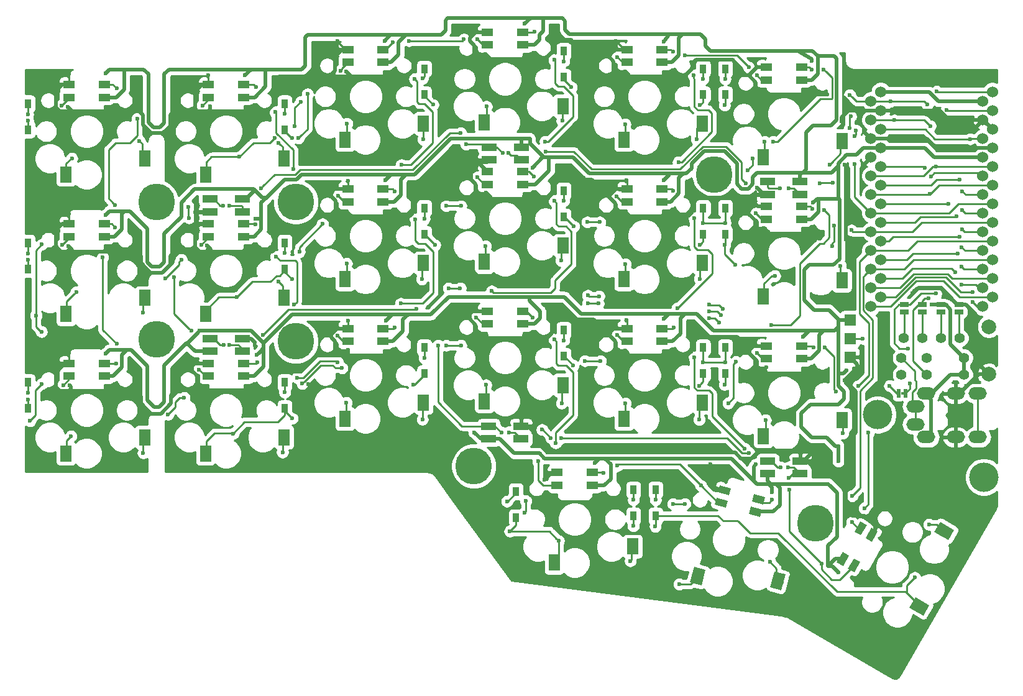
<source format=gbr>
G04 #@! TF.GenerationSoftware,KiCad,Pcbnew,(5.1.4)-1*
G04 #@! TF.CreationDate,2023-05-04T11:41:47-04:00*
G04 #@! TF.ProjectId,corne-chocolate,636f726e-652d-4636-986f-636f6c617465,2.1*
G04 #@! TF.SameCoordinates,Original*
G04 #@! TF.FileFunction,Copper,L1,Top*
G04 #@! TF.FilePolarity,Positive*
%FSLAX46Y46*%
G04 Gerber Fmt 4.6, Leading zero omitted, Abs format (unit mm)*
G04 Created by KiCad (PCBNEW (5.1.4)-1) date 2023-05-04 11:41:47*
%MOMM*%
%LPD*%
G04 APERTURE LIST*
%ADD10C,1.600000*%
%ADD11C,0.100000*%
%ADD12R,1.600000X2.200000*%
%ADD13O,2.500000X1.700000*%
%ADD14R,2.000000X1.000000*%
%ADD15C,1.000000*%
%ADD16R,1.600000X1.000000*%
%ADD17C,1.524000*%
%ADD18R,0.950000X1.300000*%
%ADD19C,1.397000*%
%ADD20R,1.143000X0.635000*%
%ADD21R,1.524000X1.524000*%
%ADD22C,5.000000*%
%ADD23C,4.000000*%
%ADD24C,2.000000*%
%ADD25R,0.400000X0.400000*%
%ADD26R,0.600000X1.143000*%
%ADD27C,0.600000*%
%ADD28C,0.250000*%
%ADD29C,0.500000*%
%ADD30C,0.254000*%
G04 APERTURE END LIST*
D10*
X186854294Y-131595002D03*
D11*
G36*
X186301666Y-130352182D02*
G01*
X188206922Y-131452182D01*
X187406922Y-132837822D01*
X185501666Y-131737822D01*
X186301666Y-130352182D01*
X186301666Y-130352182D01*
G37*
D10*
X183459550Y-141874871D03*
D11*
G36*
X182906922Y-140632051D02*
G01*
X184812178Y-141732051D01*
X184012178Y-143117691D01*
X182106922Y-142017691D01*
X182906922Y-140632051D01*
X182906922Y-140632051D01*
G37*
D12*
X77900000Y-80825000D03*
X67200000Y-83025000D03*
D10*
X164173184Y-138368596D03*
D11*
G36*
X165230626Y-137513133D02*
G01*
X164661224Y-139638170D01*
X163115742Y-139224059D01*
X163685144Y-137099022D01*
X165230626Y-137513133D01*
X165230626Y-137513133D01*
G37*
D10*
X153268375Y-137724269D03*
D11*
G36*
X154325817Y-136868806D02*
G01*
X153756415Y-138993843D01*
X152210933Y-138579732D01*
X152780335Y-136454695D01*
X154325817Y-136868806D01*
X154325817Y-136868806D01*
G37*
D12*
X153900000Y-95075000D03*
X143200000Y-97275000D03*
X172900000Y-116450000D03*
X162200000Y-118650000D03*
X172900000Y-97450000D03*
X162200000Y-99650000D03*
X172900000Y-78450000D03*
X162200000Y-80650000D03*
X153900000Y-76075000D03*
X143200000Y-78275000D03*
X115900000Y-114075000D03*
X105200000Y-116275000D03*
X134900000Y-92700000D03*
X124200000Y-94900000D03*
X115900000Y-76075000D03*
X105200000Y-78275000D03*
X96900000Y-118825000D03*
X86200000Y-121025000D03*
X96900000Y-80825000D03*
X86200000Y-83025000D03*
X153900000Y-114075000D03*
X143200000Y-116275000D03*
X134900000Y-73700000D03*
X124200000Y-75900000D03*
X134900000Y-111700000D03*
X124200000Y-113900000D03*
X144400000Y-133700000D03*
X133700000Y-135900000D03*
X77900000Y-118825000D03*
X67200000Y-121025000D03*
X115900000Y-95075000D03*
X105200000Y-97275000D03*
X96900000Y-99825000D03*
X86200000Y-102025000D03*
X77900000Y-99825000D03*
X67200000Y-102025000D03*
D13*
X184400000Y-112850000D03*
X182900000Y-117050000D03*
X191400000Y-112850000D03*
X188400000Y-112850000D03*
X191400000Y-118800000D03*
X188400000Y-118800000D03*
X184400000Y-118800000D03*
X182900000Y-114600000D03*
D14*
X162810000Y-123795000D03*
X162810000Y-122045000D03*
X167210000Y-123795000D03*
X167210000Y-122045000D03*
X167170000Y-84005000D03*
X167170000Y-85755000D03*
X162770000Y-84005000D03*
X162770000Y-85755000D03*
X129220000Y-79285000D03*
X129220000Y-81035000D03*
X124820000Y-79285000D03*
X124820000Y-81035000D03*
X91200000Y-86375000D03*
X91200000Y-88125000D03*
X86800000Y-86375000D03*
X86800000Y-88125000D03*
X86800000Y-107115000D03*
X86800000Y-105365000D03*
X91200000Y-107115000D03*
X91200000Y-105365000D03*
X124790000Y-119045000D03*
X124790000Y-117295000D03*
X129190000Y-119045000D03*
X129190000Y-117295000D03*
D15*
X176957772Y-132109039D03*
D11*
G36*
X176924759Y-131166219D02*
G01*
X177790785Y-131666219D01*
X176990785Y-133051859D01*
X176124759Y-132551859D01*
X176924759Y-131166219D01*
X176924759Y-131166219D01*
G37*
D15*
X175442228Y-131234039D03*
D11*
G36*
X175409215Y-130291219D02*
G01*
X176275241Y-130791219D01*
X175475241Y-132176859D01*
X174609215Y-131676859D01*
X175409215Y-130291219D01*
X175409215Y-130291219D01*
G37*
D15*
X174557772Y-136265961D03*
D11*
G36*
X174524759Y-135323141D02*
G01*
X175390785Y-135823141D01*
X174590785Y-137208781D01*
X173724759Y-136708781D01*
X174524759Y-135323141D01*
X174524759Y-135323141D01*
G37*
D15*
X173042228Y-135390961D03*
D11*
G36*
X173009215Y-134448141D02*
G01*
X173875241Y-134948141D01*
X173075241Y-136333781D01*
X172209215Y-135833781D01*
X173009215Y-134448141D01*
X173009215Y-134448141D01*
G37*
D15*
X156908245Y-126033649D03*
D11*
G36*
X156006095Y-126309557D02*
G01*
X156264914Y-125343631D01*
X157810395Y-125757741D01*
X157551576Y-126723667D01*
X156006095Y-126309557D01*
X156006095Y-126309557D01*
G37*
D15*
X156455311Y-127724019D03*
D11*
G36*
X155553161Y-127999927D02*
G01*
X155811980Y-127034001D01*
X157357461Y-127448111D01*
X157098642Y-128414037D01*
X155553161Y-127999927D01*
X155553161Y-127999927D01*
G37*
D15*
X161544689Y-127275981D03*
D11*
G36*
X160642539Y-127551889D02*
G01*
X160901358Y-126585963D01*
X162446839Y-127000073D01*
X162188020Y-127965999D01*
X160642539Y-127551889D01*
X160642539Y-127551889D01*
G37*
D15*
X161091755Y-128966351D03*
D11*
G36*
X160189605Y-129242259D02*
G01*
X160448424Y-128276333D01*
X161993905Y-128690443D01*
X161735086Y-129656369D01*
X160189605Y-129242259D01*
X160189605Y-129242259D01*
G37*
D16*
X134100000Y-123625000D03*
X134100000Y-125375000D03*
X138900000Y-123625000D03*
X138900000Y-125375000D03*
X162600000Y-106375000D03*
X162600000Y-108125000D03*
X167400000Y-106375000D03*
X167400000Y-108125000D03*
X143600000Y-104000000D03*
X143600000Y-105750000D03*
X148400000Y-104000000D03*
X148400000Y-105750000D03*
X124600000Y-101625000D03*
X124600000Y-103375000D03*
X129400000Y-101625000D03*
X129400000Y-103375000D03*
X105600000Y-104000000D03*
X105600000Y-105750000D03*
X110400000Y-104000000D03*
X110400000Y-105750000D03*
X86600000Y-108750000D03*
X86600000Y-110500000D03*
X91400000Y-108750000D03*
X91400000Y-110500000D03*
X67600000Y-108750000D03*
X67600000Y-110500000D03*
X72400000Y-108750000D03*
X72400000Y-110500000D03*
X162600000Y-87375000D03*
X162600000Y-89125000D03*
X167400000Y-87375000D03*
X167400000Y-89125000D03*
X143600000Y-85000000D03*
X143600000Y-86750000D03*
X148400000Y-85000000D03*
X148400000Y-86750000D03*
X124600000Y-82625000D03*
X124600000Y-84375000D03*
X129400000Y-82625000D03*
X129400000Y-84375000D03*
X105600000Y-85000000D03*
X105600000Y-86750000D03*
X110400000Y-85000000D03*
X110400000Y-86750000D03*
X86600000Y-89750000D03*
X86600000Y-91500000D03*
X91400000Y-89750000D03*
X91400000Y-91500000D03*
X67600000Y-89750000D03*
X67600000Y-91500000D03*
X72400000Y-89750000D03*
X72400000Y-91500000D03*
X162600000Y-68375000D03*
X162600000Y-70125000D03*
X167400000Y-68375000D03*
X167400000Y-70125000D03*
X143600000Y-66000000D03*
X143600000Y-67750000D03*
X148400000Y-66000000D03*
X148400000Y-67750000D03*
X124600000Y-63625000D03*
X124600000Y-65375000D03*
X129400000Y-63625000D03*
X129400000Y-65375000D03*
X105600000Y-66000000D03*
X105600000Y-67750000D03*
X110400000Y-66000000D03*
X110400000Y-67750000D03*
X86600000Y-70750000D03*
X86600000Y-72500000D03*
X91400000Y-70750000D03*
X91400000Y-72500000D03*
X67600000Y-70750000D03*
X67600000Y-72500000D03*
X72400000Y-70750000D03*
X72400000Y-72500000D03*
D17*
X192100000Y-73042000D03*
X192100000Y-75582000D03*
X192100000Y-78122000D03*
X192100000Y-80662000D03*
X192100000Y-83202000D03*
X192100000Y-85742000D03*
X192100000Y-88282000D03*
X192100000Y-90822000D03*
X192100000Y-93362000D03*
X192100000Y-95902000D03*
X192100000Y-98442000D03*
X192100000Y-100982000D03*
X176860000Y-100982000D03*
X176860000Y-98442000D03*
X176860000Y-95902000D03*
X176860000Y-93362000D03*
X176860000Y-90822000D03*
X176860000Y-88282000D03*
X176860000Y-85742000D03*
X176860000Y-83202000D03*
X176860000Y-80662000D03*
X176860000Y-78122000D03*
X176860000Y-75582000D03*
X176860000Y-73042000D03*
X193406400Y-71772000D03*
X193406400Y-74312000D03*
X193406400Y-76852000D03*
X193406400Y-79392000D03*
X193406400Y-81932000D03*
X193406400Y-84472000D03*
X193406400Y-87012000D03*
X193406400Y-89552000D03*
X193406400Y-92092000D03*
X193406400Y-94632000D03*
X193406400Y-97172000D03*
X193406400Y-99712000D03*
X178186400Y-99712000D03*
X178186400Y-97172000D03*
X178186400Y-94632000D03*
X178186400Y-92092000D03*
X178186400Y-89552000D03*
X178186400Y-87012000D03*
X178186400Y-84472000D03*
X178186400Y-81932000D03*
X178186400Y-79392000D03*
X178186400Y-76852000D03*
X178186400Y-74312000D03*
X178186400Y-71772000D03*
D18*
X154000000Y-72150000D03*
X154000000Y-68600000D03*
X62000000Y-76900000D03*
X62000000Y-73350000D03*
X97000000Y-76900000D03*
X97000000Y-73350000D03*
X116000000Y-72150000D03*
X116000000Y-68600000D03*
X135000000Y-69775000D03*
X135000000Y-66225000D03*
X157000000Y-72150000D03*
X157000000Y-68600000D03*
X62000000Y-95900000D03*
X62000000Y-92350000D03*
X97000000Y-95900000D03*
X97000000Y-92350000D03*
X116000000Y-91150000D03*
X116000000Y-87600000D03*
X135000000Y-88775000D03*
X135000000Y-85225000D03*
X154000000Y-91150000D03*
X154000000Y-87600000D03*
X157000000Y-91150000D03*
X157000000Y-87600000D03*
X62000000Y-114900000D03*
X62000000Y-111350000D03*
X97000000Y-114900000D03*
X97000000Y-111350000D03*
X116000000Y-110150000D03*
X116000000Y-106600000D03*
X135000000Y-107775000D03*
X135000000Y-104225000D03*
X157000000Y-110150000D03*
X157000000Y-106600000D03*
X128500000Y-129775000D03*
X128500000Y-126225000D03*
X144500000Y-129525000D03*
X144500000Y-125975000D03*
X147500000Y-129525000D03*
X147500000Y-125975000D03*
X154000000Y-110150000D03*
X154000000Y-106600000D03*
D19*
X189540000Y-108000000D03*
X184460000Y-108000000D03*
X189540000Y-110300000D03*
X184460000Y-110300000D03*
D20*
X188875000Y-100749620D03*
X188875000Y-101750380D03*
X186375000Y-100749620D03*
X186375000Y-101750380D03*
X183875000Y-100749620D03*
X183875000Y-101750380D03*
X181375000Y-100749620D03*
X181375000Y-101750380D03*
D21*
X174000000Y-102820000D03*
X174000000Y-105360000D03*
X174000000Y-107900000D03*
D19*
X181300000Y-105300000D03*
X183840000Y-105300000D03*
X186380000Y-105300000D03*
X188920000Y-105300000D03*
D22*
X79500000Y-105500000D03*
D23*
X177750000Y-115750000D03*
X192250000Y-124250000D03*
D22*
X79500000Y-86750000D03*
X98500000Y-86750000D03*
X98500000Y-105750000D03*
X155500000Y-83000000D03*
X122750000Y-122750000D03*
X169250000Y-130500000D03*
D19*
X181000000Y-108000000D03*
X181000000Y-110300000D03*
D24*
X192900000Y-103750000D03*
X192900000Y-110250000D03*
D25*
X181100000Y-112800000D03*
D26*
X180600000Y-112800000D03*
X181600000Y-112800000D03*
D27*
X174800000Y-77000000D03*
X157000000Y-70000000D03*
X154000000Y-70000000D03*
X62000000Y-74800000D03*
X97000000Y-74750000D03*
X135000000Y-67600000D03*
X115750000Y-69950000D03*
X174623487Y-77768529D03*
X174620000Y-81580000D03*
X62000000Y-75650000D03*
X67990000Y-80820000D03*
X102140000Y-89750000D03*
X98980000Y-93530000D03*
X154000000Y-89600000D03*
X138200000Y-89500000D03*
X139900000Y-89500000D03*
X157000000Y-89600000D03*
X62000000Y-93800000D03*
X135000000Y-86600000D03*
X119000000Y-87300000D03*
X121000000Y-87300000D03*
X116000000Y-89050000D03*
X96950000Y-93700000D03*
X82900000Y-94600000D03*
X80689988Y-97200000D03*
X174185032Y-90599960D03*
X98028051Y-78028051D03*
X95633058Y-78016942D03*
X90800000Y-80610000D03*
X157000000Y-108600000D03*
X154000000Y-108600000D03*
X62000000Y-112750000D03*
X135000000Y-105600000D03*
X116000000Y-108000000D03*
X137900000Y-108400000D03*
X140000000Y-108400000D03*
X121000000Y-106300000D03*
X119000000Y-106300000D03*
X97000000Y-112700000D03*
X83300000Y-113400000D03*
X81100000Y-115700000D03*
X104800000Y-109400000D03*
X99377920Y-111491107D03*
X175101795Y-111841119D03*
X117180000Y-73510000D03*
X105450000Y-76070000D03*
X174300000Y-126800000D03*
X149900000Y-127900000D03*
X151500000Y-127900000D03*
X147500000Y-127350000D03*
X144500000Y-127350000D03*
X127269998Y-127540000D03*
X136050000Y-71130000D03*
X124460000Y-73760000D03*
X143370000Y-76180000D03*
X153580000Y-73590000D03*
X156910000Y-73580000D03*
X162360000Y-78550000D03*
X62000000Y-94650000D03*
X68620000Y-98999998D03*
X98000000Y-97300000D03*
X90470000Y-99750000D03*
X117460000Y-92620000D03*
X105410000Y-95150000D03*
X136350000Y-90080000D03*
X124350000Y-92770000D03*
X153510000Y-92610000D03*
X143390000Y-95220000D03*
X156950000Y-92580000D03*
X158370000Y-95310000D03*
X163756487Y-96826357D03*
X62000000Y-113650000D03*
X67890000Y-118660000D03*
X98000000Y-116250000D03*
X89957624Y-118322339D03*
X105400000Y-114090000D03*
X114550000Y-111640000D03*
X136280000Y-109010000D03*
X124400000Y-111690000D03*
X153440000Y-111790002D03*
X143400000Y-114190000D03*
X156900000Y-111630000D03*
X162490000Y-116470000D03*
X127660000Y-131620000D03*
X134310000Y-132920000D03*
X144490000Y-130900000D03*
X150750000Y-138830000D03*
X147480000Y-130960000D03*
X182820000Y-137930000D03*
X169900000Y-91750000D03*
X137400000Y-120900000D03*
X190400000Y-70900000D03*
X99200000Y-109900000D03*
X95200000Y-107700000D03*
X123000000Y-81600000D03*
X173400000Y-120300000D03*
X67700000Y-111700000D03*
X105600000Y-106900000D03*
X122900000Y-103400000D03*
X176800000Y-130300000D03*
X132400000Y-124600000D03*
X132800000Y-120900000D03*
X157300000Y-120900000D03*
X155000000Y-122500000D03*
X155000000Y-125400000D03*
X162600000Y-109300000D03*
X143400000Y-107000000D03*
X171000000Y-110200000D03*
X85200000Y-110500000D03*
X162300000Y-90300000D03*
X143300000Y-88000000D03*
X124400000Y-85500000D03*
X105400000Y-88000000D03*
X86400000Y-92700000D03*
X67500000Y-92800000D03*
X173300000Y-111100000D03*
X162300000Y-71400000D03*
X143400000Y-69000000D03*
X124300000Y-66600000D03*
X105400000Y-69000000D03*
X86800000Y-73700000D03*
X67400000Y-73800000D03*
X143580000Y-83800000D03*
X143590000Y-102850000D03*
X105610000Y-83840000D03*
X105610000Y-102890000D03*
X86590000Y-69530000D03*
X67590000Y-69350000D03*
X67590000Y-88370000D03*
X67580000Y-107350000D03*
X142120000Y-64850000D03*
X104210000Y-64850000D03*
X84840000Y-86750000D03*
X92943075Y-105926925D03*
X100220000Y-111610000D03*
X131010000Y-118150000D03*
X174650000Y-101320000D03*
X173435022Y-91800000D03*
X188360000Y-75620000D03*
X189960000Y-79370000D03*
X182480000Y-99200000D03*
X173295338Y-81665338D03*
X170900000Y-72094990D03*
X160972712Y-86380010D03*
X161312274Y-84838391D03*
X168960000Y-122860000D03*
X172863344Y-75788215D03*
X173150010Y-72494731D03*
X185100000Y-100700000D03*
X172410000Y-120020000D03*
X131700000Y-101600000D03*
X168800000Y-67500000D03*
X172400000Y-137200000D03*
X172400000Y-122100000D03*
X167600000Y-105100000D03*
X148600000Y-102700000D03*
X110800000Y-102900000D03*
X72600000Y-107400000D03*
X148600000Y-83800000D03*
X110700000Y-83800000D03*
X72600000Y-88500000D03*
X173500000Y-109700000D03*
X139200000Y-122300000D03*
X148600000Y-64900000D03*
X129700000Y-62500000D03*
X110600000Y-64800000D03*
X91600000Y-69500000D03*
X72600000Y-69200000D03*
X92970000Y-89039998D03*
X93769999Y-89030000D03*
X93190000Y-107630002D03*
X85410000Y-104325010D03*
X130779998Y-82070000D03*
X168980000Y-86870000D03*
X122800000Y-118140000D03*
X163370000Y-126310000D03*
X161181942Y-122508058D03*
X170990000Y-125170000D03*
X99200000Y-73100000D03*
X63900000Y-111550000D03*
X63900000Y-92550000D03*
X185000000Y-83300000D03*
X184200000Y-82100000D03*
X77200000Y-78450000D03*
X63860000Y-104440000D03*
X77690000Y-101850000D03*
X63124999Y-102230000D03*
X77720000Y-120950002D03*
X62310000Y-116580000D03*
X98380000Y-76419998D03*
X100100000Y-72050000D03*
X189300000Y-85300000D03*
X188900000Y-83700000D03*
X98880000Y-78039998D03*
X96130000Y-78680000D03*
X96140000Y-97630000D03*
X96690000Y-120850000D03*
X156690000Y-101360000D03*
X154800000Y-100700000D03*
X119300000Y-98500000D03*
X120900000Y-98500000D03*
X138300000Y-99500000D03*
X139800000Y-99600000D03*
X189300000Y-87900000D03*
X187400000Y-87000000D03*
X115830000Y-78230000D03*
X115660000Y-97280000D03*
X115750000Y-116380000D03*
X154800000Y-101700000D03*
X156400000Y-102200000D03*
X138300000Y-100600000D03*
X139700000Y-100600000D03*
X189300000Y-90500000D03*
X188500000Y-88700000D03*
X134790000Y-75710000D03*
X134630000Y-94740000D03*
X134720000Y-114180000D03*
X129835698Y-127493160D03*
X144080000Y-135670000D03*
X129700000Y-129065010D03*
X156200000Y-103200000D03*
X154800000Y-102600000D03*
X189200000Y-92900000D03*
X188960000Y-91460000D03*
X153080000Y-78200000D03*
X153520000Y-97220000D03*
X153460000Y-116410000D03*
X163090000Y-135800000D03*
X171600000Y-92800000D03*
X158440000Y-108530000D03*
X189200000Y-95600000D03*
X188700000Y-93800000D03*
X171799979Y-89950504D03*
X171240000Y-81650000D03*
X157410000Y-114170000D03*
X184750000Y-130690000D03*
X172710319Y-95440319D03*
X173020000Y-118270000D03*
X171620000Y-84160000D03*
X169900000Y-84200000D03*
X185800000Y-71700000D03*
X179500000Y-73042000D03*
X175700000Y-105360000D03*
X173970000Y-72160000D03*
X173970000Y-76660000D03*
X174095096Y-75106970D03*
X184530000Y-73450000D03*
X165650000Y-84910000D03*
X179400000Y-111800000D03*
X187160000Y-74220000D03*
X180060000Y-75619998D03*
X184910000Y-76400000D03*
X74100000Y-71300000D03*
X85800000Y-73600000D03*
X76900000Y-75400000D03*
X73900000Y-87200000D03*
X73900000Y-90200000D03*
X66600000Y-73600000D03*
X111700000Y-65000000D03*
X113900000Y-64800000D03*
X121400000Y-64600000D03*
X123200000Y-64600000D03*
X133700000Y-67400000D03*
X123200000Y-83400000D03*
X131000000Y-63600000D03*
X132500000Y-78510000D03*
X152800000Y-89000000D03*
X150000000Y-103900000D03*
X142200000Y-86000000D03*
X150501565Y-101201565D03*
X66800000Y-111700000D03*
X104200000Y-108600000D03*
X98700000Y-110700000D03*
X104200000Y-105000000D03*
X93230338Y-108630338D03*
X133700000Y-86600000D03*
X125200000Y-98900000D03*
X130900000Y-83300000D03*
X123100000Y-102500000D03*
X170400000Y-68700000D03*
X168800000Y-68700000D03*
X161200000Y-88300000D03*
X163570000Y-78550000D03*
X160710000Y-80800000D03*
X160020000Y-82420000D03*
X74100000Y-106100000D03*
X72200000Y-94300000D03*
X74000000Y-108800000D03*
X66700000Y-92600000D03*
X114800000Y-89100000D03*
X112000000Y-103900000D03*
X112800000Y-100600000D03*
X104300000Y-85900000D03*
X133700000Y-105500000D03*
X133900000Y-119600000D03*
X130800000Y-102500000D03*
X131500000Y-122100000D03*
X190350000Y-78180000D03*
X184900000Y-85700000D03*
X184700000Y-99900000D03*
X181900000Y-106700000D03*
X185700000Y-81900000D03*
X185700000Y-99240010D03*
X151500000Y-66800000D03*
X160200000Y-68400000D03*
X149900000Y-66300000D03*
X161300000Y-69500000D03*
X189200000Y-98000000D03*
X188300000Y-96300000D03*
X190700000Y-100400000D03*
X190700000Y-99000000D03*
X95700000Y-74500000D03*
X93100000Y-71100000D03*
X85600000Y-92600000D03*
X83880000Y-87400000D03*
X83959998Y-88940000D03*
X98150000Y-82290002D03*
X112900000Y-81700000D03*
X114700000Y-70000000D03*
X112000000Y-85300000D03*
X104600000Y-68900000D03*
X152700000Y-69500000D03*
X149900000Y-85200000D03*
X142300000Y-67000000D03*
X150620000Y-81329998D03*
X95800000Y-94200000D03*
X85300000Y-109600000D03*
X93007518Y-89849132D03*
X98260000Y-100749998D03*
X170500000Y-87900000D03*
X161300000Y-107300000D03*
X168897471Y-87665743D03*
X163300000Y-103500044D03*
X152800000Y-107900000D03*
X163400000Y-127300000D03*
X142300000Y-104900000D03*
X159620000Y-120350000D03*
X174250000Y-130400000D03*
X175950000Y-128500000D03*
X170600000Y-106600000D03*
X169000000Y-106600000D03*
X176509034Y-118197206D03*
X172080000Y-112570000D03*
X140400000Y-123700000D03*
X142300000Y-122700000D03*
X153700000Y-125400000D03*
X182200000Y-111500000D03*
X170100000Y-136000000D03*
X165700000Y-125940010D03*
X165670000Y-124330000D03*
X165600000Y-122930000D03*
X93759989Y-84887916D03*
X89460000Y-87230000D03*
X120950000Y-77350000D03*
X121700000Y-78890000D03*
X126690000Y-80090000D03*
X81940000Y-97020000D03*
X88560000Y-87230000D03*
X88650000Y-106210000D03*
X84280000Y-104325010D03*
X127489725Y-80068955D03*
X132580000Y-79889998D03*
X164470000Y-84930000D03*
X159779999Y-84190000D03*
X117900000Y-106300000D03*
X114975000Y-101325000D03*
X89449950Y-106200103D03*
X94054204Y-104916730D03*
X126510000Y-118170000D03*
X134700000Y-118900000D03*
X133260000Y-118900000D03*
X127520000Y-118130000D03*
X132050000Y-117779998D03*
X160260000Y-120950000D03*
X164570000Y-122890000D03*
D28*
X157000000Y-68600000D02*
X157000000Y-70000000D01*
X154000000Y-70000000D02*
X154000000Y-68600000D01*
X62000000Y-74800000D02*
X62000000Y-73350000D01*
X97000000Y-74750000D02*
X97000000Y-73350000D01*
X135000000Y-67600000D02*
X135000000Y-66225000D01*
X116000000Y-69700000D02*
X116000000Y-68600000D01*
X115750000Y-69950000D02*
X116000000Y-69700000D01*
X176860000Y-88282000D02*
X187518000Y-88282000D01*
X187518000Y-88282000D02*
X188788000Y-87012000D01*
X188788000Y-87012000D02*
X193406400Y-87012000D01*
X174800000Y-77592016D02*
X174623487Y-77768529D01*
X174800000Y-77000000D02*
X174800000Y-77592016D01*
X174620000Y-82004264D02*
X174620000Y-81580000D01*
X176860000Y-88282000D02*
X174620000Y-86042000D01*
X174620000Y-86042000D02*
X174620000Y-82004264D01*
X62000000Y-75650000D02*
X62000000Y-76900000D01*
X67200000Y-83025000D02*
X67200000Y-81525000D01*
X67200000Y-81525000D02*
X67905000Y-80820000D01*
X67905000Y-80820000D02*
X67990000Y-80820000D01*
X98980000Y-92910000D02*
X98980000Y-93530000D01*
X98980000Y-92910000D02*
X102140000Y-89750000D01*
X157000000Y-87600000D02*
X157000000Y-89600000D01*
X154000000Y-87600000D02*
X154000000Y-89600000D01*
X139900000Y-89500000D02*
X138200000Y-89500000D01*
X154000000Y-89600000D02*
X157000000Y-89600000D01*
X62000000Y-92350000D02*
X62000000Y-93800000D01*
X135000000Y-86600000D02*
X135000000Y-85225000D01*
X121000000Y-87300000D02*
X119000000Y-87300000D01*
X116000000Y-89050000D02*
X116000000Y-87600000D01*
X97000000Y-93650000D02*
X97000000Y-92350000D01*
X96950000Y-93700000D02*
X97000000Y-93650000D01*
X176860000Y-90822000D02*
X182478000Y-90822000D01*
X183748000Y-89552000D02*
X193406400Y-89552000D01*
X182478000Y-90822000D02*
X183748000Y-89552000D01*
X82900000Y-94600000D02*
X82600001Y-94899999D01*
X82600001Y-94899999D02*
X82600001Y-95289987D01*
X82600001Y-95289987D02*
X80689988Y-97200000D01*
X174407072Y-90822000D02*
X174185032Y-90599960D01*
X176860000Y-90822000D02*
X174407072Y-90822000D01*
X97953051Y-78028051D02*
X98028051Y-78028051D01*
X97000000Y-77075000D02*
X97953051Y-78028051D01*
X97000000Y-76900000D02*
X97000000Y-77075000D01*
X86300000Y-81330000D02*
X86300000Y-83025000D01*
X87020000Y-80610000D02*
X86300000Y-81330000D01*
X90800000Y-80610000D02*
X87020000Y-80610000D01*
X92720000Y-78690000D02*
X90800000Y-80610000D01*
X94960000Y-78690000D02*
X92720000Y-78690000D01*
X95633058Y-78016942D02*
X94960000Y-78690000D01*
X154000000Y-108550000D02*
X154000000Y-108600000D01*
X62000000Y-112750000D02*
X62000000Y-111350000D01*
X135000000Y-105600000D02*
X135000000Y-104225000D01*
X116000000Y-106600000D02*
X116000000Y-108000000D01*
X154000000Y-108600000D02*
X157000000Y-108600000D01*
X140000000Y-108400000D02*
X137900000Y-108400000D01*
X121000000Y-106300000D02*
X119000000Y-106300000D01*
X157000000Y-106565000D02*
X157000000Y-108600000D01*
X97000000Y-111350000D02*
X97000000Y-112700000D01*
X82700000Y-113400000D02*
X83300000Y-113400000D01*
X82100000Y-114000000D02*
X82700000Y-113400000D01*
X82100000Y-114700000D02*
X82100000Y-114000000D01*
X81100000Y-115700000D02*
X82100000Y-114700000D01*
X154000000Y-108550000D02*
X154000000Y-106565000D01*
X101869027Y-109000000D02*
X99677919Y-111191108D01*
X99677919Y-111191108D02*
X99377920Y-111491107D01*
X103900000Y-109400000D02*
X103500000Y-109000000D01*
X104800000Y-109400000D02*
X103900000Y-109400000D01*
X103500000Y-109000000D02*
X101869027Y-109000000D01*
X175322988Y-94899012D02*
X175322988Y-102022988D01*
X176600000Y-103300000D02*
X176600000Y-110342914D01*
X176860000Y-93362000D02*
X175322988Y-94899012D01*
X175322988Y-102022988D02*
X176600000Y-103300000D01*
X176600000Y-110342914D02*
X175401794Y-111541120D01*
X175401794Y-111541120D02*
X175101795Y-111841119D01*
X189010001Y-92105001D02*
X189023002Y-92092000D01*
X176860000Y-93362000D02*
X181938000Y-93362000D01*
X188396998Y-92092000D02*
X188409999Y-92105001D01*
X188409999Y-92105001D02*
X189010001Y-92105001D01*
X192328770Y-92092000D02*
X193406400Y-92092000D01*
X183208000Y-92092000D02*
X188396998Y-92092000D01*
X189023002Y-92092000D02*
X192328770Y-92092000D01*
X181938000Y-93362000D02*
X183208000Y-92092000D01*
X116000000Y-72150000D02*
X116000000Y-72330000D01*
X116000000Y-72330000D02*
X117180000Y-73510000D01*
X105450000Y-78125000D02*
X105300000Y-78275000D01*
X105450000Y-76070000D02*
X105450000Y-78125000D01*
X149900000Y-127900000D02*
X151500000Y-127900000D01*
X147500000Y-127350000D02*
X147500000Y-125975000D01*
X144500000Y-125975000D02*
X144500000Y-127350000D01*
X176860000Y-95902000D02*
X181398000Y-95902000D01*
X182668000Y-94632000D02*
X193406400Y-94632000D01*
X181398000Y-95902000D02*
X182668000Y-94632000D01*
X127360000Y-127540000D02*
X127269998Y-127540000D01*
X128500000Y-126225000D02*
X128500000Y-126400000D01*
X128500000Y-126400000D02*
X127360000Y-127540000D01*
X176098001Y-96663999D02*
X176860000Y-95902000D01*
X174300000Y-126800000D02*
X175375011Y-125724989D01*
X175772999Y-96989001D02*
X176098001Y-96663999D01*
X175772999Y-101503761D02*
X175772999Y-96989001D01*
X175375011Y-125724989D02*
X175375011Y-112460771D01*
X177100000Y-110735782D02*
X177100000Y-102830762D01*
X175375011Y-112460771D02*
X177100000Y-110735782D01*
X177100000Y-102830762D02*
X175772999Y-101503761D01*
X135000000Y-69775000D02*
X135000000Y-70080000D01*
X135000000Y-70080000D02*
X136050000Y-71130000D01*
X124460000Y-75740000D02*
X124300000Y-75900000D01*
X124460000Y-73760000D02*
X124460000Y-75740000D01*
X143370000Y-78205000D02*
X143300000Y-78275000D01*
X143370000Y-76180000D02*
X143370000Y-78205000D01*
X153879999Y-73290001D02*
X153580000Y-73590000D01*
X154000000Y-72150000D02*
X154000000Y-73170000D01*
X154000000Y-73170000D02*
X153879999Y-73290001D01*
X157000000Y-73490000D02*
X157000000Y-72150000D01*
X156910000Y-73580000D02*
X157000000Y-73490000D01*
X162360000Y-80590000D02*
X162300000Y-80650000D01*
X162360000Y-78550000D02*
X162360000Y-80590000D01*
X62000000Y-94650000D02*
X62000000Y-95900000D01*
X67300000Y-102025000D02*
X67300000Y-100319998D01*
X67300000Y-100319998D02*
X68320001Y-99299997D01*
X68320001Y-99299997D02*
X68620000Y-98999998D01*
X97000000Y-95900000D02*
X97000000Y-96300000D01*
X97000000Y-96300000D02*
X98000000Y-97300000D01*
X86300000Y-101475000D02*
X86300000Y-102025000D01*
X88025000Y-99750000D02*
X86300000Y-101475000D01*
X95880000Y-96800000D02*
X95050000Y-97630000D01*
X95050000Y-97630000D02*
X92590000Y-97630000D01*
X96275000Y-96800000D02*
X95880000Y-96800000D01*
X97000000Y-96075000D02*
X96275000Y-96800000D01*
X90470000Y-99750000D02*
X88025000Y-99750000D01*
X92590000Y-97630000D02*
X90470000Y-99750000D01*
X97000000Y-95900000D02*
X97000000Y-96075000D01*
X116000000Y-91150000D02*
X116000000Y-91160000D01*
X116000000Y-91160000D02*
X117460000Y-92620000D01*
X105410000Y-97165000D02*
X105300000Y-97275000D01*
X105410000Y-95150000D02*
X105410000Y-97165000D01*
X135000000Y-88775000D02*
X135045000Y-88775000D01*
X135045000Y-88775000D02*
X136350000Y-90080000D01*
X124350000Y-94850000D02*
X124300000Y-94900000D01*
X124350000Y-92770000D02*
X124350000Y-94850000D01*
X153809999Y-92310001D02*
X153510000Y-92610000D01*
X154000000Y-91150000D02*
X154000000Y-92120000D01*
X154000000Y-92120000D02*
X153809999Y-92310001D01*
X143390000Y-97185000D02*
X143300000Y-97275000D01*
X143390000Y-95220000D02*
X143390000Y-97185000D01*
X157000000Y-92530000D02*
X157000000Y-91150000D01*
X156950000Y-92580000D02*
X157000000Y-92530000D01*
X156950000Y-93890000D02*
X158370000Y-95310000D01*
X156950000Y-92580000D02*
X156950000Y-93890000D01*
X162300000Y-98150000D02*
X162300000Y-99650000D01*
X162300000Y-97858580D02*
X162300000Y-98150000D01*
X163332223Y-96826357D02*
X162300000Y-97858580D01*
X163756487Y-96826357D02*
X163332223Y-96826357D01*
X62000000Y-113650000D02*
X62000000Y-114900000D01*
X67300000Y-121025000D02*
X67300000Y-119250000D01*
X67590001Y-118959999D02*
X67890000Y-118660000D01*
X67300000Y-119250000D02*
X67590001Y-118959999D01*
X97000000Y-114900000D02*
X97000000Y-115250000D01*
X97000000Y-115250000D02*
X98000000Y-116250000D01*
X86300000Y-119350000D02*
X86300000Y-121025000D01*
X87410000Y-118240000D02*
X86300000Y-119350000D01*
X97000000Y-114900000D02*
X97000000Y-115800000D01*
X89950000Y-118240000D02*
X87410000Y-118240000D01*
X97000000Y-115800000D02*
X96080000Y-116720000D01*
X96080000Y-116720000D02*
X91470000Y-116720000D01*
X89950000Y-118314715D02*
X89957624Y-118322339D01*
X89950000Y-118240000D02*
X89950000Y-118314715D01*
X91470000Y-116720000D02*
X89957624Y-118322339D01*
X105400000Y-116175000D02*
X105300000Y-116275000D01*
X105400000Y-114090000D02*
X105400000Y-116175000D01*
X116000000Y-110325000D02*
X114685000Y-111640000D01*
X116000000Y-110150000D02*
X116000000Y-110325000D01*
X114685000Y-111640000D02*
X114550000Y-111640000D01*
X135000000Y-107775000D02*
X135045000Y-107775000D01*
X135045000Y-107775000D02*
X136280000Y-109010000D01*
X124400000Y-113800000D02*
X124300000Y-113900000D01*
X124400000Y-111690000D02*
X124400000Y-113800000D01*
X154000000Y-111230002D02*
X153739999Y-111490003D01*
X154000000Y-110150000D02*
X154000000Y-111230002D01*
X153739999Y-111490003D02*
X153440000Y-111790002D01*
X143400000Y-116175000D02*
X143300000Y-116275000D01*
X143400000Y-114190000D02*
X143400000Y-116175000D01*
X157000000Y-111530000D02*
X157000000Y-110150000D01*
X156900000Y-111630000D02*
X157000000Y-111530000D01*
X162490000Y-118460000D02*
X162300000Y-118650000D01*
X162490000Y-116470000D02*
X162490000Y-118460000D01*
X128500000Y-130780000D02*
X128500000Y-129775000D01*
X127660000Y-131620000D02*
X128500000Y-130780000D01*
X134010001Y-132620001D02*
X134310000Y-132920000D01*
X127660000Y-131620000D02*
X133010000Y-131620000D01*
X133010000Y-131620000D02*
X134010001Y-132620001D01*
X134310000Y-135390000D02*
X133800000Y-135900000D01*
X134310000Y-132920000D02*
X134310000Y-135390000D01*
X144500000Y-129525000D02*
X144500000Y-130890000D01*
X144500000Y-130890000D02*
X144490000Y-130900000D01*
X152285119Y-138830000D02*
X153364968Y-137750151D01*
X150750000Y-138830000D02*
X152285119Y-138830000D01*
X147480000Y-130960000D02*
X147500000Y-130940000D01*
X147500000Y-130940000D02*
X147500000Y-129525000D01*
X181711281Y-139990000D02*
X183509550Y-141788269D01*
X181711281Y-139038719D02*
X182520001Y-138229999D01*
X182520001Y-138229999D02*
X182820000Y-137930000D01*
X181711281Y-139990000D02*
X181711281Y-139038719D01*
X164230000Y-131850000D02*
X172220000Y-139840000D01*
X172220000Y-139840000D02*
X181561281Y-139840000D01*
X160370000Y-131850000D02*
X164230000Y-131850000D01*
X181561281Y-139840000D02*
X181711281Y-139990000D01*
X158650143Y-130230000D02*
X158785949Y-130265949D01*
X156740000Y-130230000D02*
X158650143Y-130230000D01*
X156035000Y-129525000D02*
X156740000Y-130230000D01*
X158785949Y-130265949D02*
X160370000Y-131850000D01*
X147500000Y-129525000D02*
X156035000Y-129525000D01*
D29*
X162900000Y-91100000D02*
X169250000Y-91100000D01*
X169900000Y-91750000D02*
X169250000Y-91100000D01*
X76800000Y-93500000D02*
X68000000Y-93500000D01*
X176860000Y-78122000D02*
X184422000Y-78122000D01*
X185692000Y-79392000D02*
X193406400Y-79392000D01*
X184422000Y-78122000D02*
X185692000Y-79392000D01*
X188875000Y-100749620D02*
X189749620Y-100749620D01*
X189749620Y-100749620D02*
X191100000Y-102100000D01*
X67900000Y-111900000D02*
X67900000Y-112500000D01*
X67700000Y-111700000D02*
X67900000Y-111900000D01*
X67600000Y-89750000D02*
X66650000Y-89750000D01*
X66500000Y-93500000D02*
X68000000Y-93500000D01*
X65800000Y-92800000D02*
X66500000Y-93500000D01*
X65800000Y-90600000D02*
X65800000Y-92800000D01*
X66650000Y-89750000D02*
X65800000Y-90600000D01*
X85200000Y-110500000D02*
X85100000Y-110500000D01*
X84750000Y-108750000D02*
X86600000Y-108750000D01*
X84400000Y-109100000D02*
X84750000Y-108750000D01*
X84400000Y-109800000D02*
X84400000Y-109100000D01*
X85100000Y-110500000D02*
X84400000Y-109800000D01*
X85200000Y-110500000D02*
X85200000Y-111900000D01*
X85200000Y-111900000D02*
X84700000Y-112400000D01*
X105600000Y-104000000D02*
X104100000Y-104000000D01*
X103800000Y-105700000D02*
X103800000Y-107700000D01*
X103300000Y-105200000D02*
X103800000Y-105700000D01*
X103300000Y-104800000D02*
X103300000Y-105200000D01*
X104100000Y-104000000D02*
X103300000Y-104800000D01*
X105600000Y-106900000D02*
X105600000Y-107700000D01*
X105600000Y-107700000D02*
X105600000Y-107600000D01*
X105600000Y-85000000D02*
X103300000Y-85000000D01*
X103900000Y-86600000D02*
X103900000Y-88700000D01*
X103000000Y-85700000D02*
X103900000Y-86600000D01*
X103000000Y-85300000D02*
X103000000Y-85700000D01*
X103300000Y-85000000D02*
X103000000Y-85300000D01*
X124600000Y-63625000D02*
X122975000Y-63625000D01*
X122800000Y-66700000D02*
X122200000Y-67300000D01*
X122800000Y-65400000D02*
X122800000Y-66700000D01*
X122200000Y-64800000D02*
X122800000Y-65400000D01*
X122200000Y-64400000D02*
X122200000Y-64800000D01*
X122975000Y-63625000D02*
X122200000Y-64400000D01*
X123000000Y-81600000D02*
X123000000Y-81900000D01*
X123700000Y-86300000D02*
X123000000Y-85600000D01*
X123000000Y-84300000D02*
X123000000Y-85600000D01*
X122400000Y-83700000D02*
X123000000Y-84300000D01*
X122400000Y-82500000D02*
X122400000Y-83700000D01*
X123000000Y-81900000D02*
X122400000Y-82500000D01*
X122900000Y-103400000D02*
X122200000Y-102700000D01*
X122575000Y-101625000D02*
X123875000Y-101625000D01*
X122200000Y-102000000D02*
X122575000Y-101625000D01*
X122200000Y-102700000D02*
X122200000Y-102000000D01*
X123875000Y-101625000D02*
X124600000Y-101625000D01*
X122900000Y-104500000D02*
X123700000Y-105300000D01*
X122900000Y-103400000D02*
X122900000Y-104500000D01*
X143600000Y-104000000D02*
X141300000Y-104000000D01*
X141300000Y-104000000D02*
X140800000Y-104500000D01*
X142500000Y-85000000D02*
X142100000Y-85000000D01*
X142100000Y-85000000D02*
X141100000Y-86000000D01*
X142100000Y-66000000D02*
X142000000Y-66000000D01*
X142000000Y-66000000D02*
X141100000Y-66900000D01*
X158400000Y-68800000D02*
X158400000Y-67800000D01*
X158400000Y-68800000D02*
X159100000Y-69500000D01*
X151400000Y-69700000D02*
X152600000Y-68500000D01*
X143900000Y-69700000D02*
X151400000Y-69700000D01*
X159100000Y-69500000D02*
X160200000Y-69500000D01*
X152600000Y-67800000D02*
X152600000Y-68500000D01*
X153000000Y-67400000D02*
X152600000Y-67800000D01*
X158000000Y-67400000D02*
X153000000Y-67400000D01*
X158400000Y-67800000D02*
X158000000Y-67400000D01*
D28*
X162600000Y-68375000D02*
X162600000Y-68100000D01*
D29*
X162600000Y-68375000D02*
X161325000Y-68375000D01*
X161325000Y-68375000D02*
X160200000Y-69500000D01*
X178186400Y-74312000D02*
X173788000Y-74312000D01*
X160050000Y-87250000D02*
X160650000Y-87250000D01*
X160650000Y-87250000D02*
X161000000Y-86900000D01*
X161300000Y-90600000D02*
X161300000Y-89500000D01*
X144000000Y-88700000D02*
X151900000Y-88700000D01*
X152500000Y-88100000D02*
X151900000Y-88700000D01*
X152500000Y-86800000D02*
X152500000Y-88100000D01*
X153100000Y-86200000D02*
X152500000Y-86800000D01*
X159000000Y-86200000D02*
X153100000Y-86200000D01*
X161800000Y-91100000D02*
X161300000Y-90600000D01*
X161800000Y-91100000D02*
X162900000Y-91100000D01*
X160100000Y-87300000D02*
X160050000Y-87250000D01*
X160050000Y-87250000D02*
X159000000Y-86200000D01*
X160100000Y-88300000D02*
X160100000Y-87300000D01*
X161300000Y-89500000D02*
X160100000Y-88300000D01*
X161700000Y-106375000D02*
X159875000Y-106375000D01*
X159875000Y-106375000D02*
X159450000Y-105950000D01*
X161300000Y-109200000D02*
X161300000Y-108400000D01*
X161300000Y-108400000D02*
X159450000Y-106550000D01*
X159450000Y-106550000D02*
X159450000Y-105950000D01*
X162200000Y-110100000D02*
X162300000Y-110100000D01*
X162200000Y-110100000D02*
X161300000Y-109200000D01*
X158600000Y-105100000D02*
X153200000Y-105100000D01*
X159450000Y-105950000D02*
X158600000Y-105100000D01*
X143700000Y-107700000D02*
X151800000Y-107700000D01*
X152400000Y-107100000D02*
X151800000Y-107700000D01*
X152400000Y-105900000D02*
X152400000Y-107100000D01*
X153200000Y-105100000D02*
X152400000Y-105900000D01*
X176800000Y-130300000D02*
X177400000Y-130900000D01*
X177400000Y-130900000D02*
X177400000Y-131666811D01*
X177400000Y-131666811D02*
X176957772Y-132109039D01*
X174300000Y-129500000D02*
X176000000Y-129500000D01*
X173400000Y-128600000D02*
X174300000Y-129500000D01*
X176000000Y-129500000D02*
X176800000Y-130300000D01*
X132400000Y-124600000D02*
X133375000Y-123625000D01*
X133375000Y-123625000D02*
X134100000Y-123625000D01*
X155000000Y-125400000D02*
X155000000Y-122500000D01*
X155000000Y-125400000D02*
X155633649Y-126033649D01*
X155633649Y-126033649D02*
X156908245Y-126033649D01*
X157300000Y-120900000D02*
X137400000Y-120900000D01*
X137400000Y-120900000D02*
X132800000Y-120900000D01*
X161700000Y-106375000D02*
X162600000Y-106375000D01*
X162300000Y-109600000D02*
X162300000Y-110100000D01*
X162600000Y-109300000D02*
X162300000Y-109600000D01*
X143700000Y-107700000D02*
X143700000Y-107300000D01*
X143700000Y-107300000D02*
X143400000Y-107000000D01*
X105600000Y-104000000D02*
X104900000Y-104000000D01*
X170900000Y-110100000D02*
X162300000Y-110100000D01*
X171000000Y-110200000D02*
X170900000Y-110100000D01*
X143700000Y-107700000D02*
X142900000Y-107700000D01*
X142000000Y-105700000D02*
X140800000Y-104500000D01*
X142000000Y-106800000D02*
X142000000Y-105700000D01*
X142900000Y-107700000D02*
X142000000Y-106800000D01*
X140800000Y-104500000D02*
X139100000Y-102800000D01*
X139100000Y-102800000D02*
X134000000Y-102800000D01*
X134000000Y-102800000D02*
X133400000Y-103400000D01*
X133400000Y-103400000D02*
X133400000Y-104600000D01*
X133400000Y-104600000D02*
X132700000Y-105300000D01*
X132700000Y-105300000D02*
X123700000Y-105300000D01*
X113700000Y-107700000D02*
X105600000Y-107700000D01*
X105600000Y-107700000D02*
X104700000Y-107700000D01*
X114400000Y-107000000D02*
X113700000Y-107700000D01*
X114400000Y-105600000D02*
X114400000Y-107000000D01*
X114900000Y-105100000D02*
X114400000Y-105600000D01*
X117000000Y-105100000D02*
X114900000Y-105100000D01*
X117200000Y-105300000D02*
X117000000Y-105100000D01*
X123700000Y-105300000D02*
X117200000Y-105300000D01*
X103800000Y-107700000D02*
X101400000Y-107700000D01*
X65800000Y-112000000D02*
X65800000Y-110000000D01*
X66300000Y-112500000D02*
X65800000Y-112000000D01*
X76600000Y-112500000D02*
X67900000Y-112500000D01*
X67900000Y-112500000D02*
X66300000Y-112500000D01*
X77400000Y-113300000D02*
X76600000Y-112500000D01*
X77400000Y-114200000D02*
X77400000Y-113300000D01*
X78800000Y-115600000D02*
X77400000Y-114200000D01*
X80100000Y-115600000D02*
X78800000Y-115600000D01*
X81500000Y-114200000D02*
X80100000Y-115600000D01*
X81500000Y-113100000D02*
X81500000Y-114200000D01*
X82200000Y-112400000D02*
X81500000Y-113100000D01*
X84700000Y-112400000D02*
X82200000Y-112400000D01*
X161500000Y-87375000D02*
X161475000Y-87375000D01*
X161475000Y-87375000D02*
X161000000Y-86900000D01*
X161425000Y-87375000D02*
X161500000Y-87375000D01*
X161500000Y-87375000D02*
X162600000Y-87375000D01*
X162300000Y-90300000D02*
X162900000Y-90900000D01*
X162900000Y-90900000D02*
X162900000Y-91100000D01*
X144000000Y-88700000D02*
X143300000Y-88000000D01*
X125100000Y-86200000D02*
X125100000Y-86300000D01*
X124400000Y-85500000D02*
X125100000Y-86200000D01*
X106300000Y-88700000D02*
X106100000Y-88700000D01*
X106100000Y-88700000D02*
X105400000Y-88000000D01*
X85400000Y-93500000D02*
X84800000Y-92900000D01*
X85450000Y-89750000D02*
X86600000Y-89750000D01*
X84800000Y-90400000D02*
X85450000Y-89750000D01*
X84800000Y-92900000D02*
X84800000Y-90400000D01*
X86900000Y-93200000D02*
X86900000Y-93500000D01*
X86400000Y-92700000D02*
X86900000Y-93200000D01*
X68000000Y-93500000D02*
X68000000Y-93300000D01*
X68000000Y-93300000D02*
X67500000Y-92800000D01*
X144000000Y-88700000D02*
X142700000Y-88700000D01*
X142700000Y-88700000D02*
X142000000Y-88000000D01*
X142000000Y-88000000D02*
X142000000Y-86900000D01*
X142000000Y-86900000D02*
X141100000Y-86000000D01*
X141100000Y-86000000D02*
X138800000Y-83700000D01*
X138800000Y-83700000D02*
X134100000Y-83700000D01*
X134100000Y-83700000D02*
X133500000Y-84300000D01*
X133500000Y-84300000D02*
X133500000Y-85600000D01*
X133500000Y-85600000D02*
X132800000Y-86300000D01*
X132800000Y-86300000D02*
X125100000Y-86300000D01*
X125100000Y-86300000D02*
X123700000Y-86300000D01*
X123700000Y-86300000D02*
X117400000Y-86300000D01*
X117400000Y-86300000D02*
X117000000Y-85900000D01*
X117000000Y-85900000D02*
X114700000Y-85900000D01*
X114700000Y-85900000D02*
X114400000Y-86200000D01*
X114400000Y-86200000D02*
X114400000Y-88300000D01*
X114400000Y-88300000D02*
X114000000Y-88700000D01*
X114000000Y-88700000D02*
X106300000Y-88700000D01*
X106300000Y-88700000D02*
X104500000Y-88700000D01*
X103900000Y-88700000D02*
X101300000Y-88700000D01*
X101300000Y-88700000D02*
X99100000Y-90900000D01*
X99100000Y-90900000D02*
X96100000Y-90900000D01*
X96100000Y-90900000D02*
X95600000Y-91400000D01*
X95600000Y-91400000D02*
X95600000Y-93200000D01*
X95600000Y-93200000D02*
X95300000Y-93500000D01*
X95300000Y-93500000D02*
X86900000Y-93500000D01*
X77400000Y-94100000D02*
X76800000Y-93500000D01*
X77400000Y-95100000D02*
X77400000Y-94100000D01*
X78700000Y-96400000D02*
X77400000Y-95100000D01*
X80300000Y-96400000D02*
X78700000Y-96400000D01*
X81400000Y-95300000D02*
X80300000Y-96400000D01*
X81400000Y-94100000D02*
X81400000Y-95300000D01*
X82000000Y-93500000D02*
X81400000Y-94100000D01*
X85400000Y-93500000D02*
X82000000Y-93500000D01*
X86900000Y-93500000D02*
X85400000Y-93500000D01*
X66950000Y-89750000D02*
X67600000Y-89750000D01*
X173400000Y-120300000D02*
X173400000Y-122900000D01*
X162300000Y-71400000D02*
X163000000Y-72100000D01*
X143900000Y-69700000D02*
X143900000Y-69500000D01*
X143900000Y-69500000D02*
X143400000Y-69000000D01*
X124300000Y-66600000D02*
X125000000Y-67300000D01*
X106000000Y-69700000D02*
X106000000Y-69600000D01*
X106000000Y-69600000D02*
X105400000Y-69000000D01*
X86800000Y-73700000D02*
X86800000Y-74400000D01*
X86800000Y-74400000D02*
X86800000Y-74300000D01*
X68200000Y-74400000D02*
X68000000Y-74400000D01*
X68000000Y-74400000D02*
X67400000Y-73800000D01*
X84200000Y-74400000D02*
X84800000Y-73800000D01*
X85750000Y-70750000D02*
X86600000Y-70750000D01*
X84800000Y-71700000D02*
X84800000Y-73800000D01*
X85750000Y-70750000D02*
X84800000Y-71700000D01*
X105600000Y-66000000D02*
X104800000Y-66000000D01*
X104800000Y-66000000D02*
X103800000Y-67000000D01*
X103800000Y-68900000D02*
X103000000Y-69700000D01*
X103800000Y-67000000D02*
X103800000Y-68900000D01*
X81900000Y-74400000D02*
X84200000Y-74400000D01*
X66650000Y-70750000D02*
X65800000Y-71600000D01*
X65800000Y-71600000D02*
X65800000Y-73900000D01*
X65800000Y-73900000D02*
X66300000Y-74400000D01*
X66300000Y-74400000D02*
X68200000Y-74400000D01*
X68200000Y-74400000D02*
X77200000Y-74400000D01*
X77200000Y-74400000D02*
X77699998Y-74899998D01*
X77699998Y-74899998D02*
X77699998Y-76299998D01*
X77699998Y-76299998D02*
X78800000Y-77400000D01*
X78800000Y-77400000D02*
X80400000Y-77400000D01*
X80400000Y-77400000D02*
X81400000Y-76400000D01*
X81400000Y-76400000D02*
X81400000Y-74900000D01*
X81400000Y-74900000D02*
X81900000Y-74400000D01*
X67600000Y-70750000D02*
X66650000Y-70750000D01*
X84200000Y-74400000D02*
X86800000Y-74400000D01*
X86800000Y-74400000D02*
X94600000Y-74400000D01*
X94600000Y-74400000D02*
X95500000Y-73500000D01*
X95500000Y-73500000D02*
X95500000Y-70400000D01*
X95500000Y-70400000D02*
X96200000Y-69700000D01*
X96200000Y-69700000D02*
X103000000Y-69700000D01*
X103000000Y-69700000D02*
X106000000Y-69700000D01*
X106000000Y-69700000D02*
X113700000Y-69700000D01*
X114900000Y-67300000D02*
X122200000Y-67300000D01*
X114500000Y-67700000D02*
X114900000Y-67300000D01*
X114500000Y-68900000D02*
X114500000Y-67700000D01*
X113700000Y-69700000D02*
X114500000Y-68900000D01*
X161700000Y-72100000D02*
X163000000Y-72100000D01*
X160200000Y-69500000D02*
X161200000Y-70500000D01*
X161200000Y-70500000D02*
X161200000Y-71600000D01*
X161200000Y-71600000D02*
X161700000Y-72100000D01*
X142600000Y-69700000D02*
X143900000Y-69700000D01*
X141100000Y-66900000D02*
X141800000Y-67600000D01*
X141800000Y-67600000D02*
X141800000Y-68900000D01*
X141800000Y-68900000D02*
X142600000Y-69700000D01*
X137000000Y-66900000D02*
X141100000Y-66900000D01*
X125000000Y-67300000D02*
X132500000Y-67300000D01*
X132500000Y-67300000D02*
X133500000Y-66300000D01*
X133500000Y-66300000D02*
X133500000Y-65200000D01*
X133500000Y-65200000D02*
X134000000Y-64700000D01*
X134000000Y-64700000D02*
X136000000Y-64700000D01*
X136000000Y-64700000D02*
X136300000Y-65000000D01*
X136300000Y-65000000D02*
X136300000Y-66200000D01*
X136300000Y-66200000D02*
X137000000Y-66900000D01*
X122200000Y-67300000D02*
X125000000Y-67300000D01*
X67600000Y-108750000D02*
X67050000Y-108750000D01*
X67050000Y-108750000D02*
X65800000Y-110000000D01*
X85950000Y-108750000D02*
X86600000Y-108750000D01*
X105600000Y-104000000D02*
X105000000Y-104000000D01*
X143600000Y-104000000D02*
X142900000Y-104000000D01*
X161925000Y-106375000D02*
X161700000Y-106375000D01*
X162600000Y-87375000D02*
X162025000Y-87375000D01*
X86600000Y-89750000D02*
X86050000Y-89750000D01*
X67050000Y-70750000D02*
X67600000Y-70750000D01*
X86600000Y-70750000D02*
X85950000Y-70750000D01*
X105000000Y-66000000D02*
X105600000Y-66000000D01*
X124600000Y-63625000D02*
X123975000Y-63625000D01*
X143100000Y-66000000D02*
X143600000Y-66000000D01*
X162600000Y-68375000D02*
X161925000Y-68375000D01*
X99200000Y-109900000D02*
X96100000Y-109900000D01*
X96100000Y-109900000D02*
X95500000Y-110500000D01*
X95500000Y-110500000D02*
X95500000Y-111700000D01*
X95500000Y-111700000D02*
X94800000Y-112400000D01*
X96100000Y-109900000D02*
X95200000Y-109000000D01*
X95200000Y-109000000D02*
X95200000Y-107700000D01*
X101400000Y-107700000D02*
X99200000Y-109900000D01*
X94800000Y-112400000D02*
X84700000Y-112400000D01*
X188400000Y-112850000D02*
X188950000Y-112850000D01*
X188400000Y-112850000D02*
X188400000Y-118800000D01*
X175000000Y-109400000D02*
X175000000Y-108900000D01*
X173300000Y-111100000D02*
X175000000Y-109400000D01*
X175000000Y-108900000D02*
X174000000Y-107900000D01*
X191100000Y-102100000D02*
X191100000Y-108450000D01*
X191100000Y-108450000D02*
X192900000Y-110250000D01*
X188950000Y-112850000D02*
X191550000Y-110250000D01*
X191550000Y-110250000D02*
X192900000Y-110250000D01*
X104500000Y-88700000D02*
X103900000Y-88700000D01*
X104700000Y-107700000D02*
X103800000Y-107700000D01*
X143600000Y-66000000D02*
X142100000Y-66000000D01*
X143600000Y-85000000D02*
X142500000Y-85000000D01*
X86800000Y-74300000D02*
X86800000Y-74400000D01*
X105600000Y-107600000D02*
X105600000Y-107700000D01*
X86600000Y-70750000D02*
X85750000Y-70750000D01*
X123875000Y-101625000D02*
X124600000Y-101625000D01*
X67600000Y-89750000D02*
X66950000Y-89750000D01*
D28*
X143600000Y-83820000D02*
X143580000Y-83800000D01*
X143600000Y-85000000D02*
X143600000Y-83820000D01*
X143600000Y-102860000D02*
X143590000Y-102850000D01*
X143600000Y-104000000D02*
X143600000Y-102860000D01*
X105600000Y-83850000D02*
X105610000Y-83840000D01*
X105600000Y-85000000D02*
X105600000Y-83850000D01*
X105600000Y-102900000D02*
X105610000Y-102890000D01*
X105600000Y-104000000D02*
X105600000Y-102900000D01*
X86600000Y-69540000D02*
X86590000Y-69530000D01*
X86600000Y-70750000D02*
X86600000Y-69540000D01*
X67600000Y-69360000D02*
X67590000Y-69350000D01*
X67600000Y-70750000D02*
X67600000Y-69360000D01*
X67600000Y-88380000D02*
X67590000Y-88370000D01*
X67600000Y-89750000D02*
X67600000Y-88380000D01*
X67600000Y-107370000D02*
X67580000Y-107350000D01*
X67600000Y-108750000D02*
X67600000Y-107370000D01*
X143600000Y-66000000D02*
X143300000Y-66000000D01*
X143300000Y-66000000D02*
X142150000Y-64850000D01*
X142150000Y-64850000D02*
X142120000Y-64850000D01*
X105300000Y-66000000D02*
X104210000Y-64910000D01*
X104210000Y-64910000D02*
X104210000Y-64850000D01*
X105600000Y-66000000D02*
X105300000Y-66000000D01*
D29*
X84840000Y-87174264D02*
X84840000Y-86750000D01*
X84800000Y-90400000D02*
X84840000Y-90360000D01*
X85300000Y-88125000D02*
X84840000Y-88585000D01*
X84840000Y-88585000D02*
X84840000Y-88610000D01*
X84840000Y-88610000D02*
X84840000Y-87174264D01*
X86800000Y-88125000D02*
X85300000Y-88125000D01*
X84840000Y-90360000D02*
X84840000Y-88610000D01*
X92381150Y-105365000D02*
X92943075Y-105926925D01*
X91200000Y-105365000D02*
X92381150Y-105365000D01*
X132800000Y-120900000D02*
X131010000Y-119110000D01*
X131010000Y-118574264D02*
X131010000Y-118150000D01*
X131010000Y-119110000D02*
X131010000Y-118574264D01*
X174660011Y-93024989D02*
X173735021Y-92099999D01*
X173735021Y-92099999D02*
X173435022Y-91800000D01*
X174650000Y-101320000D02*
X174650000Y-100895736D01*
X174650000Y-100895736D02*
X174660011Y-100885725D01*
X174660011Y-100885725D02*
X174660011Y-93024989D01*
X192100000Y-75582000D02*
X188398000Y-75582000D01*
X178186400Y-74312000D02*
X186182000Y-74312000D01*
X188398000Y-75582000D02*
X188360000Y-75620000D01*
X186182000Y-74312000D02*
X187490000Y-75620000D01*
X187490000Y-75620000D02*
X187935736Y-75620000D01*
X187935736Y-75620000D02*
X188360000Y-75620000D01*
X185692000Y-79392000D02*
X185700000Y-79400000D01*
X189930000Y-79400000D02*
X189960000Y-79370000D01*
X185700000Y-79400000D02*
X189930000Y-79400000D01*
X186361381Y-98490001D02*
X183189999Y-98490001D01*
X188875000Y-100749620D02*
X188621000Y-100749620D01*
X183189999Y-98490001D02*
X182779999Y-98900001D01*
X182779999Y-98900001D02*
X182480000Y-99200000D01*
X188621000Y-100749620D02*
X186361381Y-98490001D01*
X124554999Y-81300001D02*
X124724990Y-81130010D01*
X123299999Y-81300001D02*
X124554999Y-81300001D01*
X123000000Y-81600000D02*
X123299999Y-81300001D01*
X123575000Y-81600000D02*
X124600000Y-82625000D01*
X123000000Y-81600000D02*
X123575000Y-81600000D01*
X130155000Y-117295000D02*
X129190000Y-117295000D01*
X131010000Y-118150000D02*
X130155000Y-117295000D01*
X173435022Y-91800000D02*
X173435022Y-81805022D01*
X173435022Y-81805022D02*
X173295338Y-81665338D01*
X163000000Y-72100000D02*
X163005010Y-72094990D01*
X163005010Y-72094990D02*
X170475736Y-72094990D01*
X170475736Y-72094990D02*
X170900000Y-72094990D01*
X173400000Y-122900000D02*
X173400000Y-123540000D01*
X173400000Y-123540000D02*
X173400000Y-128600000D01*
X172040000Y-123540000D02*
X173400000Y-123540000D01*
X169150001Y-120650001D02*
X172040000Y-123540000D01*
X159140000Y-121700000D02*
X160610000Y-121700000D01*
X160610000Y-121700000D02*
X161659999Y-120650001D01*
X161659999Y-120650001D02*
X169150001Y-120650001D01*
X158340000Y-120900000D02*
X159140000Y-121700000D01*
X157300000Y-120900000D02*
X158340000Y-120900000D01*
X169104999Y-120650001D02*
X167710000Y-122045000D01*
X167710000Y-122045000D02*
X167210000Y-122045000D01*
X169150001Y-120650001D02*
X169104999Y-120650001D01*
X160972712Y-86804274D02*
X160972712Y-86380010D01*
X160972712Y-86872712D02*
X160972712Y-86804274D01*
X161270000Y-85755000D02*
X160972712Y-86052288D01*
X162770000Y-85755000D02*
X161270000Y-85755000D01*
X160972712Y-86052288D02*
X160972712Y-86380010D01*
X161000000Y-86900000D02*
X160972712Y-86872712D01*
X162228883Y-85755000D02*
X161312274Y-84838391D01*
X162770000Y-85755000D02*
X162228883Y-85755000D01*
X173400000Y-119875736D02*
X173400000Y-120300000D01*
X174800000Y-118195701D02*
X173400000Y-119595701D01*
X174800000Y-112600000D02*
X174800000Y-118195701D01*
X173400000Y-119595701D02*
X173400000Y-119875736D01*
X173300000Y-111100000D02*
X174800000Y-112600000D01*
X168145000Y-122045000D02*
X167210000Y-122045000D01*
X168960000Y-122860000D02*
X168145000Y-122045000D01*
X173788000Y-74312000D02*
X172863344Y-75236656D01*
X172863344Y-75236656D02*
X172863344Y-75363951D01*
X172863344Y-75363951D02*
X172863344Y-75788215D01*
X173788000Y-73132721D02*
X173450009Y-72794730D01*
X173450009Y-72794730D02*
X173150010Y-72494731D01*
X173788000Y-74312000D02*
X173788000Y-73132721D01*
X94075000Y-106775000D02*
X94075000Y-109225000D01*
X92800000Y-110500000D02*
X91400000Y-110500000D01*
X94075000Y-109225000D02*
X92800000Y-110500000D01*
X93800000Y-87600000D02*
X93800000Y-86850000D01*
X93800000Y-86850000D02*
X94500000Y-86150000D01*
X186375000Y-100749620D02*
X187049620Y-100749620D01*
X187700000Y-101400000D02*
X187700000Y-106160000D01*
X187049620Y-100749620D02*
X187700000Y-101400000D01*
X185149620Y-100749620D02*
X186375000Y-100749620D01*
X185100000Y-100700000D02*
X185149620Y-100749620D01*
X178186400Y-79392000D02*
X184192000Y-79392000D01*
X184192000Y-79392000D02*
X185462000Y-80662000D01*
X185462000Y-80662000D02*
X192100000Y-80662000D01*
X75100000Y-68700000D02*
X75100000Y-71400000D01*
X74000000Y-72500000D02*
X72400000Y-72500000D01*
X75100000Y-71400000D02*
X74000000Y-72500000D01*
X94400000Y-68700000D02*
X94400000Y-71000000D01*
X92900000Y-72500000D02*
X91400000Y-72500000D01*
X94400000Y-71000000D02*
X92900000Y-72500000D01*
X132200000Y-61700000D02*
X132200000Y-63500000D01*
X131025000Y-65375000D02*
X129400000Y-65375000D01*
X131700000Y-64700000D02*
X131025000Y-65375000D01*
X131700000Y-64000000D02*
X131700000Y-64700000D01*
X132200000Y-63500000D02*
X131700000Y-64000000D01*
X130300000Y-99700000D02*
X130300000Y-100200000D01*
X131025000Y-103375000D02*
X129400000Y-103375000D01*
X131800000Y-102600000D02*
X131025000Y-103375000D01*
X131800000Y-101700000D02*
X131800000Y-102600000D01*
X130300000Y-100200000D02*
X131800000Y-101700000D01*
X138900000Y-125375000D02*
X140525000Y-125375000D01*
X141400000Y-122500000D02*
X140600000Y-121700000D01*
X141400000Y-124500000D02*
X141400000Y-122500000D01*
X140525000Y-125375000D02*
X141400000Y-124500000D01*
X168800000Y-67500000D02*
X168800000Y-67300000D01*
X168800000Y-67300000D02*
X166900000Y-66200000D01*
X169600000Y-69300000D02*
X169600000Y-66900000D01*
X169600000Y-66900000D02*
X168900000Y-66200000D01*
X167400000Y-70125000D02*
X168775000Y-70125000D01*
X168775000Y-70125000D02*
X169600000Y-69300000D01*
X155000000Y-66200000D02*
X154300000Y-65500000D01*
X168900000Y-66200000D02*
X166900000Y-66200000D01*
X166900000Y-66200000D02*
X155000000Y-66200000D01*
X154300000Y-64600000D02*
X153600000Y-63900000D01*
X153600000Y-63900000D02*
X151200000Y-63900000D01*
X154300000Y-65500000D02*
X154300000Y-64600000D01*
X171000000Y-136400000D02*
X171600000Y-136400000D01*
X171600000Y-136400000D02*
X172400000Y-137200000D01*
X140600000Y-121700000D02*
X139800000Y-121700000D01*
X172410000Y-120020000D02*
X172400000Y-122100000D01*
X169700000Y-86300000D02*
X169700000Y-88100000D01*
X168675000Y-89125000D02*
X167400000Y-89125000D01*
X169700000Y-88100000D02*
X168675000Y-89125000D01*
X148400000Y-86750000D02*
X149550000Y-86750000D01*
X149550000Y-86750000D02*
X150700000Y-85600000D01*
X150700000Y-85600000D02*
X150700000Y-83500000D01*
X150700000Y-83500000D02*
X151300000Y-82900000D01*
X151300000Y-82900000D02*
X149400000Y-82900000D01*
X167400000Y-108125000D02*
X168675000Y-108125000D01*
X169800000Y-104900000D02*
X170400000Y-104300000D01*
X169800000Y-107000000D02*
X169800000Y-104900000D01*
X168675000Y-108125000D02*
X169800000Y-107000000D01*
X167600000Y-105100000D02*
X168400000Y-104300000D01*
X149500000Y-102000000D02*
X149300000Y-102000000D01*
X149300000Y-102000000D02*
X148600000Y-102700000D01*
X148400000Y-105750000D02*
X149850000Y-105750000D01*
X150900000Y-102600000D02*
X151500000Y-102000000D01*
X150900000Y-104700000D02*
X150900000Y-102600000D01*
X149850000Y-105750000D02*
X150900000Y-104700000D01*
X110400000Y-105750000D02*
X111750000Y-105750000D01*
X113100000Y-102800000D02*
X113800000Y-102100000D01*
X113100000Y-104400000D02*
X113100000Y-102800000D01*
X111750000Y-105750000D02*
X113100000Y-104400000D01*
X110800000Y-102900000D02*
X111600000Y-102100000D01*
X72400000Y-110500000D02*
X73600000Y-110500000D01*
X73600000Y-110500000D02*
X74800000Y-109300000D01*
X74800000Y-109300000D02*
X74800000Y-107600000D01*
X74800000Y-107600000D02*
X75500000Y-106900000D01*
X172400000Y-103900000D02*
X172300000Y-103900000D01*
X75500000Y-106900000D02*
X73100000Y-106900000D01*
X73100000Y-106900000D02*
X72600000Y-107400000D01*
X116900000Y-102100000D02*
X113800000Y-102100000D01*
X130300000Y-99700000D02*
X119300000Y-99700000D01*
X119300000Y-99700000D02*
X116900000Y-102100000D01*
X113800000Y-102100000D02*
X111600000Y-102100000D01*
X135100000Y-99700000D02*
X130300000Y-99700000D01*
X149500000Y-102000000D02*
X137400000Y-102000000D01*
X137400000Y-102000000D02*
X135100000Y-99700000D01*
X153100000Y-102000000D02*
X151500000Y-102000000D01*
X151500000Y-102000000D02*
X149500000Y-102000000D01*
X155400000Y-104300000D02*
X153100000Y-102000000D01*
X171900000Y-104300000D02*
X170400000Y-104300000D01*
X170400000Y-104300000D02*
X168400000Y-104300000D01*
X168400000Y-104300000D02*
X155400000Y-104300000D01*
X172300000Y-103900000D02*
X171900000Y-104300000D01*
X148600000Y-83800000D02*
X149400000Y-83000000D01*
X149400000Y-83000000D02*
X149400000Y-82900000D01*
X110400000Y-86750000D02*
X111850000Y-86750000D01*
X111850000Y-86750000D02*
X112800000Y-85800000D01*
X112800000Y-85800000D02*
X112800000Y-83700000D01*
X112800000Y-83700000D02*
X113500000Y-83000000D01*
X110700000Y-83800000D02*
X111500000Y-83000000D01*
X91400000Y-91500000D02*
X92800000Y-91500000D01*
X92800000Y-91500000D02*
X93800000Y-90500000D01*
X72400000Y-91500000D02*
X73800000Y-91500000D01*
X73800000Y-91500000D02*
X74800000Y-90500000D01*
X74800000Y-90500000D02*
X74800000Y-88400000D01*
X74800000Y-88400000D02*
X75200000Y-88000000D01*
X75200000Y-88000000D02*
X73100000Y-88000000D01*
X73100000Y-88000000D02*
X72600000Y-88500000D01*
X113500000Y-83000000D02*
X111500000Y-83000000D01*
X173100000Y-110100000D02*
X172400000Y-110100000D01*
X173500000Y-109700000D02*
X173100000Y-110100000D01*
X173042228Y-135390961D02*
X172009039Y-135390961D01*
X172009039Y-135390961D02*
X171000000Y-136400000D01*
X139800000Y-121700000D02*
X139200000Y-122300000D01*
X172400000Y-103900000D02*
X172400000Y-110100000D01*
X149400000Y-63900000D02*
X148600000Y-64900000D01*
X148400000Y-67750000D02*
X149750000Y-67750000D01*
X149750000Y-67750000D02*
X150700000Y-66800000D01*
X150700000Y-66800000D02*
X150700000Y-64400000D01*
X150700000Y-64400000D02*
X151200000Y-63900000D01*
X129700000Y-62500000D02*
X130500000Y-61700000D01*
X111700000Y-64000000D02*
X111400000Y-64000000D01*
X111400000Y-64000000D02*
X110600000Y-64800000D01*
X110400000Y-67750000D02*
X111450000Y-67750000D01*
X112500000Y-65000000D02*
X113500000Y-64000000D01*
X112500000Y-66700000D02*
X112500000Y-65000000D01*
X111450000Y-67750000D02*
X112500000Y-66700000D01*
X92400000Y-68700000D02*
X91600000Y-69500000D01*
X80600000Y-76000000D02*
X80000000Y-76600000D01*
X80000000Y-76600000D02*
X79100000Y-76600000D01*
X79100000Y-76600000D02*
X78400000Y-75900000D01*
X78400000Y-75900000D02*
X78400000Y-69300000D01*
X78400000Y-69300000D02*
X77800000Y-68700000D01*
X77800000Y-68700000D02*
X75100000Y-68700000D01*
X75100000Y-68700000D02*
X73100000Y-68700000D01*
X73100000Y-68700000D02*
X72600000Y-69200000D01*
X80600000Y-69300000D02*
X80600000Y-74900000D01*
X81200000Y-68700000D02*
X80600000Y-69300000D01*
X99300000Y-68700000D02*
X94400000Y-68700000D01*
X94400000Y-68700000D02*
X92400000Y-68700000D01*
X92400000Y-68700000D02*
X81200000Y-68700000D01*
X99800000Y-68200000D02*
X99300000Y-68700000D01*
X99800000Y-64300000D02*
X99800000Y-68200000D01*
X100100000Y-64000000D02*
X99800000Y-64300000D01*
X118300000Y-64000000D02*
X113500000Y-64000000D01*
X113500000Y-64000000D02*
X111700000Y-64000000D01*
X111700000Y-64000000D02*
X100100000Y-64000000D01*
X118900000Y-63400000D02*
X118300000Y-64000000D01*
X118900000Y-62000000D02*
X118900000Y-63400000D01*
X119200000Y-61700000D02*
X118900000Y-62000000D01*
X134800000Y-61700000D02*
X132200000Y-61700000D01*
X132200000Y-61700000D02*
X130500000Y-61700000D01*
X130500000Y-61700000D02*
X119200000Y-61700000D01*
X135200000Y-62100000D02*
X134800000Y-61700000D01*
X135200000Y-63300000D02*
X135200000Y-62100000D01*
X135800000Y-63900000D02*
X135200000Y-63300000D01*
X151200000Y-63900000D02*
X149400000Y-63900000D01*
X149400000Y-63900000D02*
X135800000Y-63900000D01*
X172400000Y-86300000D02*
X169700000Y-86300000D01*
X172400000Y-81500000D02*
X172400000Y-86300000D01*
X93800000Y-90500000D02*
X93800000Y-87600000D01*
X132400000Y-121700000D02*
X139800000Y-121700000D01*
X185000000Y-118200000D02*
X184400000Y-118800000D01*
X184400000Y-112850000D02*
X184400000Y-113100000D01*
X184400000Y-113100000D02*
X185000000Y-113700000D01*
X184400000Y-112850000D02*
X185150000Y-112850000D01*
X187700000Y-110300000D02*
X189540000Y-110300000D01*
X185000000Y-113700000D02*
X185000000Y-118200000D01*
X189540000Y-110300000D02*
X189540000Y-108000000D01*
X187700000Y-106160000D02*
X189540000Y-108000000D01*
X185150000Y-112850000D02*
X187700000Y-110300000D01*
X80600000Y-74900000D02*
X80600000Y-76000000D01*
X97338177Y-102775011D02*
X97298177Y-102775011D01*
X94075000Y-105998188D02*
X94075000Y-106775000D01*
X97298177Y-102775011D02*
X94075000Y-105998188D01*
X111600000Y-102100000D02*
X98013188Y-102100000D01*
X98013188Y-102100000D02*
X97338177Y-102775011D01*
X92970000Y-89039998D02*
X93760001Y-89039998D01*
X93769999Y-88605736D02*
X93769999Y-89030000D01*
X93769999Y-87630001D02*
X93769999Y-88605736D01*
X93800000Y-87600000D02*
X93769999Y-87630001D01*
X93760001Y-89039998D02*
X93769999Y-89030000D01*
X92787072Y-85025001D02*
X93912071Y-86150000D01*
X93912071Y-86150000D02*
X94500000Y-86150000D01*
X91700000Y-86375000D02*
X91200000Y-86375000D01*
X92787072Y-85287928D02*
X91700000Y-86375000D01*
X92787072Y-85025001D02*
X92787072Y-85287928D01*
X84704999Y-85025001D02*
X92787072Y-85025001D01*
X82900000Y-86830000D02*
X84704999Y-85025001D01*
X80600000Y-91070000D02*
X82900000Y-88770000D01*
X80600000Y-95000000D02*
X80600000Y-91070000D01*
X80000000Y-95600000D02*
X80600000Y-95000000D01*
X78300000Y-90400000D02*
X78300000Y-95000000D01*
X78900000Y-95600000D02*
X80000000Y-95600000D01*
X78300000Y-95000000D02*
X78900000Y-95600000D01*
X82900000Y-88770000D02*
X82900000Y-86830000D01*
X75900000Y-88000000D02*
X78300000Y-90400000D01*
X75200000Y-88000000D02*
X75900000Y-88000000D01*
X94045002Y-106775000D02*
X93489999Y-107330003D01*
X94075000Y-106775000D02*
X94045002Y-106775000D01*
X93489999Y-107330003D02*
X93190000Y-107630002D01*
X80600000Y-114000000D02*
X80600000Y-109000000D01*
X79900000Y-114700000D02*
X80600000Y-114000000D01*
X79200000Y-114700000D02*
X79900000Y-114700000D01*
X78300000Y-113800000D02*
X79200000Y-114700000D01*
X76100000Y-106900000D02*
X78300000Y-109100000D01*
X78300000Y-109100000D02*
X78300000Y-113800000D01*
X75500000Y-106900000D02*
X76100000Y-106900000D01*
X83630000Y-105970000D02*
X84775000Y-107115000D01*
X84775000Y-107115000D02*
X86800000Y-107115000D01*
X80600000Y-109000000D02*
X83630000Y-105970000D01*
X83630000Y-105970000D02*
X83765010Y-105970000D01*
X94075000Y-105998188D02*
X92401822Y-104325010D01*
X92401822Y-104325010D02*
X85834264Y-104325010D01*
X85834264Y-104325010D02*
X85410000Y-104325010D01*
X85110001Y-104625009D02*
X85410000Y-104325010D01*
X83765010Y-105970000D02*
X85110001Y-104625009D01*
X169550000Y-86300000D02*
X169700000Y-86300000D01*
X168980000Y-86870000D02*
X169550000Y-86300000D01*
X114700000Y-83000000D02*
X113500000Y-83000000D01*
X130389998Y-78100000D02*
X119600000Y-78100000D01*
X119600000Y-78100000D02*
X114700000Y-83000000D01*
X136300000Y-80700000D02*
X132989998Y-80700000D01*
X138500000Y-82900000D02*
X136300000Y-80700000D01*
X149400000Y-82900000D02*
X138500000Y-82900000D01*
X129220000Y-78285000D02*
X129220000Y-79285000D01*
X129405000Y-78100000D02*
X129220000Y-78285000D01*
X130389998Y-78100000D02*
X129405000Y-78100000D01*
X131125000Y-84375000D02*
X129400000Y-84375000D01*
X132989998Y-82510002D02*
X131125000Y-84375000D01*
X132989998Y-80700000D02*
X132989998Y-82510002D01*
X132149998Y-80700000D02*
X130779998Y-82070000D01*
X132989998Y-80700000D02*
X132149998Y-80700000D01*
X130389998Y-78830002D02*
X130389998Y-78100000D01*
X132259996Y-80700000D02*
X130389998Y-78830002D01*
X132989998Y-80700000D02*
X132259996Y-80700000D01*
X126290000Y-119045000D02*
X124790000Y-119045000D01*
X128245000Y-121000000D02*
X126290000Y-119045000D01*
X131700000Y-121000000D02*
X128245000Y-121000000D01*
X132400000Y-121700000D02*
X131700000Y-121000000D01*
X123705000Y-119045000D02*
X124790000Y-119045000D01*
X122800000Y-118140000D02*
X123705000Y-119045000D01*
X175808000Y-79392000D02*
X174840000Y-80360000D01*
X178186400Y-79392000D02*
X175808000Y-79392000D01*
X174840000Y-80360000D02*
X173540000Y-80360000D01*
X173540000Y-80360000D02*
X172400000Y-81500000D01*
X162930000Y-125190000D02*
X163950000Y-125190000D01*
X162930000Y-125190000D02*
X163370000Y-125630000D01*
X163370000Y-125630000D02*
X163370000Y-125885736D01*
X163370000Y-125885736D02*
X163370000Y-126310000D01*
X164480000Y-125720000D02*
X163950000Y-125190000D01*
X164480000Y-128040000D02*
X164480000Y-125720000D01*
X163553649Y-128966351D02*
X164480000Y-128040000D01*
X161091755Y-128966351D02*
X163553649Y-128966351D01*
X167170000Y-83005000D02*
X167395000Y-82780000D01*
X167395000Y-82780000D02*
X167780000Y-82780000D01*
X167170000Y-84005000D02*
X167170000Y-83005000D01*
X167780000Y-82780000D02*
X167540000Y-82780000D01*
X172400000Y-81500000D02*
X172400000Y-81860002D01*
X172400000Y-81860002D02*
X171480002Y-82780000D01*
X171480002Y-82780000D02*
X167780000Y-82780000D01*
X162810000Y-124795000D02*
X163205000Y-125190000D01*
X163205000Y-125190000D02*
X163950000Y-125190000D01*
X162810000Y-123795000D02*
X162810000Y-124795000D01*
X161330000Y-125190000D02*
X162930000Y-125190000D01*
X140600000Y-121700000D02*
X157840000Y-121700000D01*
X160881943Y-124741943D02*
X161220000Y-125080000D01*
X161181942Y-122508058D02*
X160881943Y-122808057D01*
X161220000Y-125080000D02*
X161330000Y-125190000D01*
X160881943Y-122808057D02*
X160881943Y-124741943D01*
X157840000Y-121700000D02*
X161220000Y-125080000D01*
X151700000Y-82900000D02*
X151300000Y-82900000D01*
X160750002Y-83339998D02*
X160750002Y-84340002D01*
X152400000Y-81539598D02*
X152400000Y-82200000D01*
X160750002Y-84340002D02*
X160140002Y-84950002D01*
X156916812Y-79800000D02*
X154139598Y-79800000D01*
X158600000Y-81483188D02*
X156916812Y-79800000D01*
X160140002Y-84950002D02*
X159220002Y-84950002D01*
X154139598Y-79800000D02*
X152400000Y-81539598D01*
X159220002Y-84950002D02*
X158600000Y-84330000D01*
X158600000Y-84330000D02*
X158600000Y-81483188D01*
X161310000Y-82780000D02*
X160750002Y-83339998D01*
X152400000Y-82200000D02*
X151700000Y-82900000D01*
X167540000Y-82780000D02*
X161310000Y-82780000D01*
X98608178Y-83680012D02*
X96969988Y-83680012D01*
X111500000Y-83000000D02*
X99288190Y-83000000D01*
X99288190Y-83000000D02*
X98608178Y-83680012D01*
X96969988Y-83680012D02*
X94500000Y-86150000D01*
X173890000Y-102820000D02*
X174000000Y-102820000D01*
X173880000Y-102830000D02*
X173890000Y-102820000D01*
X172493998Y-102830000D02*
X173880000Y-102830000D01*
X172410000Y-102913998D02*
X172493998Y-102830000D01*
X172410000Y-103790000D02*
X172410000Y-102913998D01*
X172300000Y-103900000D02*
X172410000Y-103790000D01*
X169110000Y-101470000D02*
X171133998Y-101470000D01*
X167750000Y-100110000D02*
X169110000Y-101470000D01*
X171779976Y-95310000D02*
X168450000Y-95310000D01*
X171133998Y-101470000D02*
X172493998Y-102830000D01*
X172549989Y-94539987D02*
X171779976Y-95310000D01*
X168450000Y-95310000D02*
X167750000Y-96010000D01*
X172549989Y-86449989D02*
X172549989Y-94539987D01*
X167750000Y-96010000D02*
X167750000Y-100110000D01*
X172400000Y-86300000D02*
X172549989Y-86449989D01*
X170775736Y-118810000D02*
X171985736Y-120020000D01*
X167380000Y-117400000D02*
X168790000Y-118810000D01*
X167380000Y-115570000D02*
X167380000Y-117400000D01*
X171985736Y-120020000D02*
X172410000Y-120020000D01*
X168620000Y-114330000D02*
X167380000Y-115570000D01*
X172410000Y-114330000D02*
X168620000Y-114330000D01*
X173160000Y-113580000D02*
X172410000Y-114330000D01*
X168790000Y-118810000D02*
X170775736Y-118810000D01*
X173160000Y-112579998D02*
X173160000Y-113580000D01*
X172400000Y-111819998D02*
X173160000Y-112579998D01*
X172400000Y-110100000D02*
X172400000Y-111819998D01*
X172209999Y-132390001D02*
X172209999Y-126389999D01*
X170565736Y-125170000D02*
X170990000Y-125170000D01*
X171000000Y-133600000D02*
X172209999Y-132390001D01*
X163970000Y-125170000D02*
X170565736Y-125170000D01*
X171000000Y-136400000D02*
X171000000Y-133600000D01*
X163950000Y-125190000D02*
X163970000Y-125170000D01*
X172209999Y-126389999D02*
X171289999Y-125469999D01*
X171289999Y-125469999D02*
X170990000Y-125170000D01*
X167999999Y-77280001D02*
X167999999Y-82320001D01*
X172140000Y-75590000D02*
X171400000Y-76330000D01*
X168950000Y-76330000D02*
X167999999Y-77280001D01*
X171400000Y-76330000D02*
X168950000Y-76330000D01*
X167999999Y-82320001D02*
X167540000Y-82780000D01*
X172140000Y-75590000D02*
X172140000Y-67240000D01*
X171800000Y-66900000D02*
X172140000Y-67240000D01*
X169600000Y-66900000D02*
X171800000Y-66900000D01*
D28*
X184032000Y-81932000D02*
X184200000Y-82100000D01*
X178186400Y-81932000D02*
X184032000Y-81932000D01*
X185500000Y-82800000D02*
X191698000Y-82800000D01*
X185000000Y-83300000D02*
X185500000Y-82800000D01*
X191698000Y-82800000D02*
X192100000Y-83202000D01*
X77499999Y-78749999D02*
X77200000Y-78450000D01*
X77600000Y-80825000D02*
X77600000Y-78850000D01*
X77600000Y-78850000D02*
X77499999Y-78749999D01*
X63900000Y-92550000D02*
X63124999Y-93325001D01*
X63820000Y-104440000D02*
X63860000Y-104440000D01*
X63124999Y-103744999D02*
X63820000Y-104440000D01*
X77690000Y-99835000D02*
X77700000Y-99825000D01*
X77690000Y-101850000D02*
X77690000Y-99835000D01*
X63124999Y-102230000D02*
X63124999Y-103744999D01*
X63124999Y-93325001D02*
X63124999Y-102230000D01*
X77700000Y-118825000D02*
X77700000Y-120930002D01*
X77700000Y-120930002D02*
X77720000Y-120950002D01*
X63124999Y-112325001D02*
X63900000Y-111550000D01*
X63060000Y-115830000D02*
X63060000Y-112390000D01*
X63060000Y-112390000D02*
X63124999Y-112325001D01*
X62310000Y-116580000D02*
X63060000Y-115830000D01*
X98380000Y-75995734D02*
X98380000Y-76419998D01*
X98380000Y-73920000D02*
X98380000Y-75995734D01*
X99200000Y-73100000D02*
X98380000Y-73920000D01*
X178186400Y-84472000D02*
X185028000Y-84472000D01*
X189742000Y-85742000D02*
X192100000Y-85742000D01*
X189300000Y-85300000D02*
X189742000Y-85742000D01*
X185800000Y-83700000D02*
X188900000Y-83700000D01*
X185028000Y-84472000D02*
X185800000Y-83700000D01*
X96700000Y-79250000D02*
X96429999Y-78979999D01*
X96700000Y-80825000D02*
X96700000Y-79250000D01*
X96429999Y-78979999D02*
X96130000Y-78680000D01*
X96700000Y-98190000D02*
X96439999Y-97929999D01*
X96700000Y-99825000D02*
X96700000Y-98190000D01*
X96439999Y-97929999D02*
X96140000Y-97630000D01*
X96700000Y-120840000D02*
X96690000Y-120850000D01*
X96700000Y-118825000D02*
X96700000Y-120840000D01*
X100100000Y-76819998D02*
X99179999Y-77739999D01*
X100100000Y-72050000D02*
X100100000Y-76819998D01*
X99179999Y-77739999D02*
X98880000Y-78039998D01*
X156690000Y-101360000D02*
X156130000Y-100800000D01*
X156130000Y-100800000D02*
X156000000Y-100800000D01*
X154800000Y-100700000D02*
X154900000Y-100800000D01*
X119300000Y-98500000D02*
X120900000Y-98500000D01*
X138400000Y-99600000D02*
X139800000Y-99600000D01*
X138300000Y-99500000D02*
X138400000Y-99600000D01*
X178186400Y-87012000D02*
X187388000Y-87012000D01*
X189682000Y-88282000D02*
X192100000Y-88282000D01*
X189300000Y-87900000D02*
X189682000Y-88282000D01*
X187388000Y-87012000D02*
X187400000Y-87000000D01*
X154900000Y-100800000D02*
X156000000Y-100800000D01*
X115830000Y-76205000D02*
X115700000Y-76075000D01*
X115830000Y-78230000D02*
X115830000Y-76205000D01*
X115660000Y-95115000D02*
X115700000Y-95075000D01*
X115660000Y-97280000D02*
X115660000Y-95115000D01*
X115750000Y-114125000D02*
X115700000Y-114075000D01*
X115750000Y-116380000D02*
X115750000Y-114125000D01*
X155900000Y-101700000D02*
X154800000Y-101700000D01*
X156400000Y-102200000D02*
X155900000Y-101700000D01*
X139700000Y-100600000D02*
X138300000Y-100600000D01*
X189622000Y-90822000D02*
X192100000Y-90822000D01*
X189300000Y-90500000D02*
X189622000Y-90822000D01*
X178186400Y-89552000D02*
X182848000Y-89552000D01*
X182848000Y-89552000D02*
X183600000Y-88800000D01*
X183600000Y-88800000D02*
X188500000Y-88800000D01*
X134790000Y-73790000D02*
X134700000Y-73700000D01*
X134790000Y-75710000D02*
X134790000Y-73790000D01*
X134630000Y-92770000D02*
X134700000Y-92700000D01*
X134630000Y-94740000D02*
X134630000Y-92770000D01*
X134720000Y-111720000D02*
X134700000Y-111700000D01*
X134720000Y-114180000D02*
X134720000Y-111720000D01*
X129776840Y-127493160D02*
X129835698Y-127493160D01*
X129700000Y-127570000D02*
X129776840Y-127493160D01*
X144200000Y-135550000D02*
X144080000Y-135670000D01*
X144200000Y-133700000D02*
X144200000Y-135550000D01*
X129835698Y-128929312D02*
X129700000Y-129065010D01*
X129835698Y-127493160D02*
X129835698Y-128929312D01*
X156200000Y-103200000D02*
X155600000Y-102600000D01*
X155600000Y-102600000D02*
X154800000Y-102600000D01*
X189662000Y-93362000D02*
X192100000Y-93362000D01*
X189200000Y-92900000D02*
X189662000Y-93362000D01*
X188535736Y-91460000D02*
X188960000Y-91460000D01*
X178186400Y-92092000D02*
X179264030Y-92092000D01*
X179264030Y-92092000D02*
X179896030Y-91460000D01*
X179896030Y-91460000D02*
X188535736Y-91460000D01*
X153080000Y-76695000D02*
X153700000Y-76075000D01*
X153080000Y-78200000D02*
X153080000Y-76695000D01*
X153520000Y-95255000D02*
X153700000Y-95075000D01*
X153520000Y-97220000D02*
X153520000Y-95255000D01*
X153460000Y-114315000D02*
X153700000Y-114075000D01*
X153460000Y-116410000D02*
X153460000Y-114315000D01*
X163979998Y-136689998D02*
X163090000Y-135800000D01*
X163979998Y-138316832D02*
X163979998Y-136689998D01*
X178186400Y-94632000D02*
X181768000Y-94632000D01*
X189502000Y-95902000D02*
X192100000Y-95902000D01*
X189200000Y-95600000D02*
X189502000Y-95902000D01*
X182600000Y-93800000D02*
X188700000Y-93800000D01*
X181768000Y-94632000D02*
X182600000Y-93800000D01*
X171600000Y-92800000D02*
X171600000Y-92375736D01*
X171799979Y-92175757D02*
X171799979Y-90374768D01*
X171600000Y-92375736D02*
X171799979Y-92175757D01*
X171799979Y-90374768D02*
X171799979Y-89950504D01*
X172700000Y-78450000D02*
X172700000Y-80190000D01*
X172700000Y-80190000D02*
X171539999Y-81350001D01*
X171539999Y-81350001D02*
X171240000Y-81650000D01*
X172700000Y-95950000D02*
X172700000Y-97450000D01*
X158140001Y-113439999D02*
X157410000Y-114170000D01*
X158140001Y-108829999D02*
X158140001Y-113439999D01*
X158440000Y-108530000D02*
X158140001Y-108829999D01*
X185812690Y-130690000D02*
X186804294Y-131681604D01*
X184750000Y-130690000D02*
X185812690Y-130690000D01*
X172710319Y-95939681D02*
X172700000Y-95950000D01*
X172710319Y-95440319D02*
X172710319Y-95939681D01*
X173020000Y-116570000D02*
X172900000Y-116450000D01*
X173020000Y-118270000D02*
X173020000Y-116570000D01*
X169940000Y-84160000D02*
X171620000Y-84160000D01*
X169900000Y-84200000D02*
X169940000Y-84160000D01*
X185872000Y-71772000D02*
X193406400Y-71772000D01*
X185800000Y-71700000D02*
X185872000Y-71772000D01*
X176860000Y-73042000D02*
X179500000Y-73042000D01*
X175700000Y-105360000D02*
X174000000Y-105360000D01*
X176860000Y-73042000D02*
X174852000Y-73042000D01*
X174852000Y-73042000D02*
X174269999Y-72459999D01*
X174269999Y-72459999D02*
X173970000Y-72160000D01*
X173970000Y-76660000D02*
X173970000Y-75232066D01*
X173970000Y-75232066D02*
X174095096Y-75106970D01*
X179500000Y-73042000D02*
X184122000Y-73042000D01*
X184122000Y-73042000D02*
X184230001Y-73150001D01*
X184230001Y-73150001D02*
X184530000Y-73450000D01*
X166325000Y-84910000D02*
X165650000Y-84910000D01*
X167170000Y-85755000D02*
X166325000Y-84910000D01*
X180400000Y-112800000D02*
X179400000Y-111800000D01*
X180600000Y-112800000D02*
X180400000Y-112800000D01*
X187252000Y-74312000D02*
X187160000Y-74220000D01*
X193406400Y-74312000D02*
X187252000Y-74312000D01*
X176860000Y-75582000D02*
X180022002Y-75582000D01*
X180022002Y-75582000D02*
X180060000Y-75619998D01*
X180060000Y-75619998D02*
X184129998Y-75619998D01*
X184129998Y-75619998D02*
X184610001Y-76100001D01*
X184610001Y-76100001D02*
X184910000Y-76400000D01*
X72400000Y-70750000D02*
X73550000Y-70750000D01*
X73550000Y-70750000D02*
X74100000Y-71300000D01*
X85800000Y-73600000D02*
X86600000Y-72800000D01*
X86600000Y-72800000D02*
X86600000Y-72500000D01*
X73450000Y-89750000D02*
X73900000Y-90200000D01*
X72400000Y-89750000D02*
X73450000Y-89750000D01*
X66600000Y-73600000D02*
X67600000Y-72600000D01*
X67600000Y-72600000D02*
X67600000Y-72500000D01*
X72990000Y-86290000D02*
X73600001Y-86900001D01*
X73600001Y-86900001D02*
X73900000Y-87200000D01*
X72990000Y-79630000D02*
X72990000Y-86290000D01*
X75900000Y-78700000D02*
X73920000Y-78700000D01*
X76900000Y-77700000D02*
X75900000Y-78700000D01*
X73920000Y-78700000D02*
X72990000Y-79630000D01*
X76900000Y-75400000D02*
X76900000Y-77700000D01*
X111700000Y-65000000D02*
X110700000Y-66000000D01*
X121200000Y-64800000D02*
X113900000Y-64800000D01*
X121400000Y-64600000D02*
X121200000Y-64800000D01*
X110700000Y-66000000D02*
X110400000Y-66000000D01*
X123200000Y-64600000D02*
X123975000Y-65375000D01*
X123975000Y-65375000D02*
X124600000Y-65375000D01*
X123200000Y-83400000D02*
X124175000Y-84375000D01*
X124175000Y-84375000D02*
X124600000Y-84375000D01*
X130975000Y-63625000D02*
X129400000Y-63625000D01*
X131000000Y-63600000D02*
X130975000Y-63625000D01*
X132924264Y-78510000D02*
X132500000Y-78510000D01*
X136250000Y-75184264D02*
X132924264Y-78510000D01*
X136250000Y-72250000D02*
X136250000Y-75184264D01*
X133840000Y-67540000D02*
X133840000Y-70590000D01*
X135000000Y-71000000D02*
X136250000Y-72250000D01*
X134250000Y-71000000D02*
X135000000Y-71000000D01*
X133840000Y-70590000D02*
X134250000Y-71000000D01*
X133700000Y-67400000D02*
X133840000Y-67540000D01*
X148400000Y-104000000D02*
X149900000Y-104000000D01*
X149900000Y-104000000D02*
X150000000Y-103900000D01*
X143600000Y-86750000D02*
X142950000Y-86750000D01*
X142950000Y-86750000D02*
X142200000Y-86000000D01*
X155210000Y-96493130D02*
X150801564Y-100901566D01*
X155210000Y-93899998D02*
X155210000Y-96493130D01*
X154605003Y-93295001D02*
X155210000Y-93899998D01*
X152800000Y-92875002D02*
X153219999Y-93295001D01*
X150801564Y-100901566D02*
X150501565Y-101201565D01*
X153219999Y-93295001D02*
X154605003Y-93295001D01*
X152800000Y-89000000D02*
X152800000Y-92875002D01*
X66800000Y-111700000D02*
X67600000Y-110900000D01*
X67600000Y-110900000D02*
X67600000Y-110500000D01*
X104000000Y-108400000D02*
X104200000Y-108600000D01*
X101800000Y-108400000D02*
X104000000Y-108400000D01*
X99500000Y-110700000D02*
X101800000Y-108400000D01*
X98700000Y-110700000D02*
X99500000Y-110700000D01*
X104200000Y-105000000D02*
X104950000Y-105750000D01*
X104950000Y-105750000D02*
X105600000Y-105750000D01*
X91400000Y-108750000D02*
X93110676Y-108750000D01*
X93110676Y-108750000D02*
X93230338Y-108630338D01*
X130225000Y-82625000D02*
X129400000Y-82625000D01*
X130900000Y-83300000D02*
X130225000Y-82625000D01*
X124600000Y-103375000D02*
X123975000Y-103375000D01*
X123975000Y-103375000D02*
X123100000Y-102500000D01*
X125400000Y-99100000D02*
X125200000Y-98900000D01*
X133800000Y-97450000D02*
X133800000Y-98500000D01*
X136030000Y-90830000D02*
X136030000Y-95220000D01*
X135300000Y-90100000D02*
X136030000Y-90830000D01*
X133800000Y-98500000D02*
X133200000Y-99100000D01*
X134300000Y-90100000D02*
X135300000Y-90100000D01*
X133200000Y-99100000D02*
X125400000Y-99100000D01*
X134000000Y-89800000D02*
X134300000Y-90100000D01*
X134000000Y-86900000D02*
X134000000Y-89800000D01*
X136030000Y-95220000D02*
X133800000Y-97450000D01*
X133700000Y-86600000D02*
X134000000Y-86900000D01*
X168475000Y-68375000D02*
X167400000Y-68375000D01*
X168800000Y-68700000D02*
X168475000Y-68375000D01*
X162600000Y-89125000D02*
X162025000Y-89125000D01*
X162025000Y-89125000D02*
X161200000Y-88300000D01*
X160710000Y-81730000D02*
X160319999Y-82120001D01*
X160710000Y-80800000D02*
X160710000Y-81730000D01*
X160319999Y-82120001D02*
X160020000Y-82420000D01*
X169930000Y-72720000D02*
X171480000Y-72720000D01*
X170699999Y-68999999D02*
X170400000Y-68700000D01*
X171480000Y-72720000D02*
X171564989Y-72635011D01*
X164100000Y-78550000D02*
X169930000Y-72720000D01*
X171564989Y-72635011D02*
X171564989Y-69864989D01*
X163570000Y-78550000D02*
X164100000Y-78550000D01*
X171564989Y-69864989D02*
X170699999Y-68999999D01*
X73950000Y-108750000D02*
X72400000Y-108750000D01*
X74000000Y-108800000D02*
X73950000Y-108750000D01*
X66700000Y-92600000D02*
X67600000Y-91700000D01*
X67600000Y-91700000D02*
X67600000Y-91500000D01*
X72200000Y-104200000D02*
X74100000Y-106100000D01*
X72200000Y-94300000D02*
X72200000Y-104200000D01*
X111900000Y-104000000D02*
X110400000Y-104000000D01*
X112000000Y-103900000D02*
X111900000Y-104000000D01*
X104300000Y-85900000D02*
X105150000Y-86750000D01*
X105150000Y-86750000D02*
X105600000Y-86750000D01*
X117260000Y-93510000D02*
X117260000Y-99090000D01*
X115750000Y-100600000D02*
X112800000Y-100600000D01*
X117260000Y-99090000D02*
X115750000Y-100600000D01*
X115150000Y-92400000D02*
X116150000Y-92400000D01*
X114800000Y-89100000D02*
X114800000Y-92050000D01*
X116150000Y-92400000D02*
X117260000Y-93510000D01*
X114800000Y-92050000D02*
X115150000Y-92400000D01*
X130800000Y-102500000D02*
X129925000Y-101625000D01*
X129925000Y-101625000D02*
X129400000Y-101625000D01*
X134100000Y-125375000D02*
X132175000Y-125375000D01*
X132175000Y-125375000D02*
X131500000Y-124700000D01*
X131500000Y-124700000D02*
X131500000Y-122100000D01*
X133900000Y-118150000D02*
X133900000Y-119600000D01*
X136230000Y-115820000D02*
X133900000Y-118150000D01*
X136230000Y-109930000D02*
X136230000Y-115820000D01*
X135350000Y-109050000D02*
X136230000Y-109930000D01*
X134000000Y-108800000D02*
X134250000Y-109050000D01*
X134250000Y-109050000D02*
X135350000Y-109050000D01*
X134000000Y-105800000D02*
X134000000Y-108800000D01*
X133700000Y-105500000D02*
X134000000Y-105800000D01*
X184252000Y-76852000D02*
X185580000Y-78180000D01*
X189925736Y-78180000D02*
X190350000Y-78180000D01*
X190408000Y-78122000D02*
X190350000Y-78180000D01*
X185580000Y-78180000D02*
X189925736Y-78180000D01*
X192100000Y-78122000D02*
X190408000Y-78122000D01*
X178186400Y-76852000D02*
X184252000Y-76852000D01*
X184900000Y-85700000D02*
X184858000Y-85742000D01*
X176860000Y-85742000D02*
X184858000Y-85742000D01*
X186128000Y-84472000D02*
X193406400Y-84472000D01*
X184858000Y-85742000D02*
X186128000Y-84472000D01*
X183875000Y-100749620D02*
X183350380Y-100749620D01*
X183350380Y-100749620D02*
X182600000Y-101500000D01*
X183875000Y-100749620D02*
X183875000Y-100225000D01*
X184200000Y-99900000D02*
X184700000Y-99900000D01*
X183875000Y-100225000D02*
X184200000Y-99900000D01*
X182600000Y-101500000D02*
X182600000Y-108440000D01*
X182600000Y-108440000D02*
X184460000Y-110300000D01*
X176860000Y-83202000D02*
X183998000Y-83202000D01*
X185300000Y-81900000D02*
X185700000Y-81900000D01*
X183998000Y-83202000D02*
X185300000Y-81900000D01*
X185700000Y-81900000D02*
X193374400Y-81900000D01*
X193374400Y-81900000D02*
X193406400Y-81932000D01*
X181375000Y-100749620D02*
X180650380Y-100749620D01*
X180700000Y-106700000D02*
X181900000Y-106700000D01*
X180000000Y-106000000D02*
X180700000Y-106700000D01*
X180000000Y-101400000D02*
X180000000Y-106000000D01*
X180650380Y-100749620D02*
X180000000Y-101400000D01*
X185700000Y-81932000D02*
X185700000Y-81800000D01*
X185700000Y-81900000D02*
X185700000Y-81932000D01*
X182196500Y-100749620D02*
X183706110Y-99240010D01*
X181375000Y-100749620D02*
X182196500Y-100749620D01*
X185275736Y-99240010D02*
X185700000Y-99240010D01*
X183706110Y-99240010D02*
X185275736Y-99240010D01*
X158600000Y-66800000D02*
X151500000Y-66800000D01*
X160200000Y-68400000D02*
X158600000Y-66800000D01*
X149600000Y-66000000D02*
X148400000Y-66000000D01*
X149900000Y-66300000D02*
X149600000Y-66000000D01*
X161300000Y-69500000D02*
X161925000Y-70125000D01*
X161925000Y-70125000D02*
X162600000Y-70125000D01*
X178186400Y-97172000D02*
X181128000Y-97172000D01*
X191100000Y-98000000D02*
X191542000Y-98442000D01*
X189200000Y-98000000D02*
X191100000Y-98000000D01*
X187800000Y-95800000D02*
X188300000Y-96300000D01*
X182500000Y-95800000D02*
X187800000Y-95800000D01*
X181128000Y-97172000D02*
X182500000Y-95800000D01*
X191542000Y-98442000D02*
X192100000Y-98442000D01*
X191282000Y-100982000D02*
X192100000Y-100982000D01*
X190700000Y-100400000D02*
X191282000Y-100982000D01*
X187100000Y-97000000D02*
X189100000Y-99000000D01*
X190275736Y-99000000D02*
X190700000Y-99000000D01*
X178186400Y-99712000D02*
X180176585Y-99712000D01*
X182888585Y-97000000D02*
X187100000Y-97000000D01*
X189100000Y-99000000D02*
X190275736Y-99000000D01*
X180176585Y-99712000D02*
X182888585Y-97000000D01*
X192328770Y-99712000D02*
X193406400Y-99712000D01*
X176860000Y-100982000D02*
X179542996Y-100982000D01*
X183024996Y-97500000D02*
X186700000Y-97500000D01*
X179542996Y-100982000D02*
X183024996Y-97500000D01*
X186700000Y-97500000D02*
X188912000Y-99712000D01*
X188912000Y-99712000D02*
X192328770Y-99712000D01*
X192328770Y-97172000D02*
X193406400Y-97172000D01*
X187286400Y-96549989D02*
X187908410Y-97172000D01*
X182702185Y-96549989D02*
X187286400Y-96549989D01*
X176860000Y-98442000D02*
X180810174Y-98442000D01*
X180810174Y-98442000D02*
X182702185Y-96549989D01*
X187908410Y-97172000D02*
X192328770Y-97172000D01*
X181375000Y-101750380D02*
X181375000Y-105225000D01*
X181375000Y-105225000D02*
X181300000Y-105300000D01*
X183840000Y-105300000D02*
X183840000Y-101785380D01*
X183840000Y-101785380D02*
X183875000Y-101750380D01*
X186375000Y-101750380D02*
X186375000Y-105295000D01*
X186375000Y-105295000D02*
X186380000Y-105300000D01*
X188875000Y-101750380D02*
X188875000Y-105255000D01*
X188875000Y-105255000D02*
X188920000Y-105300000D01*
X92750000Y-70750000D02*
X91400000Y-70750000D01*
X93100000Y-71100000D02*
X92750000Y-70750000D01*
X91650000Y-70750000D02*
X91400000Y-70750000D01*
X85600000Y-92600000D02*
X86600000Y-91600000D01*
X86600000Y-91600000D02*
X86600000Y-91500000D01*
X83880000Y-88860002D02*
X83959998Y-88940000D01*
X83880000Y-87400000D02*
X83880000Y-88860002D01*
X98150000Y-79650000D02*
X98150000Y-81865738D01*
X95830000Y-77330000D02*
X98150000Y-79650000D01*
X98150000Y-81865738D02*
X98150000Y-82290002D01*
X95830000Y-74630000D02*
X95830000Y-77330000D01*
X95700000Y-74500000D02*
X95830000Y-74630000D01*
X111700000Y-85000000D02*
X110400000Y-85000000D01*
X112000000Y-85300000D02*
X111700000Y-85000000D01*
X104800000Y-68550000D02*
X105600000Y-67750000D01*
X104800000Y-68700000D02*
X104800000Y-68550000D01*
X104600000Y-68900000D02*
X104800000Y-68700000D01*
X114150000Y-81700000D02*
X112900000Y-81700000D01*
X117170000Y-78680000D02*
X114150000Y-81700000D01*
X117170000Y-74520000D02*
X117170000Y-78680000D01*
X115300000Y-73400000D02*
X116050000Y-73400000D01*
X115000000Y-70300000D02*
X115000000Y-73100000D01*
X116050000Y-73400000D02*
X117170000Y-74520000D01*
X115000000Y-73100000D02*
X115300000Y-73400000D01*
X114700000Y-70000000D02*
X115000000Y-70300000D01*
X149700000Y-85000000D02*
X148400000Y-85000000D01*
X149900000Y-85200000D02*
X149700000Y-85000000D01*
X143600000Y-67750000D02*
X143050000Y-67750000D01*
X143050000Y-67750000D02*
X142300000Y-67000000D01*
X154685001Y-74215001D02*
X155150000Y-74680000D01*
X155150000Y-74680000D02*
X155150000Y-77224262D01*
X155150000Y-77224262D02*
X151044264Y-81329998D01*
X152810000Y-70034264D02*
X152810000Y-73765002D01*
X153259999Y-74215001D02*
X154685001Y-74215001D01*
X152700000Y-69924264D02*
X152810000Y-70034264D01*
X152700000Y-69500000D02*
X152700000Y-69924264D01*
X152810000Y-73765002D02*
X153259999Y-74215001D01*
X151044264Y-81329998D02*
X150620000Y-81329998D01*
X86600000Y-110500000D02*
X86200000Y-110500000D01*
X86200000Y-110500000D02*
X85300000Y-109600000D01*
X92908386Y-89750000D02*
X93007518Y-89849132D01*
X91400000Y-89750000D02*
X92908386Y-89750000D01*
X95800000Y-94200000D02*
X96350000Y-94750000D01*
X96350000Y-94750000D02*
X98400000Y-94750000D01*
X98639999Y-94989999D02*
X98639999Y-100369999D01*
X98559999Y-100449999D02*
X98260000Y-100749998D01*
X98400000Y-94750000D02*
X98639999Y-94989999D01*
X98639999Y-100369999D02*
X98559999Y-100449999D01*
X162600000Y-108125000D02*
X162125000Y-108125000D01*
X162125000Y-108125000D02*
X161300000Y-107300000D01*
X167400000Y-87375000D02*
X168606728Y-87375000D01*
X168606728Y-87375000D02*
X168897471Y-87665743D01*
X170500000Y-87900000D02*
X171174977Y-88574977D01*
X167174990Y-102235010D02*
X165909956Y-103500044D01*
X171174977Y-88574977D02*
X171174977Y-91575023D01*
X165909956Y-103500044D02*
X163724264Y-103500044D01*
X171174977Y-91575023D02*
X170350000Y-92400000D01*
X169900000Y-92400000D02*
X167174990Y-95125010D01*
X167174990Y-95125010D02*
X167174990Y-102235010D01*
X170350000Y-92400000D02*
X169900000Y-92400000D01*
X163724264Y-103500044D02*
X163300000Y-103500044D01*
X163000000Y-127700000D02*
X163400000Y-127300000D01*
X161968708Y-127700000D02*
X163000000Y-127700000D01*
X161968708Y-127700000D02*
X161544689Y-127275981D01*
X143600000Y-105750000D02*
X143150000Y-105750000D01*
X143150000Y-105750000D02*
X142300000Y-104900000D01*
X159320001Y-120050001D02*
X159620000Y-120350000D01*
X155200000Y-112880000D02*
X155200000Y-115930000D01*
X155200000Y-115930000D02*
X159320001Y-120050001D01*
X154770000Y-112450000D02*
X155200000Y-112880000D01*
X153194996Y-112450000D02*
X154770000Y-112450000D01*
X152800000Y-112055004D02*
X153194996Y-112450000D01*
X152800000Y-107900000D02*
X152800000Y-112055004D01*
X174250000Y-130400000D02*
X175084039Y-131234039D01*
X175084039Y-131234039D02*
X175442228Y-131234039D01*
X169000000Y-106600000D02*
X168775000Y-106375000D01*
X168775000Y-106375000D02*
X167400000Y-106375000D01*
X175234039Y-131234039D02*
X175442228Y-131234039D01*
X176509034Y-118621470D02*
X176509034Y-118197206D01*
X175950000Y-128500000D02*
X176509034Y-127940966D01*
X176509034Y-127940966D02*
X176509034Y-118621470D01*
X170600000Y-106600000D02*
X171820000Y-107820000D01*
X171820000Y-112310000D02*
X172080000Y-112570000D01*
X171820000Y-107820000D02*
X171820000Y-112310000D01*
X142500000Y-122500000D02*
X142300000Y-122700000D01*
X150800000Y-122500000D02*
X142500000Y-122500000D01*
X153700000Y-125400000D02*
X150800000Y-122500000D01*
X140325000Y-123625000D02*
X138900000Y-123625000D01*
X140400000Y-123700000D02*
X140325000Y-123625000D01*
X156455311Y-127724019D02*
X156024019Y-127724019D01*
X156024019Y-127724019D02*
X153700000Y-125400000D01*
X182500000Y-114200000D02*
X182900000Y-114600000D01*
X183000000Y-111200000D02*
X183000000Y-112150000D01*
X181000000Y-108000000D02*
X182800000Y-109800000D01*
X182500000Y-112650000D02*
X182500000Y-114200000D01*
X182800000Y-111000000D02*
X183000000Y-111200000D01*
X183000000Y-112150000D02*
X182500000Y-112650000D01*
X182800000Y-109800000D02*
X182800000Y-111000000D01*
X182900000Y-114600000D02*
X182900000Y-117050000D01*
X182200000Y-111500000D02*
X182200000Y-112200000D01*
X182200000Y-112200000D02*
X181600000Y-112800000D01*
X191400000Y-112850000D02*
X191400000Y-118800000D01*
D29*
X178186400Y-71772000D02*
X184772000Y-71772000D01*
X186042000Y-73042000D02*
X192100000Y-73042000D01*
X184772000Y-71772000D02*
X186042000Y-73042000D01*
D28*
X165700000Y-131600000D02*
X165700000Y-126364274D01*
X170100000Y-136000000D02*
X165700000Y-131600000D01*
X165700000Y-126364274D02*
X165700000Y-125940010D01*
X167210000Y-123795000D02*
X166405000Y-123795000D01*
X172593733Y-138230000D02*
X174557772Y-136265961D01*
X170100000Y-136800000D02*
X171530000Y-138230000D01*
X171530000Y-138230000D02*
X172593733Y-138230000D01*
X170100000Y-136000000D02*
X170100000Y-136800000D01*
X168005000Y-123795000D02*
X167210000Y-123795000D01*
X166345000Y-122930000D02*
X167210000Y-123795000D01*
X165600000Y-122930000D02*
X166345000Y-122930000D01*
X166205000Y-123795000D02*
X165670000Y-124330000D01*
X167210000Y-123795000D02*
X166205000Y-123795000D01*
X91200000Y-87375000D02*
X91055000Y-87230000D01*
X91055000Y-87230000D02*
X89884264Y-87230000D01*
X91200000Y-88125000D02*
X91200000Y-87375000D01*
X89884264Y-87230000D02*
X89460000Y-87230000D01*
X124425000Y-78890000D02*
X124820000Y-79285000D01*
X121700000Y-78890000D02*
X124425000Y-78890000D01*
X125885000Y-79285000D02*
X126690000Y-80090000D01*
X124820000Y-79285000D02*
X125885000Y-79285000D01*
X114424998Y-82400000D02*
X99075002Y-82400000D01*
X98430001Y-83045001D02*
X95602904Y-83045001D01*
X95602904Y-83045001D02*
X94059988Y-84587917D01*
X119474998Y-77350000D02*
X114424998Y-82400000D01*
X120950000Y-77350000D02*
X119474998Y-77350000D01*
X99075002Y-82400000D02*
X98430001Y-83045001D01*
X94059988Y-84587917D02*
X93759989Y-84887916D01*
X88155000Y-87230000D02*
X88560000Y-87230000D01*
X87300000Y-86375000D02*
X88155000Y-87230000D01*
X86800000Y-86375000D02*
X87300000Y-86375000D01*
X87300000Y-105365000D02*
X88145000Y-106210000D01*
X88145000Y-106210000D02*
X88225736Y-106210000D01*
X88225736Y-106210000D02*
X88650000Y-106210000D01*
X86800000Y-105365000D02*
X87300000Y-105365000D01*
X81940000Y-101985010D02*
X83980001Y-104025011D01*
X81940000Y-97020000D02*
X81940000Y-101985010D01*
X83980001Y-104025011D02*
X84280000Y-104325010D01*
X128553954Y-80368954D02*
X129220000Y-81035000D01*
X127789724Y-80368954D02*
X128553954Y-80368954D01*
X127489725Y-80068955D02*
X127789724Y-80368954D01*
X162945000Y-84930000D02*
X162770000Y-84755000D01*
X162770000Y-84755000D02*
X162770000Y-84005000D01*
X164470000Y-84930000D02*
X162945000Y-84930000D01*
X132580000Y-79889998D02*
X136365000Y-79889998D01*
X138775002Y-82300000D02*
X150826410Y-82300000D01*
X136365000Y-79889998D02*
X138775002Y-82300000D01*
X153926410Y-79200000D02*
X157130000Y-79200000D01*
X157130000Y-79200000D02*
X159240000Y-81310000D01*
X150826410Y-82300000D02*
X153926410Y-79200000D01*
X159240000Y-81310000D02*
X159240000Y-83650001D01*
X159240000Y-83650001D02*
X159480000Y-83890001D01*
X159480000Y-83890001D02*
X159779999Y-84190000D01*
X114860000Y-101440000D02*
X97860000Y-101440000D01*
X114975000Y-101325000D02*
X114860000Y-101440000D01*
X89874214Y-106200103D02*
X89449950Y-106200103D01*
X90650103Y-106200103D02*
X89874214Y-106200103D01*
X91200000Y-106750000D02*
X90650103Y-106200103D01*
X91200000Y-107115000D02*
X91200000Y-106750000D01*
X97530934Y-101440000D02*
X94054204Y-104916730D01*
X97860000Y-101440000D02*
X97530934Y-101440000D01*
X117900000Y-114050000D02*
X121145000Y-117295000D01*
X121145000Y-117295000D02*
X124790000Y-117295000D01*
X117900000Y-106300000D02*
X117900000Y-114050000D01*
X125635000Y-117295000D02*
X126510000Y-118170000D01*
X124790000Y-117295000D02*
X125635000Y-117295000D01*
X128275000Y-118130000D02*
X129190000Y-119045000D01*
X127520000Y-118130000D02*
X128275000Y-118130000D01*
X133260000Y-118900000D02*
X132139998Y-117779998D01*
X132139998Y-117779998D02*
X132050000Y-117779998D01*
X134700000Y-118900000D02*
X157150000Y-118900000D01*
X160234999Y-120975001D02*
X160260000Y-120950000D01*
X157244998Y-118900000D02*
X159319999Y-120975001D01*
X159319999Y-120975001D02*
X160234999Y-120975001D01*
X157150000Y-118900000D02*
X157244998Y-118900000D01*
X163310000Y-122045000D02*
X164155000Y-122890000D01*
X164155000Y-122890000D02*
X164570000Y-122890000D01*
X162810000Y-122045000D02*
X163310000Y-122045000D01*
D30*
G36*
X123445506Y-100594463D02*
G01*
X123348815Y-100673815D01*
X123269463Y-100770506D01*
X123210498Y-100880820D01*
X123174188Y-101000518D01*
X123161928Y-101125000D01*
X123165000Y-101339250D01*
X123323748Y-101497998D01*
X123165000Y-101497998D01*
X123165000Y-101565000D01*
X123007911Y-101565000D01*
X122827271Y-101600932D01*
X122657111Y-101671414D01*
X122503972Y-101773738D01*
X122373738Y-101903972D01*
X122271414Y-102057111D01*
X122200932Y-102227271D01*
X122165000Y-102407911D01*
X122165000Y-102592089D01*
X122195103Y-102743426D01*
X122111067Y-102708617D01*
X121891788Y-102665000D01*
X121668212Y-102665000D01*
X121448933Y-102708617D01*
X121242376Y-102794176D01*
X121056480Y-102918388D01*
X120898388Y-103076480D01*
X120774176Y-103262376D01*
X120688617Y-103468933D01*
X120645000Y-103688212D01*
X120645000Y-103911788D01*
X120688617Y-104131067D01*
X120774176Y-104337624D01*
X120898388Y-104523520D01*
X121056480Y-104681612D01*
X121242376Y-104805824D01*
X121448933Y-104891383D01*
X121668212Y-104935000D01*
X121891788Y-104935000D01*
X122111067Y-104891383D01*
X122317624Y-104805824D01*
X122503520Y-104681612D01*
X122661612Y-104523520D01*
X122785824Y-104337624D01*
X122871383Y-104131067D01*
X122915000Y-103911788D01*
X122915000Y-103688212D01*
X122871383Y-103468933D01*
X122843806Y-103402357D01*
X122948351Y-103423153D01*
X123161928Y-103636730D01*
X123161928Y-103875000D01*
X123174188Y-103999482D01*
X123210498Y-104119180D01*
X123269463Y-104229494D01*
X123348815Y-104326185D01*
X123445506Y-104405537D01*
X123555820Y-104464502D01*
X123675518Y-104500812D01*
X123800000Y-104513072D01*
X124540001Y-104513072D01*
X124540001Y-104715113D01*
X124536565Y-104750000D01*
X124550273Y-104889184D01*
X124590872Y-105023020D01*
X124656800Y-105146363D01*
X124745525Y-105254475D01*
X124853637Y-105343200D01*
X124976980Y-105409128D01*
X125110816Y-105449727D01*
X125215123Y-105460000D01*
X125250000Y-105463435D01*
X125284877Y-105460000D01*
X128715123Y-105460000D01*
X128750000Y-105463435D01*
X128784877Y-105460000D01*
X128889184Y-105449727D01*
X129023020Y-105409128D01*
X129146363Y-105343200D01*
X129254475Y-105254475D01*
X129343200Y-105146363D01*
X129409128Y-105023020D01*
X129449727Y-104889184D01*
X129463435Y-104750000D01*
X129460000Y-104715123D01*
X129460000Y-104513072D01*
X130200000Y-104513072D01*
X130324482Y-104500812D01*
X130444180Y-104464502D01*
X130554494Y-104405537D01*
X130651185Y-104326185D01*
X130705501Y-104260000D01*
X130981531Y-104260000D01*
X131025000Y-104264281D01*
X131068469Y-104260000D01*
X131068477Y-104260000D01*
X131177572Y-104249255D01*
X131214176Y-104337624D01*
X131338388Y-104523520D01*
X131496480Y-104681612D01*
X131682376Y-104805824D01*
X131888933Y-104891383D01*
X132108212Y-104935000D01*
X132331788Y-104935000D01*
X132551067Y-104891383D01*
X132757624Y-104805824D01*
X132943520Y-104681612D01*
X133101612Y-104523520D01*
X133225824Y-104337624D01*
X133311383Y-104131067D01*
X133355000Y-103911788D01*
X133355000Y-103688212D01*
X133311383Y-103468933D01*
X133225824Y-103262376D01*
X133101612Y-103076480D01*
X132943520Y-102918388D01*
X132757624Y-102794176D01*
X132673586Y-102759366D01*
X132674406Y-102751041D01*
X132685000Y-102643477D01*
X132685000Y-102643469D01*
X132689281Y-102600000D01*
X132685000Y-102556531D01*
X132685000Y-101743465D01*
X132689281Y-101699999D01*
X132685000Y-101656533D01*
X132685000Y-101656523D01*
X132672195Y-101526510D01*
X132621589Y-101359687D01*
X132581182Y-101284090D01*
X132528586Y-101157111D01*
X132426262Y-101003972D01*
X132296028Y-100873738D01*
X132142889Y-100771414D01*
X132108924Y-100757345D01*
X131936579Y-100585000D01*
X134733422Y-100585000D01*
X136743468Y-102595047D01*
X136771183Y-102628817D01*
X136804951Y-102656530D01*
X136804953Y-102656532D01*
X136848279Y-102692089D01*
X136905941Y-102739411D01*
X137059687Y-102821589D01*
X137226510Y-102872195D01*
X137356523Y-102885000D01*
X137356533Y-102885000D01*
X137399999Y-102889281D01*
X137443465Y-102885000D01*
X142639876Y-102885000D01*
X142555820Y-102910498D01*
X142445506Y-102969463D01*
X142348815Y-103048815D01*
X142269463Y-103145506D01*
X142210498Y-103255820D01*
X142174188Y-103375518D01*
X142161928Y-103500000D01*
X142165000Y-103714250D01*
X142323748Y-103872998D01*
X142165000Y-103872998D01*
X142165000Y-103973536D01*
X142027271Y-104000932D01*
X141857111Y-104071414D01*
X141703972Y-104173738D01*
X141573738Y-104303972D01*
X141471414Y-104457111D01*
X141400932Y-104627271D01*
X141365000Y-104807911D01*
X141365000Y-104992089D01*
X141400932Y-105172729D01*
X141430777Y-105244783D01*
X141317624Y-105169176D01*
X141111067Y-105083617D01*
X140891788Y-105040000D01*
X140668212Y-105040000D01*
X140448933Y-105083617D01*
X140242376Y-105169176D01*
X140056480Y-105293388D01*
X139898388Y-105451480D01*
X139774176Y-105637376D01*
X139688617Y-105843933D01*
X139645000Y-106063212D01*
X139645000Y-106286788D01*
X139688617Y-106506067D01*
X139774176Y-106712624D01*
X139898388Y-106898520D01*
X140056480Y-107056612D01*
X140242376Y-107180824D01*
X140448933Y-107266383D01*
X140668212Y-107310000D01*
X140891788Y-107310000D01*
X141111067Y-107266383D01*
X141317624Y-107180824D01*
X141503520Y-107056612D01*
X141661612Y-106898520D01*
X141785824Y-106712624D01*
X141871383Y-106506067D01*
X141915000Y-106286788D01*
X141915000Y-106063212D01*
X141871383Y-105843933D01*
X141810782Y-105697630D01*
X141857111Y-105728586D01*
X142027271Y-105799068D01*
X142148351Y-105823153D01*
X142161928Y-105836729D01*
X142161928Y-106250000D01*
X142174188Y-106374482D01*
X142210498Y-106494180D01*
X142269463Y-106604494D01*
X142348815Y-106701185D01*
X142445506Y-106780537D01*
X142555820Y-106839502D01*
X142675518Y-106875812D01*
X142800000Y-106888072D01*
X143540001Y-106888072D01*
X143540001Y-107115113D01*
X143536565Y-107150000D01*
X143550273Y-107289184D01*
X143590872Y-107423020D01*
X143656800Y-107546363D01*
X143745525Y-107654475D01*
X143853637Y-107743200D01*
X143976980Y-107809128D01*
X144110816Y-107849727D01*
X144215123Y-107860000D01*
X147715123Y-107860000D01*
X147750000Y-107863435D01*
X147784877Y-107860000D01*
X147889184Y-107849727D01*
X148023020Y-107809128D01*
X148146363Y-107743200D01*
X148254475Y-107654475D01*
X148343200Y-107546363D01*
X148409128Y-107423020D01*
X148449727Y-107289184D01*
X148463435Y-107150000D01*
X148460000Y-107115123D01*
X148460000Y-106888072D01*
X149200000Y-106888072D01*
X149324482Y-106875812D01*
X149444180Y-106839502D01*
X149554494Y-106780537D01*
X149651185Y-106701185D01*
X149705501Y-106635000D01*
X149806531Y-106635000D01*
X149850000Y-106639281D01*
X149893469Y-106635000D01*
X149893477Y-106635000D01*
X150023490Y-106622195D01*
X150159615Y-106580901D01*
X150214176Y-106712624D01*
X150338388Y-106898520D01*
X150496480Y-107056612D01*
X150682376Y-107180824D01*
X150888933Y-107266383D01*
X151108212Y-107310000D01*
X151331788Y-107310000D01*
X151551067Y-107266383D01*
X151757624Y-107180824D01*
X151943520Y-107056612D01*
X152101612Y-106898520D01*
X152225824Y-106712624D01*
X152311383Y-106506067D01*
X152355000Y-106286788D01*
X152355000Y-106063212D01*
X152311383Y-105843933D01*
X152225824Y-105637376D01*
X152101612Y-105451480D01*
X151943520Y-105293388D01*
X151757624Y-105169176D01*
X151671728Y-105133597D01*
X151721589Y-105040313D01*
X151772195Y-104873490D01*
X151785000Y-104743477D01*
X151785000Y-104743467D01*
X151789281Y-104700001D01*
X151785000Y-104656535D01*
X151785000Y-102966578D01*
X151866579Y-102885000D01*
X152733422Y-102885000D01*
X154743468Y-104895047D01*
X154771183Y-104928817D01*
X154804951Y-104956530D01*
X154804953Y-104956532D01*
X154833550Y-104980001D01*
X154905941Y-105039411D01*
X155059687Y-105121589D01*
X155226510Y-105172195D01*
X155356523Y-105185000D01*
X155356533Y-105185000D01*
X155399999Y-105189281D01*
X155443465Y-105185000D01*
X162540000Y-105185000D01*
X162540000Y-105240000D01*
X162472998Y-105240000D01*
X162472998Y-105398748D01*
X162314250Y-105240000D01*
X161800000Y-105236928D01*
X161675518Y-105249188D01*
X161555820Y-105285498D01*
X161445506Y-105344463D01*
X161348815Y-105423815D01*
X161269463Y-105520506D01*
X161210498Y-105630820D01*
X161174188Y-105750518D01*
X161161928Y-105875000D01*
X161165000Y-106089250D01*
X161323748Y-106247998D01*
X161165000Y-106247998D01*
X161165000Y-106373536D01*
X161027271Y-106400932D01*
X160857111Y-106471414D01*
X160703972Y-106573738D01*
X160573738Y-106703972D01*
X160471414Y-106857111D01*
X160400932Y-107027271D01*
X160365000Y-107207911D01*
X160365000Y-107392089D01*
X160400932Y-107572729D01*
X160416459Y-107610216D01*
X160317624Y-107544176D01*
X160111067Y-107458617D01*
X159891788Y-107415000D01*
X159668212Y-107415000D01*
X159448933Y-107458617D01*
X159242376Y-107544176D01*
X159056480Y-107668388D01*
X158967152Y-107757716D01*
X158882889Y-107701414D01*
X158712729Y-107630932D01*
X158532089Y-107595000D01*
X158347911Y-107595000D01*
X158167271Y-107630932D01*
X157997111Y-107701414D01*
X157843972Y-107803738D01*
X157760000Y-107887710D01*
X157760000Y-107817683D01*
X157829494Y-107780537D01*
X157926185Y-107701185D01*
X158005537Y-107604494D01*
X158064502Y-107494180D01*
X158100812Y-107374482D01*
X158113072Y-107250000D01*
X158113072Y-105950000D01*
X158100812Y-105825518D01*
X158064502Y-105705820D01*
X158005537Y-105595506D01*
X157926185Y-105498815D01*
X157829494Y-105419463D01*
X157719180Y-105360498D01*
X157599482Y-105324188D01*
X157475000Y-105311928D01*
X156525000Y-105311928D01*
X156400518Y-105324188D01*
X156280820Y-105360498D01*
X156170506Y-105419463D01*
X156073815Y-105498815D01*
X155994463Y-105595506D01*
X155935498Y-105705820D01*
X155899188Y-105825518D01*
X155886928Y-105950000D01*
X155886928Y-107250000D01*
X155899188Y-107374482D01*
X155935498Y-107494180D01*
X155994463Y-107604494D01*
X156073815Y-107701185D01*
X156170506Y-107780537D01*
X156240001Y-107817683D01*
X156240001Y-107840000D01*
X154760000Y-107840000D01*
X154760000Y-107817683D01*
X154829494Y-107780537D01*
X154926185Y-107701185D01*
X155005537Y-107604494D01*
X155064502Y-107494180D01*
X155100812Y-107374482D01*
X155113072Y-107250000D01*
X155113072Y-105950000D01*
X155100812Y-105825518D01*
X155064502Y-105705820D01*
X155005537Y-105595506D01*
X154926185Y-105498815D01*
X154829494Y-105419463D01*
X154719180Y-105360498D01*
X154599482Y-105324188D01*
X154475000Y-105311928D01*
X153525000Y-105311928D01*
X153400518Y-105324188D01*
X153280820Y-105360498D01*
X153170506Y-105419463D01*
X153073815Y-105498815D01*
X152994463Y-105595506D01*
X152935498Y-105705820D01*
X152899188Y-105825518D01*
X152886928Y-105950000D01*
X152886928Y-106965000D01*
X152707911Y-106965000D01*
X152527271Y-107000932D01*
X152357111Y-107071414D01*
X152203972Y-107173738D01*
X152073738Y-107303972D01*
X151971414Y-107457111D01*
X151900932Y-107627271D01*
X151865000Y-107807911D01*
X151865000Y-107992089D01*
X151900932Y-108172729D01*
X151971414Y-108342889D01*
X152040000Y-108445536D01*
X152040000Y-108937203D01*
X151947743Y-108898989D01*
X151651184Y-108840000D01*
X151348816Y-108840000D01*
X151052257Y-108898989D01*
X150772905Y-109014701D01*
X150521495Y-109182688D01*
X150307688Y-109396495D01*
X150139701Y-109647905D01*
X150023989Y-109927257D01*
X149965000Y-110223816D01*
X149965000Y-110526184D01*
X150023989Y-110822743D01*
X150139701Y-111102095D01*
X150307688Y-111353505D01*
X150521495Y-111567312D01*
X150772905Y-111735299D01*
X151052257Y-111851011D01*
X151348816Y-111910000D01*
X151651184Y-111910000D01*
X151947743Y-111851011D01*
X152040001Y-111812796D01*
X152040001Y-112017672D01*
X152036324Y-112055004D01*
X152040001Y-112092337D01*
X152050998Y-112203990D01*
X152053099Y-112210916D01*
X152011302Y-112182988D01*
X151622756Y-112022047D01*
X151210279Y-111940000D01*
X150789721Y-111940000D01*
X150377244Y-112022047D01*
X149988698Y-112182988D01*
X149639017Y-112416637D01*
X149341637Y-112714017D01*
X149107988Y-113063698D01*
X148947047Y-113452244D01*
X148865000Y-113864721D01*
X148865000Y-114285279D01*
X148947047Y-114697756D01*
X149107988Y-115086302D01*
X149341637Y-115435983D01*
X149639017Y-115733363D01*
X149988698Y-115967012D01*
X150377244Y-116127953D01*
X150789721Y-116210000D01*
X151210279Y-116210000D01*
X151622756Y-116127953D01*
X152011302Y-115967012D01*
X152360983Y-115733363D01*
X152567857Y-115526489D01*
X152569463Y-115529494D01*
X152648815Y-115626185D01*
X152700000Y-115668192D01*
X152700000Y-115864464D01*
X152631414Y-115967111D01*
X152560932Y-116137271D01*
X152525000Y-116317911D01*
X152525000Y-116502089D01*
X152560932Y-116682729D01*
X152631414Y-116852889D01*
X152733738Y-117006028D01*
X152863972Y-117136262D01*
X153017111Y-117238586D01*
X153187271Y-117309068D01*
X153367911Y-117345000D01*
X153552089Y-117345000D01*
X153732729Y-117309068D01*
X153902889Y-117238586D01*
X154056028Y-117136262D01*
X154186262Y-117006028D01*
X154288586Y-116852889D01*
X154359068Y-116682729D01*
X154395000Y-116502089D01*
X154395000Y-116317911D01*
X154359068Y-116137271D01*
X154288586Y-115967111D01*
X154220000Y-115864465D01*
X154220000Y-115813072D01*
X154440001Y-115813072D01*
X154440001Y-115892668D01*
X154436324Y-115930000D01*
X154440001Y-115967333D01*
X154450998Y-116078986D01*
X154461925Y-116115008D01*
X154494454Y-116222246D01*
X154565026Y-116354276D01*
X154631254Y-116434974D01*
X154660000Y-116470001D01*
X154688998Y-116493799D01*
X156335199Y-118140000D01*
X147051728Y-118140000D01*
X147360983Y-117933363D01*
X147658363Y-117635983D01*
X147892012Y-117286302D01*
X148052953Y-116897756D01*
X148135000Y-116485279D01*
X148135000Y-116064721D01*
X148052953Y-115652244D01*
X147892012Y-115263698D01*
X147658363Y-114914017D01*
X147360983Y-114616637D01*
X147011302Y-114382988D01*
X146622756Y-114222047D01*
X146210279Y-114140000D01*
X145789721Y-114140000D01*
X145377244Y-114222047D01*
X144988698Y-114382988D01*
X144639017Y-114616637D01*
X144487540Y-114768114D01*
X144451185Y-114723815D01*
X144354494Y-114644463D01*
X144247484Y-114587264D01*
X144299068Y-114462729D01*
X144335000Y-114282089D01*
X144335000Y-114097911D01*
X144299068Y-113917271D01*
X144228586Y-113747111D01*
X144126262Y-113593972D01*
X143996028Y-113463738D01*
X143842889Y-113361414D01*
X143672729Y-113290932D01*
X143492089Y-113255000D01*
X143307911Y-113255000D01*
X143127271Y-113290932D01*
X143006804Y-113340831D01*
X142892012Y-113063698D01*
X142658363Y-112714017D01*
X142360983Y-112416637D01*
X142011302Y-112182988D01*
X141622756Y-112022047D01*
X141210279Y-111940000D01*
X140789721Y-111940000D01*
X140377244Y-112022047D01*
X139988698Y-112182988D01*
X139639017Y-112416637D01*
X139341637Y-112714017D01*
X139107988Y-113063698D01*
X138947047Y-113452244D01*
X138865000Y-113864721D01*
X138865000Y-114285279D01*
X138947047Y-114697756D01*
X139107988Y-115086302D01*
X139341637Y-115435983D01*
X139639017Y-115733363D01*
X139988698Y-115967012D01*
X140377244Y-116127953D01*
X140789721Y-116210000D01*
X141210279Y-116210000D01*
X141622756Y-116127953D01*
X141761928Y-116070306D01*
X141761928Y-117375000D01*
X141774188Y-117499482D01*
X141810498Y-117619180D01*
X141869463Y-117729494D01*
X141948815Y-117826185D01*
X142045506Y-117905537D01*
X142155820Y-117964502D01*
X142275518Y-118000812D01*
X142400000Y-118013072D01*
X144000000Y-118013072D01*
X144124482Y-118000812D01*
X144244180Y-117964502D01*
X144354494Y-117905537D01*
X144451185Y-117826185D01*
X144487540Y-117781886D01*
X144639017Y-117933363D01*
X144948272Y-118140000D01*
X135245535Y-118140000D01*
X135142889Y-118071414D01*
X135079602Y-118045200D01*
X136741003Y-116383799D01*
X136770001Y-116360001D01*
X136864974Y-116244276D01*
X136935546Y-116112247D01*
X136979003Y-115968986D01*
X136990000Y-115857333D01*
X136993677Y-115820000D01*
X136990000Y-115782667D01*
X136990000Y-109967323D01*
X136993676Y-109930000D01*
X136990000Y-109892677D01*
X136990000Y-109892667D01*
X136979003Y-109781014D01*
X136944621Y-109667669D01*
X137006262Y-109606028D01*
X137108586Y-109452889D01*
X137179068Y-109282729D01*
X137215000Y-109102089D01*
X137215000Y-109037290D01*
X137303972Y-109126262D01*
X137457111Y-109228586D01*
X137627271Y-109299068D01*
X137807911Y-109335000D01*
X137992089Y-109335000D01*
X138172729Y-109299068D01*
X138342889Y-109228586D01*
X138445535Y-109160000D01*
X139454465Y-109160000D01*
X139508247Y-109195936D01*
X139307688Y-109396495D01*
X139139701Y-109647905D01*
X139023989Y-109927257D01*
X138965000Y-110223816D01*
X138965000Y-110526184D01*
X139023989Y-110822743D01*
X139139701Y-111102095D01*
X139307688Y-111353505D01*
X139521495Y-111567312D01*
X139772905Y-111735299D01*
X140052257Y-111851011D01*
X140348816Y-111910000D01*
X140651184Y-111910000D01*
X140947743Y-111851011D01*
X141227095Y-111735299D01*
X141478505Y-111567312D01*
X141692312Y-111353505D01*
X141860299Y-111102095D01*
X141976011Y-110822743D01*
X142035000Y-110526184D01*
X142035000Y-110223816D01*
X142019328Y-110145023D01*
X143665000Y-110145023D01*
X143665000Y-110604977D01*
X143754733Y-111056094D01*
X143930750Y-111481037D01*
X144186287Y-111863476D01*
X144511524Y-112188713D01*
X144893963Y-112444250D01*
X145318906Y-112620267D01*
X145770023Y-112710000D01*
X146229977Y-112710000D01*
X146681094Y-112620267D01*
X147106037Y-112444250D01*
X147488476Y-112188713D01*
X147813713Y-111863476D01*
X148069250Y-111481037D01*
X148245267Y-111056094D01*
X148335000Y-110604977D01*
X148335000Y-110145023D01*
X148245267Y-109693906D01*
X148069250Y-109268963D01*
X147813713Y-108886524D01*
X147488476Y-108561287D01*
X147106037Y-108305750D01*
X146681094Y-108129733D01*
X146229977Y-108040000D01*
X145770023Y-108040000D01*
X145318906Y-108129733D01*
X144893963Y-108305750D01*
X144511524Y-108561287D01*
X144186287Y-108886524D01*
X143930750Y-109268963D01*
X143754733Y-109693906D01*
X143665000Y-110145023D01*
X142019328Y-110145023D01*
X141976011Y-109927257D01*
X141860299Y-109647905D01*
X141692312Y-109396495D01*
X141478505Y-109182688D01*
X141227095Y-109014701D01*
X140947743Y-108898989D01*
X140809478Y-108871486D01*
X140828586Y-108842889D01*
X140899068Y-108672729D01*
X140935000Y-108492089D01*
X140935000Y-108307911D01*
X140899068Y-108127271D01*
X140828586Y-107957111D01*
X140726262Y-107803972D01*
X140596028Y-107673738D01*
X140442889Y-107571414D01*
X140272729Y-107500932D01*
X140092089Y-107465000D01*
X139907911Y-107465000D01*
X139727271Y-107500932D01*
X139557111Y-107571414D01*
X139454465Y-107640000D01*
X138445535Y-107640000D01*
X138342889Y-107571414D01*
X138172729Y-107500932D01*
X137992089Y-107465000D01*
X137807911Y-107465000D01*
X137627271Y-107500932D01*
X137457111Y-107571414D01*
X137303972Y-107673738D01*
X137173738Y-107803972D01*
X137071414Y-107957111D01*
X137000932Y-108127271D01*
X136965000Y-108307911D01*
X136965000Y-108372710D01*
X136876028Y-108283738D01*
X136722889Y-108181414D01*
X136552729Y-108110932D01*
X136431649Y-108086847D01*
X136113072Y-107768271D01*
X136113072Y-107125000D01*
X136100812Y-107000518D01*
X136064502Y-106880820D01*
X136005537Y-106770506D01*
X135926185Y-106673815D01*
X135829494Y-106594463D01*
X135719180Y-106535498D01*
X135599482Y-106499188D01*
X135475000Y-106486928D01*
X135302038Y-106486928D01*
X135442889Y-106428586D01*
X135596028Y-106326262D01*
X135726262Y-106196028D01*
X135828586Y-106042889D01*
X135899068Y-105872729D01*
X135935000Y-105692089D01*
X135935000Y-105507911D01*
X135902688Y-105345469D01*
X135926185Y-105326185D01*
X136005537Y-105229494D01*
X136064502Y-105119180D01*
X136100812Y-104999482D01*
X136113072Y-104875000D01*
X136113072Y-103575000D01*
X136100812Y-103450518D01*
X136064502Y-103330820D01*
X136005537Y-103220506D01*
X135926185Y-103123815D01*
X135829494Y-103044463D01*
X135719180Y-102985498D01*
X135599482Y-102949188D01*
X135475000Y-102936928D01*
X134525000Y-102936928D01*
X134400518Y-102949188D01*
X134280820Y-102985498D01*
X134170506Y-103044463D01*
X134073815Y-103123815D01*
X133994463Y-103220506D01*
X133935498Y-103330820D01*
X133899188Y-103450518D01*
X133886928Y-103575000D01*
X133886928Y-104583865D01*
X133792089Y-104565000D01*
X133607911Y-104565000D01*
X133427271Y-104600932D01*
X133257111Y-104671414D01*
X133103972Y-104773738D01*
X132973738Y-104903972D01*
X132871414Y-105057111D01*
X132800932Y-105227271D01*
X132765000Y-105407911D01*
X132765000Y-105592089D01*
X132800932Y-105772729D01*
X132871414Y-105942889D01*
X132973738Y-106096028D01*
X133103972Y-106226262D01*
X133240000Y-106317153D01*
X133240000Y-106648324D01*
X133227095Y-106639701D01*
X132947743Y-106523989D01*
X132651184Y-106465000D01*
X132348816Y-106465000D01*
X132052257Y-106523989D01*
X131772905Y-106639701D01*
X131521495Y-106807688D01*
X131307688Y-107021495D01*
X131139701Y-107272905D01*
X131023989Y-107552257D01*
X130965000Y-107848816D01*
X130965000Y-108151184D01*
X131023989Y-108447743D01*
X131139701Y-108727095D01*
X131307688Y-108978505D01*
X131521495Y-109192312D01*
X131772905Y-109360299D01*
X132052257Y-109476011D01*
X132348816Y-109535000D01*
X132651184Y-109535000D01*
X132947743Y-109476011D01*
X133227095Y-109360299D01*
X133388273Y-109252603D01*
X133433664Y-109307911D01*
X133460000Y-109340001D01*
X133488997Y-109363798D01*
X133686200Y-109561002D01*
X133709999Y-109590001D01*
X133825724Y-109684974D01*
X133957753Y-109755546D01*
X134101014Y-109799003D01*
X134212667Y-109810000D01*
X134212676Y-109810000D01*
X134249999Y-109813676D01*
X134287322Y-109810000D01*
X135035199Y-109810000D01*
X135187127Y-109961928D01*
X134100000Y-109961928D01*
X133975518Y-109974188D01*
X133855820Y-110010498D01*
X133745506Y-110069463D01*
X133648815Y-110148815D01*
X133569463Y-110245506D01*
X133567857Y-110248511D01*
X133360983Y-110041637D01*
X133011302Y-109807988D01*
X132622756Y-109647047D01*
X132210279Y-109565000D01*
X131789721Y-109565000D01*
X131377244Y-109647047D01*
X130988698Y-109807988D01*
X130639017Y-110041637D01*
X130341637Y-110339017D01*
X130107988Y-110688698D01*
X129947047Y-111077244D01*
X129865000Y-111489721D01*
X129865000Y-111910279D01*
X129947047Y-112322756D01*
X130107988Y-112711302D01*
X130341637Y-113060983D01*
X130639017Y-113358363D01*
X130988698Y-113592012D01*
X131377244Y-113752953D01*
X131789721Y-113835000D01*
X132210279Y-113835000D01*
X132622756Y-113752953D01*
X133011302Y-113592012D01*
X133360983Y-113358363D01*
X133567857Y-113151489D01*
X133569463Y-113154494D01*
X133648815Y-113251185D01*
X133745506Y-113330537D01*
X133855820Y-113389502D01*
X133960000Y-113421105D01*
X133960000Y-113634464D01*
X133891414Y-113737111D01*
X133820932Y-113907271D01*
X133785000Y-114087911D01*
X133785000Y-114272089D01*
X133820932Y-114452729D01*
X133891414Y-114622889D01*
X133993738Y-114776028D01*
X134123972Y-114906262D01*
X134277111Y-115008586D01*
X134447271Y-115079068D01*
X134627911Y-115115000D01*
X134812089Y-115115000D01*
X134992729Y-115079068D01*
X135162889Y-115008586D01*
X135316028Y-114906262D01*
X135446262Y-114776028D01*
X135470001Y-114740500D01*
X135470001Y-115505197D01*
X133389003Y-117586196D01*
X133359999Y-117609999D01*
X133319788Y-117658997D01*
X133265026Y-117725724D01*
X133228626Y-117793824D01*
X132950806Y-117516004D01*
X132949068Y-117507269D01*
X132878586Y-117337109D01*
X132776262Y-117183970D01*
X132646028Y-117053736D01*
X132492889Y-116951412D01*
X132322729Y-116880930D01*
X132142089Y-116844998D01*
X131957911Y-116844998D01*
X131777271Y-116880930D01*
X131607111Y-116951412D01*
X131453972Y-117053736D01*
X131323738Y-117183970D01*
X131221414Y-117337109D01*
X131150932Y-117507269D01*
X131115000Y-117687909D01*
X131115000Y-117872087D01*
X131150932Y-118052727D01*
X131221414Y-118222887D01*
X131323738Y-118376026D01*
X131453972Y-118506260D01*
X131607111Y-118608584D01*
X131777271Y-118679066D01*
X131957911Y-118714998D01*
X132000197Y-118714998D01*
X132336847Y-119051649D01*
X132360932Y-119172729D01*
X132431414Y-119342889D01*
X132533738Y-119496028D01*
X132663972Y-119626262D01*
X132817111Y-119728586D01*
X132986191Y-119798621D01*
X133000932Y-119872729D01*
X133071414Y-120042889D01*
X133173738Y-120196028D01*
X133303972Y-120326262D01*
X133457111Y-120428586D01*
X133627271Y-120499068D01*
X133807911Y-120535000D01*
X133992089Y-120535000D01*
X134172729Y-120499068D01*
X134342889Y-120428586D01*
X134496028Y-120326262D01*
X134626262Y-120196028D01*
X134728586Y-120042889D01*
X134799068Y-119872729D01*
X134807170Y-119832000D01*
X134972729Y-119799068D01*
X135142889Y-119728586D01*
X135245535Y-119660000D01*
X156930197Y-119660000D01*
X158134801Y-120864605D01*
X158013490Y-120827805D01*
X157883477Y-120815000D01*
X157883469Y-120815000D01*
X157840000Y-120810719D01*
X157796531Y-120815000D01*
X140643469Y-120815000D01*
X140600000Y-120810719D01*
X140556531Y-120815000D01*
X139843465Y-120815000D01*
X139799999Y-120810719D01*
X139756533Y-120815000D01*
X132766579Y-120815000D01*
X132356534Y-120404956D01*
X132328817Y-120371183D01*
X132194059Y-120260589D01*
X132040313Y-120178411D01*
X131873490Y-120127805D01*
X131743477Y-120115000D01*
X131743469Y-120115000D01*
X131700000Y-120110719D01*
X131656531Y-120115000D01*
X130470665Y-120115000D01*
X130544494Y-120075537D01*
X130641185Y-119996185D01*
X130720537Y-119899494D01*
X130779502Y-119789180D01*
X130815812Y-119669482D01*
X130828072Y-119545000D01*
X130828072Y-118545000D01*
X130815812Y-118420518D01*
X130779502Y-118300820D01*
X130720537Y-118190506D01*
X130703708Y-118170000D01*
X130720537Y-118149494D01*
X130779502Y-118039180D01*
X130815812Y-117919482D01*
X130828072Y-117795000D01*
X130825000Y-117580750D01*
X130666250Y-117422000D01*
X129317000Y-117422000D01*
X129317000Y-117442000D01*
X129063000Y-117442000D01*
X129063000Y-117422000D01*
X129043000Y-117422000D01*
X129043000Y-117168000D01*
X129063000Y-117168000D01*
X129063000Y-116318750D01*
X129317000Y-116318750D01*
X129317000Y-117168000D01*
X130666250Y-117168000D01*
X130825000Y-117009250D01*
X130828072Y-116795000D01*
X130815812Y-116670518D01*
X130779502Y-116550820D01*
X130720537Y-116440506D01*
X130641185Y-116343815D01*
X130544494Y-116264463D01*
X130434180Y-116205498D01*
X130314482Y-116169188D01*
X130190000Y-116156928D01*
X129475750Y-116160000D01*
X129317000Y-116318750D01*
X129063000Y-116318750D01*
X128904250Y-116160000D01*
X128190000Y-116156928D01*
X128065518Y-116169188D01*
X127945820Y-116205498D01*
X127835506Y-116264463D01*
X127738815Y-116343815D01*
X127659463Y-116440506D01*
X127600498Y-116550820D01*
X127564188Y-116670518D01*
X127551928Y-116795000D01*
X127555000Y-117009250D01*
X127713748Y-117167998D01*
X127555000Y-117167998D01*
X127555000Y-117195000D01*
X127427911Y-117195000D01*
X127247271Y-117230932D01*
X127077111Y-117301414D01*
X126985068Y-117362915D01*
X126952889Y-117341414D01*
X126782729Y-117270932D01*
X126661649Y-117246847D01*
X126428072Y-117013271D01*
X126428072Y-116795000D01*
X126415812Y-116670518D01*
X126379502Y-116550820D01*
X126320537Y-116440506D01*
X126241185Y-116343815D01*
X126144494Y-116264463D01*
X126034180Y-116205498D01*
X125914482Y-116169188D01*
X125790000Y-116156928D01*
X123790000Y-116156928D01*
X123665518Y-116169188D01*
X123545820Y-116205498D01*
X123435506Y-116264463D01*
X123338815Y-116343815D01*
X123259463Y-116440506D01*
X123208954Y-116535000D01*
X121459802Y-116535000D01*
X118660000Y-113735199D01*
X118660000Y-111489721D01*
X119865000Y-111489721D01*
X119865000Y-111910279D01*
X119947047Y-112322756D01*
X120107988Y-112711302D01*
X120341637Y-113060983D01*
X120639017Y-113358363D01*
X120988698Y-113592012D01*
X121377244Y-113752953D01*
X121789721Y-113835000D01*
X122210279Y-113835000D01*
X122622756Y-113752953D01*
X122761928Y-113695306D01*
X122761928Y-115000000D01*
X122774188Y-115124482D01*
X122810498Y-115244180D01*
X122869463Y-115354494D01*
X122948815Y-115451185D01*
X123045506Y-115530537D01*
X123155820Y-115589502D01*
X123275518Y-115625812D01*
X123400000Y-115638072D01*
X125000000Y-115638072D01*
X125124482Y-115625812D01*
X125244180Y-115589502D01*
X125354494Y-115530537D01*
X125451185Y-115451185D01*
X125487540Y-115406886D01*
X125639017Y-115558363D01*
X125988698Y-115792012D01*
X126377244Y-115952953D01*
X126789721Y-116035000D01*
X127210279Y-116035000D01*
X127622756Y-115952953D01*
X128011302Y-115792012D01*
X128360983Y-115558363D01*
X128658363Y-115260983D01*
X128892012Y-114911302D01*
X129052953Y-114522756D01*
X129135000Y-114110279D01*
X129135000Y-113689721D01*
X129052953Y-113277244D01*
X128892012Y-112888698D01*
X128658363Y-112539017D01*
X128360983Y-112241637D01*
X128011302Y-112007988D01*
X127622756Y-111847047D01*
X127210279Y-111765000D01*
X126789721Y-111765000D01*
X126377244Y-111847047D01*
X125988698Y-112007988D01*
X125639017Y-112241637D01*
X125487540Y-112393114D01*
X125451185Y-112348815D01*
X125354494Y-112269463D01*
X125244180Y-112210498D01*
X125188097Y-112193485D01*
X125228586Y-112132889D01*
X125299068Y-111962729D01*
X125335000Y-111782089D01*
X125335000Y-111597911D01*
X125299068Y-111417271D01*
X125228586Y-111247111D01*
X125126262Y-111093972D01*
X124996028Y-110963738D01*
X124842889Y-110861414D01*
X124672729Y-110790932D01*
X124492089Y-110755000D01*
X124307911Y-110755000D01*
X124127271Y-110790932D01*
X123962610Y-110859136D01*
X123892012Y-110688698D01*
X123658363Y-110339017D01*
X123360983Y-110041637D01*
X123011302Y-109807988D01*
X122622756Y-109647047D01*
X122210279Y-109565000D01*
X121789721Y-109565000D01*
X121377244Y-109647047D01*
X120988698Y-109807988D01*
X120639017Y-110041637D01*
X120341637Y-110339017D01*
X120107988Y-110688698D01*
X119947047Y-111077244D01*
X119865000Y-111489721D01*
X118660000Y-111489721D01*
X118660000Y-107171204D01*
X118727271Y-107199068D01*
X118907911Y-107235000D01*
X119092089Y-107235000D01*
X119272729Y-107199068D01*
X119442889Y-107128586D01*
X119545535Y-107060000D01*
X120281960Y-107060000D01*
X120139701Y-107272905D01*
X120023989Y-107552257D01*
X119965000Y-107848816D01*
X119965000Y-108151184D01*
X120023989Y-108447743D01*
X120139701Y-108727095D01*
X120307688Y-108978505D01*
X120521495Y-109192312D01*
X120772905Y-109360299D01*
X121052257Y-109476011D01*
X121348816Y-109535000D01*
X121651184Y-109535000D01*
X121947743Y-109476011D01*
X122227095Y-109360299D01*
X122478505Y-109192312D01*
X122692312Y-108978505D01*
X122860299Y-108727095D01*
X122976011Y-108447743D01*
X123035000Y-108151184D01*
X123035000Y-107848816D01*
X123019328Y-107770023D01*
X124665000Y-107770023D01*
X124665000Y-108229977D01*
X124754733Y-108681094D01*
X124930750Y-109106037D01*
X125186287Y-109488476D01*
X125511524Y-109813713D01*
X125893963Y-110069250D01*
X126318906Y-110245267D01*
X126770023Y-110335000D01*
X127229977Y-110335000D01*
X127681094Y-110245267D01*
X128106037Y-110069250D01*
X128488476Y-109813713D01*
X128813713Y-109488476D01*
X129069250Y-109106037D01*
X129245267Y-108681094D01*
X129335000Y-108229977D01*
X129335000Y-107770023D01*
X129245267Y-107318906D01*
X129069250Y-106893963D01*
X128813713Y-106511524D01*
X128488476Y-106186287D01*
X128106037Y-105930750D01*
X127681094Y-105754733D01*
X127229977Y-105665000D01*
X126770023Y-105665000D01*
X126318906Y-105754733D01*
X125893963Y-105930750D01*
X125511524Y-106186287D01*
X125186287Y-106511524D01*
X124930750Y-106893963D01*
X124754733Y-107318906D01*
X124665000Y-107770023D01*
X123019328Y-107770023D01*
X122976011Y-107552257D01*
X122860299Y-107272905D01*
X122692312Y-107021495D01*
X122478505Y-106807688D01*
X122227095Y-106639701D01*
X121947743Y-106523989D01*
X121910247Y-106516531D01*
X121935000Y-106392089D01*
X121935000Y-106207911D01*
X121899068Y-106027271D01*
X121828586Y-105857111D01*
X121726262Y-105703972D01*
X121596028Y-105573738D01*
X121442889Y-105471414D01*
X121272729Y-105400932D01*
X121092089Y-105365000D01*
X120907911Y-105365000D01*
X120727271Y-105400932D01*
X120557111Y-105471414D01*
X120454465Y-105540000D01*
X119545535Y-105540000D01*
X119442889Y-105471414D01*
X119272729Y-105400932D01*
X119092089Y-105365000D01*
X118907911Y-105365000D01*
X118727271Y-105400932D01*
X118557111Y-105471414D01*
X118450000Y-105542983D01*
X118342889Y-105471414D01*
X118172729Y-105400932D01*
X117992089Y-105365000D01*
X117807911Y-105365000D01*
X117627271Y-105400932D01*
X117457111Y-105471414D01*
X117303972Y-105573738D01*
X117173738Y-105703972D01*
X117098224Y-105816987D01*
X117064502Y-105705820D01*
X117005537Y-105595506D01*
X116926185Y-105498815D01*
X116829494Y-105419463D01*
X116719180Y-105360498D01*
X116599482Y-105324188D01*
X116475000Y-105311928D01*
X115525000Y-105311928D01*
X115400518Y-105324188D01*
X115280820Y-105360498D01*
X115170506Y-105419463D01*
X115073815Y-105498815D01*
X114994463Y-105595506D01*
X114935498Y-105705820D01*
X114899188Y-105825518D01*
X114886928Y-105950000D01*
X114886928Y-107250000D01*
X114899188Y-107374482D01*
X114935498Y-107494180D01*
X114994463Y-107604494D01*
X115073815Y-107701185D01*
X115102116Y-107724411D01*
X115100932Y-107727271D01*
X115065000Y-107907911D01*
X115065000Y-108092089D01*
X115100932Y-108272729D01*
X115171414Y-108442889D01*
X115273738Y-108596028D01*
X115403972Y-108726262D01*
X115557111Y-108828586D01*
X115637606Y-108861928D01*
X115525000Y-108861928D01*
X115400518Y-108874188D01*
X115280820Y-108910498D01*
X115170506Y-108969463D01*
X115073815Y-109048815D01*
X114994463Y-109145506D01*
X114935498Y-109255820D01*
X114899188Y-109375518D01*
X114886928Y-109500000D01*
X114886928Y-109712193D01*
X114860299Y-109647905D01*
X114692312Y-109396495D01*
X114478505Y-109182688D01*
X114227095Y-109014701D01*
X113947743Y-108898989D01*
X113651184Y-108840000D01*
X113348816Y-108840000D01*
X113052257Y-108898989D01*
X112772905Y-109014701D01*
X112521495Y-109182688D01*
X112307688Y-109396495D01*
X112139701Y-109647905D01*
X112023989Y-109927257D01*
X111965000Y-110223816D01*
X111965000Y-110526184D01*
X112023989Y-110822743D01*
X112139701Y-111102095D01*
X112307688Y-111353505D01*
X112521495Y-111567312D01*
X112772905Y-111735299D01*
X113052257Y-111851011D01*
X113348816Y-111910000D01*
X113650389Y-111910000D01*
X113650932Y-111912729D01*
X113711426Y-112058775D01*
X113622756Y-112022047D01*
X113210279Y-111940000D01*
X112789721Y-111940000D01*
X112377244Y-112022047D01*
X111988698Y-112182988D01*
X111639017Y-112416637D01*
X111341637Y-112714017D01*
X111107988Y-113063698D01*
X110947047Y-113452244D01*
X110865000Y-113864721D01*
X110865000Y-114285279D01*
X110947047Y-114697756D01*
X111107988Y-115086302D01*
X111341637Y-115435983D01*
X111639017Y-115733363D01*
X111988698Y-115967012D01*
X112377244Y-116127953D01*
X112789721Y-116210000D01*
X113210279Y-116210000D01*
X113622756Y-116127953D01*
X114011302Y-115967012D01*
X114360983Y-115733363D01*
X114567857Y-115526489D01*
X114569463Y-115529494D01*
X114648815Y-115626185D01*
X114745506Y-115705537D01*
X114855820Y-115764502D01*
X114975518Y-115800812D01*
X114990000Y-115802238D01*
X114990000Y-115834464D01*
X114921414Y-115937111D01*
X114850932Y-116107271D01*
X114815000Y-116287911D01*
X114815000Y-116472089D01*
X114850932Y-116652729D01*
X114921414Y-116822889D01*
X115023738Y-116976028D01*
X115153972Y-117106262D01*
X115307111Y-117208586D01*
X115477271Y-117279068D01*
X115657911Y-117315000D01*
X115842089Y-117315000D01*
X116022729Y-117279068D01*
X116192889Y-117208586D01*
X116346028Y-117106262D01*
X116476262Y-116976028D01*
X116578586Y-116822889D01*
X116649068Y-116652729D01*
X116685000Y-116472089D01*
X116685000Y-116287911D01*
X116649068Y-116107271D01*
X116578586Y-115937111D01*
X116510000Y-115834465D01*
X116510000Y-115813072D01*
X116700000Y-115813072D01*
X116824482Y-115800812D01*
X116944180Y-115764502D01*
X117054494Y-115705537D01*
X117151185Y-115626185D01*
X117230537Y-115529494D01*
X117289502Y-115419180D01*
X117325812Y-115299482D01*
X117338072Y-115175000D01*
X117338072Y-114563282D01*
X117360000Y-114590001D01*
X117388998Y-114613799D01*
X120581200Y-117806002D01*
X120604999Y-117835001D01*
X120633997Y-117858799D01*
X120720723Y-117929974D01*
X120830050Y-117988411D01*
X120852753Y-118000546D01*
X120996014Y-118044003D01*
X121107667Y-118055000D01*
X121107677Y-118055000D01*
X121144999Y-118058676D01*
X121182322Y-118055000D01*
X121865000Y-118055000D01*
X121865000Y-118232089D01*
X121900932Y-118412729D01*
X121971414Y-118582889D01*
X122073738Y-118736028D01*
X122203972Y-118866262D01*
X122357111Y-118968586D01*
X122391077Y-118982655D01*
X123023421Y-119615000D01*
X122441229Y-119615000D01*
X121835554Y-119735476D01*
X121265021Y-119971799D01*
X120751554Y-120314886D01*
X120314886Y-120751554D01*
X119971799Y-121265021D01*
X119735476Y-121835554D01*
X119615000Y-122441229D01*
X119615000Y-123058771D01*
X119735476Y-123664446D01*
X119971799Y-124234979D01*
X120314886Y-124748446D01*
X120751554Y-125185114D01*
X121265021Y-125528201D01*
X121835554Y-125764524D01*
X122441229Y-125885000D01*
X123058771Y-125885000D01*
X123664446Y-125764524D01*
X124234979Y-125528201D01*
X124748446Y-125185114D01*
X125185114Y-124748446D01*
X125528201Y-124234979D01*
X125764524Y-123664446D01*
X125885000Y-123058771D01*
X125885000Y-122441229D01*
X125764524Y-121835554D01*
X125528201Y-121265021D01*
X125185114Y-120751554D01*
X124748446Y-120314886D01*
X124551172Y-120183072D01*
X125790000Y-120183072D01*
X125914482Y-120170812D01*
X126034180Y-120134502D01*
X126095270Y-120101848D01*
X127588470Y-121595049D01*
X127616183Y-121628817D01*
X127649951Y-121656530D01*
X127649953Y-121656532D01*
X127750941Y-121739411D01*
X127904686Y-121821589D01*
X128021785Y-121857111D01*
X128071510Y-121872195D01*
X128201523Y-121885000D01*
X128201531Y-121885000D01*
X128245000Y-121889281D01*
X128288469Y-121885000D01*
X130589449Y-121885000D01*
X130565000Y-122007911D01*
X130565000Y-122192089D01*
X130600932Y-122372729D01*
X130671414Y-122542889D01*
X130740001Y-122645537D01*
X130740000Y-124662677D01*
X130736324Y-124700000D01*
X130740000Y-124737322D01*
X130740000Y-124737332D01*
X130745472Y-124792893D01*
X130742376Y-124794176D01*
X130556480Y-124918388D01*
X130398388Y-125076480D01*
X130274176Y-125262376D01*
X130188617Y-125468933D01*
X130145000Y-125688212D01*
X130145000Y-125911788D01*
X130188617Y-126131067D01*
X130274176Y-126337624D01*
X130398388Y-126523520D01*
X130556480Y-126681612D01*
X130742376Y-126805824D01*
X130948933Y-126891383D01*
X131168212Y-126935000D01*
X131391788Y-126935000D01*
X131611067Y-126891383D01*
X131817624Y-126805824D01*
X132003520Y-126681612D01*
X132161612Y-126523520D01*
X132285824Y-126337624D01*
X132369754Y-126135000D01*
X132718954Y-126135000D01*
X132769463Y-126229494D01*
X132848815Y-126326185D01*
X132945506Y-126405537D01*
X133055820Y-126464502D01*
X133175518Y-126500812D01*
X133300000Y-126513072D01*
X134040001Y-126513072D01*
X134040001Y-126715113D01*
X134036565Y-126750000D01*
X134050273Y-126889184D01*
X134090872Y-127023020D01*
X134156800Y-127146363D01*
X134245525Y-127254475D01*
X134353637Y-127343200D01*
X134476980Y-127409128D01*
X134610816Y-127449727D01*
X134715123Y-127460000D01*
X134750000Y-127463435D01*
X134784877Y-127460000D01*
X138215123Y-127460000D01*
X138250000Y-127463435D01*
X138284877Y-127460000D01*
X138389184Y-127449727D01*
X138523020Y-127409128D01*
X138646363Y-127343200D01*
X138754475Y-127254475D01*
X138843200Y-127146363D01*
X138909128Y-127023020D01*
X138949727Y-126889184D01*
X138963435Y-126750000D01*
X138960000Y-126715123D01*
X138960000Y-126513072D01*
X139700000Y-126513072D01*
X139824482Y-126500812D01*
X139944180Y-126464502D01*
X140054494Y-126405537D01*
X140151185Y-126326185D01*
X140205501Y-126260000D01*
X140481531Y-126260000D01*
X140525000Y-126264281D01*
X140568469Y-126260000D01*
X140568477Y-126260000D01*
X140677572Y-126249255D01*
X140714176Y-126337624D01*
X140838388Y-126523520D01*
X140996480Y-126681612D01*
X141182376Y-126805824D01*
X141388933Y-126891383D01*
X141608212Y-126935000D01*
X141831788Y-126935000D01*
X142051067Y-126891383D01*
X142257624Y-126805824D01*
X142443520Y-126681612D01*
X142601612Y-126523520D01*
X142725824Y-126337624D01*
X142811383Y-126131067D01*
X142855000Y-125911788D01*
X142855000Y-125688212D01*
X142811383Y-125468933D01*
X142725824Y-125262376D01*
X142601612Y-125076480D01*
X142443520Y-124918388D01*
X142257624Y-124794176D01*
X142238045Y-124786066D01*
X142272195Y-124673490D01*
X142285000Y-124543477D01*
X142285000Y-124543469D01*
X142289281Y-124500000D01*
X142285000Y-124456531D01*
X142285000Y-123635000D01*
X142392089Y-123635000D01*
X142572729Y-123599068D01*
X142742889Y-123528586D01*
X142896028Y-123426262D01*
X143026262Y-123296028D01*
X143050335Y-123260000D01*
X150485199Y-123260000D01*
X152776847Y-125551649D01*
X152800932Y-125672729D01*
X152871414Y-125842889D01*
X152973738Y-125996028D01*
X153103972Y-126126262D01*
X153257111Y-126228586D01*
X153279129Y-126237706D01*
X153213840Y-126250693D01*
X153007283Y-126336252D01*
X152821387Y-126460464D01*
X152663295Y-126618556D01*
X152539083Y-126804452D01*
X152453524Y-127011009D01*
X152409907Y-127230288D01*
X152409907Y-127453864D01*
X152453524Y-127673143D01*
X152539083Y-127879700D01*
X152663295Y-128065596D01*
X152821387Y-128223688D01*
X153007283Y-128347900D01*
X153213840Y-128433459D01*
X153433119Y-128477076D01*
X153656695Y-128477076D01*
X153875974Y-128433459D01*
X154082531Y-128347900D01*
X154268427Y-128223688D01*
X154426519Y-128065596D01*
X154550731Y-127879700D01*
X154636290Y-127673143D01*
X154679767Y-127454569D01*
X154962855Y-127737657D01*
X154936831Y-127834782D01*
X154916455Y-127958195D01*
X154920548Y-128083212D01*
X154948951Y-128205029D01*
X155000575Y-128318963D01*
X155073433Y-128420637D01*
X155164727Y-128506144D01*
X155270949Y-128572196D01*
X155388016Y-128616257D01*
X155943133Y-128765000D01*
X151854977Y-128765000D01*
X151942889Y-128728586D01*
X152096028Y-128626262D01*
X152226262Y-128496028D01*
X152328586Y-128342889D01*
X152399068Y-128172729D01*
X152435000Y-127992089D01*
X152435000Y-127807911D01*
X152399068Y-127627271D01*
X152328586Y-127457111D01*
X152226262Y-127303972D01*
X152096028Y-127173738D01*
X151942889Y-127071414D01*
X151772729Y-127000932D01*
X151592089Y-126965000D01*
X151407911Y-126965000D01*
X151227271Y-127000932D01*
X151057111Y-127071414D01*
X150954465Y-127140000D01*
X150445535Y-127140000D01*
X150342889Y-127071414D01*
X150172729Y-127000932D01*
X149992089Y-126965000D01*
X149807911Y-126965000D01*
X149627271Y-127000932D01*
X149457111Y-127071414D01*
X149303972Y-127173738D01*
X149173738Y-127303972D01*
X149071414Y-127457111D01*
X149000932Y-127627271D01*
X148965000Y-127807911D01*
X148965000Y-127992089D01*
X149000932Y-128172729D01*
X149071414Y-128342889D01*
X149173738Y-128496028D01*
X149303972Y-128626262D01*
X149457111Y-128728586D01*
X149545023Y-128765000D01*
X148602238Y-128765000D01*
X148600812Y-128750518D01*
X148564502Y-128630820D01*
X148505537Y-128520506D01*
X148426185Y-128423815D01*
X148329494Y-128344463D01*
X148219180Y-128285498D01*
X148099482Y-128249188D01*
X147975000Y-128236928D01*
X147802038Y-128236928D01*
X147942889Y-128178586D01*
X148096028Y-128076262D01*
X148226262Y-127946028D01*
X148328586Y-127792889D01*
X148399068Y-127622729D01*
X148435000Y-127442089D01*
X148435000Y-127257911D01*
X148402688Y-127095469D01*
X148426185Y-127076185D01*
X148505537Y-126979494D01*
X148564502Y-126869180D01*
X148600812Y-126749482D01*
X148613072Y-126625000D01*
X148613072Y-125325000D01*
X148600812Y-125200518D01*
X148564502Y-125080820D01*
X148505537Y-124970506D01*
X148426185Y-124873815D01*
X148329494Y-124794463D01*
X148219180Y-124735498D01*
X148099482Y-124699188D01*
X147975000Y-124686928D01*
X147025000Y-124686928D01*
X146900518Y-124699188D01*
X146780820Y-124735498D01*
X146670506Y-124794463D01*
X146573815Y-124873815D01*
X146494463Y-124970506D01*
X146435498Y-125080820D01*
X146399188Y-125200518D01*
X146386928Y-125325000D01*
X146386928Y-126625000D01*
X146399188Y-126749482D01*
X146435498Y-126869180D01*
X146494463Y-126979494D01*
X146573815Y-127076185D01*
X146597312Y-127095469D01*
X146565000Y-127257911D01*
X146565000Y-127442089D01*
X146600932Y-127622729D01*
X146671414Y-127792889D01*
X146773738Y-127946028D01*
X146903972Y-128076262D01*
X147057111Y-128178586D01*
X147197962Y-128236928D01*
X147025000Y-128236928D01*
X146900518Y-128249188D01*
X146780820Y-128285498D01*
X146670506Y-128344463D01*
X146573815Y-128423815D01*
X146494463Y-128520506D01*
X146435498Y-128630820D01*
X146399188Y-128750518D01*
X146386928Y-128875000D01*
X146386928Y-130175000D01*
X146399188Y-130299482D01*
X146435498Y-130419180D01*
X146494463Y-130529494D01*
X146573815Y-130626185D01*
X146598010Y-130646041D01*
X146580932Y-130687271D01*
X146545000Y-130867911D01*
X146545000Y-131052089D01*
X146580932Y-131232729D01*
X146651414Y-131402889D01*
X146753738Y-131556028D01*
X146883972Y-131686262D01*
X147037111Y-131788586D01*
X147207271Y-131859068D01*
X147387911Y-131895000D01*
X147572089Y-131895000D01*
X147752729Y-131859068D01*
X147922889Y-131788586D01*
X148076028Y-131686262D01*
X148206262Y-131556028D01*
X148308586Y-131402889D01*
X148379068Y-131232729D01*
X148415000Y-131052089D01*
X148415000Y-130867911D01*
X148379068Y-130687271D01*
X148372138Y-130670540D01*
X148426185Y-130626185D01*
X148505537Y-130529494D01*
X148564502Y-130419180D01*
X148600812Y-130299482D01*
X148602238Y-130285000D01*
X151058086Y-130285000D01*
X150995096Y-130347990D01*
X150827109Y-130599400D01*
X150711397Y-130878752D01*
X150652408Y-131175311D01*
X150652408Y-131477679D01*
X150711397Y-131774238D01*
X150827109Y-132053590D01*
X150995096Y-132305000D01*
X151208903Y-132518807D01*
X151460313Y-132686794D01*
X151739665Y-132802506D01*
X152036224Y-132861495D01*
X152338592Y-132861495D01*
X152635151Y-132802506D01*
X152914503Y-132686794D01*
X153165913Y-132518807D01*
X153379720Y-132305000D01*
X153547707Y-132053590D01*
X153663419Y-131774238D01*
X153722408Y-131477679D01*
X153722408Y-131175311D01*
X153663419Y-130878752D01*
X153547707Y-130599400D01*
X153379720Y-130347990D01*
X153316730Y-130285000D01*
X155720199Y-130285000D01*
X156176201Y-130741002D01*
X156199999Y-130770001D01*
X156227101Y-130792243D01*
X156011524Y-130936287D01*
X155686287Y-131261524D01*
X155430750Y-131643963D01*
X155254733Y-132068906D01*
X155165000Y-132520023D01*
X155165000Y-132979977D01*
X155254733Y-133431094D01*
X155430750Y-133856037D01*
X155686287Y-134238476D01*
X156011524Y-134563713D01*
X156393963Y-134819250D01*
X156818906Y-134995267D01*
X157270023Y-135085000D01*
X157729977Y-135085000D01*
X158181094Y-134995267D01*
X158606037Y-134819250D01*
X158988476Y-134563713D01*
X159313713Y-134238476D01*
X159569250Y-133856037D01*
X159745267Y-133431094D01*
X159835000Y-132979977D01*
X159835000Y-132520023D01*
X159802666Y-132357469D01*
X159806205Y-132361008D01*
X159829999Y-132390001D01*
X159858992Y-132413795D01*
X159858996Y-132413799D01*
X159928715Y-132471015D01*
X159945724Y-132484974D01*
X160077753Y-132555546D01*
X160221014Y-132599003D01*
X160332667Y-132610000D01*
X160332676Y-132610000D01*
X160369999Y-132613676D01*
X160407322Y-132610000D01*
X163915199Y-132610000D01*
X171656200Y-140351002D01*
X171679999Y-140380001D01*
X171795724Y-140474974D01*
X171927753Y-140545546D01*
X172071014Y-140589003D01*
X172182667Y-140600000D01*
X172182676Y-140600000D01*
X172219999Y-140603676D01*
X172257322Y-140600000D01*
X175613210Y-140600000D01*
X175523989Y-140815397D01*
X175465000Y-141111956D01*
X175465000Y-141414324D01*
X175523989Y-141710883D01*
X175639701Y-141990235D01*
X175807688Y-142241645D01*
X176021495Y-142455452D01*
X176272905Y-142623439D01*
X176552257Y-142739151D01*
X176848816Y-142798140D01*
X177151184Y-142798140D01*
X177447743Y-142739151D01*
X177727095Y-142623439D01*
X177978505Y-142455452D01*
X178192312Y-142241645D01*
X178360299Y-141990235D01*
X178476011Y-141710883D01*
X178535000Y-141414324D01*
X178535000Y-141111956D01*
X178476011Y-140815397D01*
X178386790Y-140600000D01*
X179968151Y-140600000D01*
X179831538Y-140627174D01*
X179442992Y-140788115D01*
X179093311Y-141021764D01*
X178795931Y-141319144D01*
X178562282Y-141668825D01*
X178401341Y-142057371D01*
X178319294Y-142469848D01*
X178319294Y-142890406D01*
X178401341Y-143302883D01*
X178562282Y-143691429D01*
X178795931Y-144041110D01*
X179093311Y-144338490D01*
X179442992Y-144572139D01*
X179831538Y-144733080D01*
X180244015Y-144815127D01*
X180664573Y-144815127D01*
X181077050Y-144733080D01*
X181465596Y-144572139D01*
X181815277Y-144338490D01*
X182112657Y-144041110D01*
X182346306Y-143691429D01*
X182507247Y-143302883D01*
X182563857Y-143018285D01*
X183693142Y-143670278D01*
X183807076Y-143721901D01*
X183928893Y-143750304D01*
X184053910Y-143754397D01*
X184177323Y-143734021D01*
X184294390Y-143689960D01*
X184400612Y-143623908D01*
X184491906Y-143538401D01*
X184564764Y-143436727D01*
X185364764Y-142051087D01*
X185416388Y-141937153D01*
X185444791Y-141815336D01*
X185448884Y-141690319D01*
X185428508Y-141566906D01*
X185409861Y-141517363D01*
X185482306Y-141502953D01*
X185870852Y-141342012D01*
X186220533Y-141108363D01*
X186517913Y-140810983D01*
X186751562Y-140461302D01*
X186912503Y-140072756D01*
X186994550Y-139660279D01*
X186994550Y-139239721D01*
X186912503Y-138827244D01*
X186751562Y-138438698D01*
X186517913Y-138089017D01*
X186220533Y-137791637D01*
X185870852Y-137557988D01*
X185482306Y-137397047D01*
X185069829Y-137315000D01*
X184649271Y-137315000D01*
X184236794Y-137397047D01*
X183848248Y-137557988D01*
X183714861Y-137647114D01*
X183648586Y-137487111D01*
X183546262Y-137333972D01*
X183416028Y-137203738D01*
X183262889Y-137101414D01*
X183092729Y-137030932D01*
X182912089Y-136995000D01*
X182727911Y-136995000D01*
X182547271Y-137030932D01*
X182377111Y-137101414D01*
X182223972Y-137203738D01*
X182093738Y-137333972D01*
X181991414Y-137487111D01*
X181920932Y-137657271D01*
X181896847Y-137778351D01*
X181200279Y-138474920D01*
X181171281Y-138498718D01*
X181147483Y-138527716D01*
X181147482Y-138527717D01*
X181076307Y-138614443D01*
X181005735Y-138746473D01*
X180980681Y-138829068D01*
X180962279Y-138889733D01*
X180952041Y-138993676D01*
X180947605Y-139038719D01*
X180951282Y-139076051D01*
X180951282Y-139080000D01*
X174628233Y-139080000D01*
X174637693Y-139032441D01*
X174637693Y-138808865D01*
X174594076Y-138589586D01*
X174508517Y-138383029D01*
X174384305Y-138197133D01*
X174226213Y-138039041D01*
X174040317Y-137914829D01*
X174000287Y-137898248D01*
X174186427Y-137712107D01*
X174271749Y-137761368D01*
X174385683Y-137812991D01*
X174507500Y-137841394D01*
X174632517Y-137845487D01*
X174755930Y-137825111D01*
X174872997Y-137781050D01*
X174979219Y-137714998D01*
X175070513Y-137629491D01*
X175143371Y-137527817D01*
X175513065Y-136887488D01*
X175723319Y-137003128D01*
X175748268Y-137020704D01*
X175784432Y-137036740D01*
X175788397Y-137038921D01*
X175816346Y-137050892D01*
X175876119Y-137077397D01*
X175880557Y-137078394D01*
X175884743Y-137080187D01*
X175948750Y-137093717D01*
X176012576Y-137108058D01*
X176017128Y-137108170D01*
X176021578Y-137109111D01*
X176086967Y-137109894D01*
X176152389Y-137111509D01*
X176156873Y-137110731D01*
X176161425Y-137110786D01*
X176225783Y-137098784D01*
X176290191Y-137087616D01*
X176294432Y-137085981D01*
X176298913Y-137085145D01*
X176359685Y-137060820D01*
X176420685Y-137037299D01*
X176424531Y-137034864D01*
X176428756Y-137033173D01*
X176483592Y-136997475D01*
X176538853Y-136962491D01*
X176542148Y-136959355D01*
X176545965Y-136956870D01*
X176592782Y-136911160D01*
X176640158Y-136866067D01*
X176642780Y-136862345D01*
X176646036Y-136859166D01*
X176683045Y-136805188D01*
X176700520Y-136780382D01*
X176702745Y-136776455D01*
X176725123Y-136743817D01*
X176737143Y-136715753D01*
X176989723Y-136270023D01*
X177415000Y-136270023D01*
X177415000Y-136729977D01*
X177504733Y-137181094D01*
X177680750Y-137606037D01*
X177936287Y-137988476D01*
X178261524Y-138313713D01*
X178643963Y-138569250D01*
X179068906Y-138745267D01*
X179520023Y-138835000D01*
X179979977Y-138835000D01*
X180431094Y-138745267D01*
X180856037Y-138569250D01*
X181238476Y-138313713D01*
X181563713Y-137988476D01*
X181819250Y-137606037D01*
X181995267Y-137181094D01*
X182085000Y-136729977D01*
X182085000Y-136270023D01*
X181995267Y-135818906D01*
X181819250Y-135393963D01*
X181563713Y-135011524D01*
X181238476Y-134686287D01*
X180856037Y-134430750D01*
X180431094Y-134254733D01*
X179979977Y-134165000D01*
X179520023Y-134165000D01*
X179068906Y-134254733D01*
X178643963Y-134430750D01*
X178261524Y-134686287D01*
X177936287Y-135011524D01*
X177680750Y-135393963D01*
X177504733Y-135818906D01*
X177415000Y-136270023D01*
X176989723Y-136270023D01*
X178383967Y-133809594D01*
X183319294Y-133809594D01*
X183319294Y-134230152D01*
X183401341Y-134642629D01*
X183562282Y-135031175D01*
X183795931Y-135380856D01*
X184093311Y-135678236D01*
X184442992Y-135911885D01*
X184831538Y-136072826D01*
X185244015Y-136154873D01*
X185664573Y-136154873D01*
X186077050Y-136072826D01*
X186465596Y-135911885D01*
X186815277Y-135678236D01*
X187112657Y-135380856D01*
X187346306Y-135031175D01*
X187507247Y-134642629D01*
X187589294Y-134230152D01*
X187589294Y-133809594D01*
X187520292Y-133462700D01*
X187572067Y-133454152D01*
X187689134Y-133410091D01*
X187795356Y-133344039D01*
X187886650Y-133258532D01*
X187959508Y-133156858D01*
X188759508Y-131771218D01*
X188811132Y-131657284D01*
X188839535Y-131535467D01*
X188843628Y-131410450D01*
X188823252Y-131287037D01*
X188779191Y-131169970D01*
X188713139Y-131063748D01*
X188627632Y-130972454D01*
X188525958Y-130899595D01*
X186620702Y-129799595D01*
X186506768Y-129747972D01*
X186384951Y-129719569D01*
X186259934Y-129715476D01*
X186136521Y-129735852D01*
X186019454Y-129779913D01*
X185913232Y-129845965D01*
X185826031Y-129927638D01*
X185812690Y-129926324D01*
X185775368Y-129930000D01*
X185295535Y-129930000D01*
X185192889Y-129861414D01*
X185022729Y-129790932D01*
X184842089Y-129755000D01*
X184657911Y-129755000D01*
X184477271Y-129790932D01*
X184307111Y-129861414D01*
X184153972Y-129963738D01*
X184023738Y-130093972D01*
X183921414Y-130247111D01*
X183850932Y-130417271D01*
X183815000Y-130597911D01*
X183815000Y-130782089D01*
X183850932Y-130962729D01*
X183921414Y-131132889D01*
X184023738Y-131286028D01*
X184153972Y-131416262D01*
X184307111Y-131518586D01*
X184477271Y-131589068D01*
X184657911Y-131625000D01*
X184842089Y-131625000D01*
X184877586Y-131617939D01*
X184869053Y-131654537D01*
X184864960Y-131779554D01*
X184885336Y-131902967D01*
X184903983Y-131952510D01*
X184831538Y-131966920D01*
X184442992Y-132127861D01*
X184093311Y-132361510D01*
X183795931Y-132658890D01*
X183562282Y-133008571D01*
X183401341Y-133397117D01*
X183319294Y-133809594D01*
X178383967Y-133809594D01*
X178397487Y-133785736D01*
X178414528Y-133762414D01*
X178431874Y-133725054D01*
X178434910Y-133719696D01*
X178446569Y-133693404D01*
X178473424Y-133635562D01*
X178474886Y-133629543D01*
X178477397Y-133623881D01*
X178491383Y-133561637D01*
X178506440Y-133499657D01*
X178506700Y-133493469D01*
X178508058Y-133487425D01*
X178509632Y-133423664D01*
X178512309Y-133359923D01*
X178511356Y-133353801D01*
X178511509Y-133347611D01*
X178500617Y-133284793D01*
X178490803Y-133221728D01*
X178488673Y-133215907D01*
X178487616Y-133209809D01*
X178464682Y-133150332D01*
X178442750Y-133090384D01*
X178439526Y-133085091D01*
X178437299Y-133079315D01*
X178403206Y-133025460D01*
X178369997Y-132970939D01*
X178365800Y-132966374D01*
X178362491Y-132961147D01*
X178318556Y-132914988D01*
X178275339Y-132867982D01*
X178270334Y-132864325D01*
X178266067Y-132859842D01*
X178213948Y-132823125D01*
X178190711Y-132806147D01*
X178185406Y-132803018D01*
X178151732Y-132779296D01*
X178125327Y-132767587D01*
X177948390Y-132663239D01*
X178004212Y-132566552D01*
X177866732Y-132487178D01*
X178083586Y-132429072D01*
X178343371Y-131985255D01*
X178394995Y-131871320D01*
X178423398Y-131749504D01*
X178427490Y-131624486D01*
X178421083Y-131585676D01*
X180965000Y-131585676D01*
X180965000Y-131888044D01*
X181023989Y-132184603D01*
X181139701Y-132463955D01*
X181307688Y-132715365D01*
X181521495Y-132929172D01*
X181772905Y-133097159D01*
X182052257Y-133212871D01*
X182348816Y-133271860D01*
X182651184Y-133271860D01*
X182947743Y-133212871D01*
X183227095Y-133097159D01*
X183478505Y-132929172D01*
X183692312Y-132715365D01*
X183860299Y-132463955D01*
X183976011Y-132184603D01*
X184035000Y-131888044D01*
X184035000Y-131585676D01*
X183976011Y-131289117D01*
X183860299Y-131009765D01*
X183692312Y-130758355D01*
X183478505Y-130544548D01*
X183227095Y-130376561D01*
X182947743Y-130260849D01*
X182651184Y-130201860D01*
X182348816Y-130201860D01*
X182052257Y-130260849D01*
X181772905Y-130376561D01*
X181521495Y-130544548D01*
X181307688Y-130758355D01*
X181139701Y-131009765D01*
X181023989Y-131289117D01*
X180965000Y-131585676D01*
X178421083Y-131585676D01*
X178407115Y-131501074D01*
X178363054Y-131384007D01*
X178297002Y-131277785D01*
X178211495Y-131186491D01*
X178109821Y-131113632D01*
X177922739Y-131009168D01*
X177705882Y-131067274D01*
X177131257Y-132062554D01*
X177148578Y-132072554D01*
X177097324Y-132161329D01*
X176844071Y-132011975D01*
X176893966Y-131925554D01*
X176911287Y-131935554D01*
X177485912Y-130940274D01*
X177427805Y-130723418D01*
X177243795Y-130613632D01*
X177129861Y-130562009D01*
X177008044Y-130533605D01*
X176883027Y-130529513D01*
X176856854Y-130533834D01*
X176847510Y-130509007D01*
X176781457Y-130402785D01*
X176695951Y-130311491D01*
X176594277Y-130238632D01*
X175778355Y-129767559D01*
X177587693Y-129767559D01*
X177587693Y-129991135D01*
X177631310Y-130210414D01*
X177716869Y-130416971D01*
X177841081Y-130602867D01*
X177999173Y-130760959D01*
X178185069Y-130885171D01*
X178391626Y-130970730D01*
X178610905Y-131014347D01*
X178834481Y-131014347D01*
X179053760Y-130970730D01*
X179260317Y-130885171D01*
X179446213Y-130760959D01*
X179604305Y-130602867D01*
X179728517Y-130416971D01*
X179814076Y-130210414D01*
X179857693Y-129991135D01*
X179857693Y-129767559D01*
X179814076Y-129548280D01*
X179728517Y-129341723D01*
X179604305Y-129155827D01*
X179446213Y-128997735D01*
X179260317Y-128873523D01*
X179053760Y-128787964D01*
X178834481Y-128744347D01*
X178610905Y-128744347D01*
X178391626Y-128787964D01*
X178185069Y-128873523D01*
X177999173Y-128997735D01*
X177841081Y-129155827D01*
X177716869Y-129341723D01*
X177631310Y-129548280D01*
X177587693Y-129767559D01*
X175778355Y-129767559D01*
X175728251Y-129738632D01*
X175614317Y-129687009D01*
X175492500Y-129658606D01*
X175367483Y-129654513D01*
X175244070Y-129674889D01*
X175127003Y-129718950D01*
X175020781Y-129785002D01*
X174985602Y-129817951D01*
X174976262Y-129803972D01*
X174846028Y-129673738D01*
X174692889Y-129571414D01*
X174522729Y-129500932D01*
X174342089Y-129465000D01*
X174157911Y-129465000D01*
X173977271Y-129500932D01*
X173807111Y-129571414D01*
X173653972Y-129673738D01*
X173523738Y-129803972D01*
X173421414Y-129957111D01*
X173350932Y-130127271D01*
X173315000Y-130307911D01*
X173315000Y-130492089D01*
X173346998Y-130652953D01*
X173325241Y-130683159D01*
X173285472Y-130737586D01*
X173269703Y-130771549D01*
X173094999Y-131072429D01*
X173094999Y-126433464D01*
X173099280Y-126389998D01*
X173094999Y-126346532D01*
X173094999Y-126346522D01*
X173082194Y-126216509D01*
X173031588Y-126049686D01*
X172949410Y-125895940D01*
X172911569Y-125849831D01*
X172866531Y-125794952D01*
X172866529Y-125794950D01*
X172838816Y-125761182D01*
X172805048Y-125733469D01*
X171885045Y-124813467D01*
X171832655Y-124761077D01*
X171818586Y-124727111D01*
X171716262Y-124573972D01*
X171586028Y-124443738D01*
X171432889Y-124341414D01*
X171262729Y-124270932D01*
X171082089Y-124235000D01*
X170897911Y-124235000D01*
X170717271Y-124270932D01*
X170683308Y-124285000D01*
X168848072Y-124285000D01*
X168848072Y-123295000D01*
X168835812Y-123170518D01*
X168799502Y-123050820D01*
X168740537Y-122940506D01*
X168723708Y-122920000D01*
X168740537Y-122899494D01*
X168799502Y-122789180D01*
X168835812Y-122669482D01*
X168848072Y-122545000D01*
X168845000Y-122330750D01*
X168686250Y-122172000D01*
X167337000Y-122172000D01*
X167337000Y-122192000D01*
X167083000Y-122192000D01*
X167083000Y-122172000D01*
X167063000Y-122172000D01*
X167063000Y-121918000D01*
X167083000Y-121918000D01*
X167083000Y-121068750D01*
X167337000Y-121068750D01*
X167337000Y-121918000D01*
X168686250Y-121918000D01*
X168845000Y-121759250D01*
X168848072Y-121545000D01*
X168835812Y-121420518D01*
X168799502Y-121300820D01*
X168740537Y-121190506D01*
X168661185Y-121093815D01*
X168564494Y-121014463D01*
X168454180Y-120955498D01*
X168334482Y-120919188D01*
X168210000Y-120906928D01*
X167495750Y-120910000D01*
X167337000Y-121068750D01*
X167083000Y-121068750D01*
X166924250Y-120910000D01*
X166210000Y-120906928D01*
X166085518Y-120919188D01*
X165965820Y-120955498D01*
X165855506Y-121014463D01*
X165758815Y-121093815D01*
X165679463Y-121190506D01*
X165620498Y-121300820D01*
X165584188Y-121420518D01*
X165571928Y-121545000D01*
X165575000Y-121759250D01*
X165733748Y-121917998D01*
X165575000Y-121917998D01*
X165575000Y-121995000D01*
X165507911Y-121995000D01*
X165327271Y-122030932D01*
X165157111Y-122101414D01*
X165114932Y-122129597D01*
X165012889Y-122061414D01*
X164842729Y-121990932D01*
X164662089Y-121955000D01*
X164477911Y-121955000D01*
X164448072Y-121960935D01*
X164448072Y-121545000D01*
X164435812Y-121420518D01*
X164399502Y-121300820D01*
X164340537Y-121190506D01*
X164261185Y-121093815D01*
X164164494Y-121014463D01*
X164054180Y-120955498D01*
X163934482Y-120919188D01*
X163810000Y-120906928D01*
X161810000Y-120906928D01*
X161685518Y-120919188D01*
X161565820Y-120955498D01*
X161455506Y-121014463D01*
X161358815Y-121093815D01*
X161279463Y-121190506D01*
X161220498Y-121300820D01*
X161184188Y-121420518D01*
X161171928Y-121545000D01*
X161171928Y-121573058D01*
X161089853Y-121573058D01*
X160926798Y-121605492D01*
X160986262Y-121546028D01*
X161088586Y-121392889D01*
X161159068Y-121222729D01*
X161195000Y-121042089D01*
X161195000Y-120857911D01*
X161159068Y-120677271D01*
X161088586Y-120507111D01*
X160986262Y-120353972D01*
X160856028Y-120223738D01*
X160702889Y-120121414D01*
X160532729Y-120050932D01*
X160505952Y-120045606D01*
X160448586Y-119907111D01*
X160346262Y-119753972D01*
X160216028Y-119623738D01*
X160062889Y-119521414D01*
X159892729Y-119450932D01*
X159771649Y-119426847D01*
X155960000Y-115615199D01*
X155960000Y-112917323D01*
X155963676Y-112880000D01*
X155960000Y-112842677D01*
X155960000Y-112842667D01*
X155949003Y-112731014D01*
X155905546Y-112587753D01*
X155834974Y-112455724D01*
X155740001Y-112339999D01*
X155710998Y-112316197D01*
X155333804Y-111939003D01*
X155310001Y-111909999D01*
X155194276Y-111815026D01*
X155062247Y-111744454D01*
X154918986Y-111700997D01*
X154807333Y-111690000D01*
X154807322Y-111690000D01*
X154770000Y-111686324D01*
X154732678Y-111690000D01*
X154605658Y-111690000D01*
X154634974Y-111654278D01*
X154705546Y-111522249D01*
X154749003Y-111378988D01*
X154749567Y-111373259D01*
X154829494Y-111330537D01*
X154926185Y-111251185D01*
X155005537Y-111154494D01*
X155064502Y-111044180D01*
X155100812Y-110924482D01*
X155113072Y-110800000D01*
X155113072Y-109500000D01*
X155100812Y-109375518D01*
X155096105Y-109360000D01*
X155903895Y-109360000D01*
X155899188Y-109375518D01*
X155886928Y-109500000D01*
X155886928Y-110800000D01*
X155899188Y-110924482D01*
X155935498Y-111044180D01*
X155994463Y-111154494D01*
X156054581Y-111227749D01*
X156000932Y-111357271D01*
X155965000Y-111537911D01*
X155965000Y-111722089D01*
X156000932Y-111902729D01*
X156071414Y-112072889D01*
X156173738Y-112226028D01*
X156303972Y-112356262D01*
X156457111Y-112458586D01*
X156627271Y-112529068D01*
X156807911Y-112565000D01*
X156992089Y-112565000D01*
X157172729Y-112529068D01*
X157342889Y-112458586D01*
X157380002Y-112433788D01*
X157380002Y-113125196D01*
X157258351Y-113246847D01*
X157137271Y-113270932D01*
X156967111Y-113341414D01*
X156813972Y-113443738D01*
X156683738Y-113573972D01*
X156581414Y-113727111D01*
X156510932Y-113897271D01*
X156475000Y-114077911D01*
X156475000Y-114262089D01*
X156510932Y-114442729D01*
X156581414Y-114612889D01*
X156683738Y-114766028D01*
X156813972Y-114896262D01*
X156967111Y-114998586D01*
X157137271Y-115069068D01*
X157317911Y-115105000D01*
X157502089Y-115105000D01*
X157682729Y-115069068D01*
X157852889Y-114998586D01*
X158006028Y-114896262D01*
X158136262Y-114766028D01*
X158238586Y-114612889D01*
X158309068Y-114442729D01*
X158333153Y-114321649D01*
X158635988Y-114018814D01*
X158772905Y-114110299D01*
X159052257Y-114226011D01*
X159348816Y-114285000D01*
X159651184Y-114285000D01*
X159947743Y-114226011D01*
X160227095Y-114110299D01*
X160478505Y-113942312D01*
X160692312Y-113728505D01*
X160860299Y-113477095D01*
X160976011Y-113197743D01*
X161035000Y-112901184D01*
X161035000Y-112598816D01*
X161019328Y-112520023D01*
X162665000Y-112520023D01*
X162665000Y-112979977D01*
X162754733Y-113431094D01*
X162930750Y-113856037D01*
X163186287Y-114238476D01*
X163511524Y-114563713D01*
X163893963Y-114819250D01*
X164318906Y-114995267D01*
X164770023Y-115085000D01*
X165229977Y-115085000D01*
X165681094Y-114995267D01*
X166106037Y-114819250D01*
X166488476Y-114563713D01*
X166813713Y-114238476D01*
X167069250Y-113856037D01*
X167245267Y-113431094D01*
X167335000Y-112979977D01*
X167335000Y-112520023D01*
X167245267Y-112068906D01*
X167069250Y-111643963D01*
X166813713Y-111261524D01*
X166488476Y-110936287D01*
X166106037Y-110680750D01*
X165681094Y-110504733D01*
X165229977Y-110415000D01*
X164770023Y-110415000D01*
X164318906Y-110504733D01*
X163893963Y-110680750D01*
X163511524Y-110936287D01*
X163186287Y-111261524D01*
X162930750Y-111643963D01*
X162754733Y-112068906D01*
X162665000Y-112520023D01*
X161019328Y-112520023D01*
X160976011Y-112302257D01*
X160860299Y-112022905D01*
X160692312Y-111771495D01*
X160478505Y-111557688D01*
X160227095Y-111389701D01*
X159947743Y-111273989D01*
X159651184Y-111215000D01*
X159348816Y-111215000D01*
X159052257Y-111273989D01*
X158900001Y-111337056D01*
X158900001Y-109347152D01*
X158943173Y-109318305D01*
X159056480Y-109431612D01*
X159242376Y-109555824D01*
X159448933Y-109641383D01*
X159668212Y-109685000D01*
X159891788Y-109685000D01*
X160111067Y-109641383D01*
X160317624Y-109555824D01*
X160503520Y-109431612D01*
X160661612Y-109273520D01*
X160785824Y-109087624D01*
X160871383Y-108881067D01*
X160915000Y-108661788D01*
X160915000Y-108438212D01*
X160871383Y-108218933D01*
X160825100Y-108107197D01*
X160857111Y-108128586D01*
X161027271Y-108199068D01*
X161148351Y-108223153D01*
X161161928Y-108236729D01*
X161161928Y-108625000D01*
X161174188Y-108749482D01*
X161210498Y-108869180D01*
X161269463Y-108979494D01*
X161348815Y-109076185D01*
X161445506Y-109155537D01*
X161555820Y-109214502D01*
X161675518Y-109250812D01*
X161800000Y-109263072D01*
X162540001Y-109263072D01*
X162540001Y-109465113D01*
X162536565Y-109500000D01*
X162550273Y-109639184D01*
X162590872Y-109773020D01*
X162656800Y-109896363D01*
X162745525Y-110004475D01*
X162853637Y-110093200D01*
X162976980Y-110159128D01*
X163110816Y-110199727D01*
X163215123Y-110210000D01*
X163250000Y-110213435D01*
X163284877Y-110210000D01*
X166715123Y-110210000D01*
X166750000Y-110213435D01*
X166784877Y-110210000D01*
X166889184Y-110199727D01*
X167023020Y-110159128D01*
X167146363Y-110093200D01*
X167254475Y-110004475D01*
X167343200Y-109896363D01*
X167409128Y-109773020D01*
X167449727Y-109639184D01*
X167463435Y-109500000D01*
X167460000Y-109465123D01*
X167460000Y-109263072D01*
X168200000Y-109263072D01*
X168324482Y-109250812D01*
X168444180Y-109214502D01*
X168554494Y-109155537D01*
X168651185Y-109076185D01*
X168704361Y-109011389D01*
X168718469Y-109010000D01*
X168718477Y-109010000D01*
X168848490Y-108997195D01*
X169015313Y-108946589D01*
X169130299Y-108885128D01*
X169214176Y-109087624D01*
X169338388Y-109273520D01*
X169496480Y-109431612D01*
X169682376Y-109555824D01*
X169888933Y-109641383D01*
X170108212Y-109685000D01*
X170331788Y-109685000D01*
X170551067Y-109641383D01*
X170757624Y-109555824D01*
X170943520Y-109431612D01*
X171060000Y-109315132D01*
X171060001Y-111320488D01*
X170947743Y-111273989D01*
X170651184Y-111215000D01*
X170348816Y-111215000D01*
X170052257Y-111273989D01*
X169772905Y-111389701D01*
X169521495Y-111557688D01*
X169307688Y-111771495D01*
X169139701Y-112022905D01*
X169023989Y-112302257D01*
X168965000Y-112598816D01*
X168965000Y-112901184D01*
X169023989Y-113197743D01*
X169126407Y-113445000D01*
X168663469Y-113445000D01*
X168620000Y-113440719D01*
X168576531Y-113445000D01*
X168576523Y-113445000D01*
X168446510Y-113457805D01*
X168279687Y-113508411D01*
X168145750Y-113580001D01*
X168125941Y-113590589D01*
X168024953Y-113673468D01*
X168024951Y-113673470D01*
X167991183Y-113701183D01*
X167963470Y-113734951D01*
X166784956Y-114913466D01*
X166751183Y-114941183D01*
X166640589Y-115075942D01*
X166558411Y-115229688D01*
X166527377Y-115331991D01*
X166507805Y-115396510D01*
X166506749Y-115407233D01*
X166495000Y-115526524D01*
X166495000Y-115526531D01*
X166490719Y-115570000D01*
X166495000Y-115613469D01*
X166495001Y-117125655D01*
X166360983Y-116991637D01*
X166011302Y-116757988D01*
X165622756Y-116597047D01*
X165210279Y-116515000D01*
X164789721Y-116515000D01*
X164377244Y-116597047D01*
X163988698Y-116757988D01*
X163639017Y-116991637D01*
X163487540Y-117143114D01*
X163451185Y-117098815D01*
X163354494Y-117019463D01*
X163275565Y-116977274D01*
X163318586Y-116912889D01*
X163389068Y-116742729D01*
X163425000Y-116562089D01*
X163425000Y-116377911D01*
X163389068Y-116197271D01*
X163318586Y-116027111D01*
X163216262Y-115873972D01*
X163086028Y-115743738D01*
X162932889Y-115641414D01*
X162762729Y-115570932D01*
X162582089Y-115535000D01*
X162397911Y-115535000D01*
X162217271Y-115570932D01*
X162047111Y-115641414D01*
X161991399Y-115678639D01*
X161892012Y-115438698D01*
X161658363Y-115089017D01*
X161360983Y-114791637D01*
X161011302Y-114557988D01*
X160622756Y-114397047D01*
X160210279Y-114315000D01*
X159789721Y-114315000D01*
X159377244Y-114397047D01*
X158988698Y-114557988D01*
X158639017Y-114791637D01*
X158341637Y-115089017D01*
X158107988Y-115438698D01*
X157947047Y-115827244D01*
X157865000Y-116239721D01*
X157865000Y-116660279D01*
X157947047Y-117072756D01*
X158107988Y-117461302D01*
X158341637Y-117810983D01*
X158639017Y-118108363D01*
X158988698Y-118342012D01*
X159377244Y-118502953D01*
X159789721Y-118585000D01*
X160210279Y-118585000D01*
X160622756Y-118502953D01*
X160761928Y-118445306D01*
X160761928Y-119750000D01*
X160774188Y-119874482D01*
X160810498Y-119994180D01*
X160869463Y-120104494D01*
X160948815Y-120201185D01*
X161045506Y-120280537D01*
X161155820Y-120339502D01*
X161275518Y-120375812D01*
X161400000Y-120388072D01*
X163000000Y-120388072D01*
X163124482Y-120375812D01*
X163244180Y-120339502D01*
X163354494Y-120280537D01*
X163451185Y-120201185D01*
X163487540Y-120156886D01*
X163639017Y-120308363D01*
X163988698Y-120542012D01*
X164377244Y-120702953D01*
X164789721Y-120785000D01*
X165210279Y-120785000D01*
X165622756Y-120702953D01*
X166011302Y-120542012D01*
X166360983Y-120308363D01*
X166658363Y-120010983D01*
X166892012Y-119661302D01*
X167052953Y-119272756D01*
X167135000Y-118860279D01*
X167135000Y-118439721D01*
X167126771Y-118398349D01*
X168133470Y-119405049D01*
X168161183Y-119438817D01*
X168194951Y-119466530D01*
X168194953Y-119466532D01*
X168247919Y-119510000D01*
X168295941Y-119549411D01*
X168449687Y-119631589D01*
X168616510Y-119682195D01*
X168746523Y-119695000D01*
X168746533Y-119695000D01*
X168789999Y-119699281D01*
X168833465Y-119695000D01*
X170409158Y-119695000D01*
X171329206Y-120615049D01*
X171356919Y-120648817D01*
X171390687Y-120676530D01*
X171390689Y-120676532D01*
X171391592Y-120677273D01*
X171491677Y-120759411D01*
X171521359Y-120775276D01*
X171516482Y-121789729D01*
X171500932Y-121827271D01*
X171465000Y-122007911D01*
X171465000Y-122192089D01*
X171500932Y-122372729D01*
X171571414Y-122542889D01*
X171673738Y-122696028D01*
X171803972Y-122826262D01*
X171957111Y-122928586D01*
X172127271Y-122999068D01*
X172307911Y-123035000D01*
X172492089Y-123035000D01*
X172672729Y-122999068D01*
X172842889Y-122928586D01*
X172996028Y-122826262D01*
X173126262Y-122696028D01*
X173228586Y-122542889D01*
X173299068Y-122372729D01*
X173335000Y-122192089D01*
X173335000Y-122007911D01*
X173299068Y-121827271D01*
X173286467Y-121796849D01*
X173293518Y-120330271D01*
X173309068Y-120292729D01*
X173345000Y-120112089D01*
X173345000Y-119927911D01*
X173309068Y-119747271D01*
X173238586Y-119577111D01*
X173136262Y-119423972D01*
X173006028Y-119293738D01*
X172852889Y-119191414D01*
X172846679Y-119188842D01*
X172927911Y-119205000D01*
X173112089Y-119205000D01*
X173292729Y-119169068D01*
X173462889Y-119098586D01*
X173616028Y-118996262D01*
X173746262Y-118866028D01*
X173848586Y-118712889D01*
X173919068Y-118542729D01*
X173955000Y-118362089D01*
X173955000Y-118177911D01*
X173947054Y-118137966D01*
X174054494Y-118080537D01*
X174151185Y-118001185D01*
X174230537Y-117904494D01*
X174289502Y-117794180D01*
X174325812Y-117674482D01*
X174338072Y-117550000D01*
X174338072Y-115350000D01*
X174325812Y-115225518D01*
X174289502Y-115105820D01*
X174230537Y-114995506D01*
X174151185Y-114898815D01*
X174054494Y-114819463D01*
X173944180Y-114760498D01*
X173824482Y-114724188D01*
X173700000Y-114711928D01*
X173279650Y-114711928D01*
X173755049Y-114236530D01*
X173788817Y-114208817D01*
X173817810Y-114173490D01*
X173898661Y-114074973D01*
X173899411Y-114074059D01*
X173981589Y-113920313D01*
X174032195Y-113753490D01*
X174045000Y-113623477D01*
X174045000Y-113623467D01*
X174049281Y-113580001D01*
X174045000Y-113536535D01*
X174045000Y-112623463D01*
X174049281Y-112579997D01*
X174045000Y-112536531D01*
X174045000Y-112536521D01*
X174032195Y-112406508D01*
X173981589Y-112239685D01*
X173899411Y-112085939D01*
X173849994Y-112025725D01*
X173816532Y-111984951D01*
X173816530Y-111984949D01*
X173788817Y-111951181D01*
X173755050Y-111923469D01*
X173285000Y-111453420D01*
X173285000Y-110968703D01*
X173440313Y-110921589D01*
X173594059Y-110839411D01*
X173728817Y-110728817D01*
X173756534Y-110695044D01*
X173908923Y-110542655D01*
X173942889Y-110528586D01*
X174096028Y-110426262D01*
X174226262Y-110296028D01*
X174328586Y-110142889D01*
X174399068Y-109972729D01*
X174435000Y-109792089D01*
X174435000Y-109607911D01*
X174399068Y-109427271D01*
X174345267Y-109297384D01*
X174762000Y-109300072D01*
X174886482Y-109287812D01*
X175006180Y-109251502D01*
X175116494Y-109192537D01*
X175213185Y-109113185D01*
X175292537Y-109016494D01*
X175351502Y-108906180D01*
X175387812Y-108786482D01*
X175400072Y-108662000D01*
X175397000Y-108185750D01*
X175238250Y-108027000D01*
X174127000Y-108027000D01*
X174127000Y-108047000D01*
X173873000Y-108047000D01*
X173873000Y-108027000D01*
X173853000Y-108027000D01*
X173853000Y-107773000D01*
X173873000Y-107773000D01*
X173873000Y-107753000D01*
X174127000Y-107753000D01*
X174127000Y-107773000D01*
X175238250Y-107773000D01*
X175397000Y-107614250D01*
X175400072Y-107138000D01*
X175387812Y-107013518D01*
X175351502Y-106893820D01*
X175292537Y-106783506D01*
X175213185Y-106686815D01*
X175143956Y-106630000D01*
X175213185Y-106573185D01*
X175292537Y-106476494D01*
X175351502Y-106366180D01*
X175387812Y-106246482D01*
X175388168Y-106242871D01*
X175427271Y-106259068D01*
X175607911Y-106295000D01*
X175792089Y-106295000D01*
X175840000Y-106285470D01*
X175840001Y-110028111D01*
X174950147Y-110917966D01*
X174829066Y-110942051D01*
X174658906Y-111012533D01*
X174505767Y-111114857D01*
X174375533Y-111245091D01*
X174273209Y-111398230D01*
X174202727Y-111568390D01*
X174166795Y-111749030D01*
X174166795Y-111933208D01*
X174202727Y-112113848D01*
X174273209Y-112284008D01*
X174375533Y-112437147D01*
X174505767Y-112567381D01*
X174615012Y-112640376D01*
X174615011Y-125410187D01*
X174148351Y-125876847D01*
X174027271Y-125900932D01*
X173857111Y-125971414D01*
X173703972Y-126073738D01*
X173573738Y-126203972D01*
X173471414Y-126357111D01*
X173400932Y-126527271D01*
X173365000Y-126707911D01*
X173365000Y-126892089D01*
X173400932Y-127072729D01*
X173471414Y-127242889D01*
X173573738Y-127396028D01*
X173703972Y-127526262D01*
X173857111Y-127628586D01*
X174027271Y-127699068D01*
X174207911Y-127735000D01*
X174392089Y-127735000D01*
X174572729Y-127699068D01*
X174742889Y-127628586D01*
X174896028Y-127526262D01*
X175026262Y-127396028D01*
X175128586Y-127242889D01*
X175199068Y-127072729D01*
X175223153Y-126951649D01*
X175749034Y-126425768D01*
X175749034Y-127586657D01*
X175677271Y-127600932D01*
X175507111Y-127671414D01*
X175353972Y-127773738D01*
X175223738Y-127903972D01*
X175121414Y-128057111D01*
X175050932Y-128227271D01*
X175015000Y-128407911D01*
X175015000Y-128592089D01*
X175050932Y-128772729D01*
X175121414Y-128942889D01*
X175223738Y-129096028D01*
X175353972Y-129226262D01*
X175507111Y-129328586D01*
X175677271Y-129399068D01*
X175857911Y-129435000D01*
X176042089Y-129435000D01*
X176222729Y-129399068D01*
X176392889Y-129328586D01*
X176546028Y-129226262D01*
X176676262Y-129096028D01*
X176778586Y-128942889D01*
X176849068Y-128772729D01*
X176873152Y-128651650D01*
X177020043Y-128504760D01*
X177049035Y-128480967D01*
X177072829Y-128451974D01*
X177072833Y-128451970D01*
X177135349Y-128375793D01*
X177144008Y-128365242D01*
X177214580Y-128233213D01*
X177258037Y-128089952D01*
X177269034Y-127978299D01*
X177269034Y-127978290D01*
X177272710Y-127940967D01*
X177269034Y-127903644D01*
X177269034Y-118742741D01*
X177337620Y-118640095D01*
X177408102Y-118469935D01*
X177427489Y-118372471D01*
X177490475Y-118385000D01*
X178009525Y-118385000D01*
X178518601Y-118283739D01*
X178998141Y-118085107D01*
X179429715Y-117796738D01*
X179796738Y-117429715D01*
X180085107Y-116998141D01*
X180283739Y-116518601D01*
X180385000Y-116009525D01*
X180385000Y-115490475D01*
X180283739Y-114981399D01*
X180085107Y-114501859D01*
X179796738Y-114070285D01*
X179429715Y-113703262D01*
X178998141Y-113414893D01*
X178518601Y-113216261D01*
X178009525Y-113115000D01*
X177490475Y-113115000D01*
X176981399Y-113216261D01*
X176501859Y-113414893D01*
X176135011Y-113660013D01*
X176135011Y-112775572D01*
X177611004Y-111299580D01*
X177640001Y-111275783D01*
X177734974Y-111160058D01*
X177805546Y-111028029D01*
X177849003Y-110884768D01*
X177860000Y-110773115D01*
X177860000Y-110773105D01*
X177863676Y-110735782D01*
X177860000Y-110698459D01*
X177860000Y-102868085D01*
X177863676Y-102830762D01*
X177860000Y-102793439D01*
X177860000Y-102793429D01*
X177849003Y-102681776D01*
X177805546Y-102538515D01*
X177734974Y-102406486D01*
X177640001Y-102290761D01*
X177611003Y-102266963D01*
X177547095Y-102203055D01*
X177750535Y-102067120D01*
X177945120Y-101872535D01*
X178032341Y-101742000D01*
X179240000Y-101742000D01*
X179240001Y-105962668D01*
X179236324Y-106000000D01*
X179240001Y-106037333D01*
X179250998Y-106148986D01*
X179258669Y-106174275D01*
X179294454Y-106292246D01*
X179365026Y-106424276D01*
X179432151Y-106506067D01*
X179460000Y-106540001D01*
X179488997Y-106563799D01*
X180019672Y-107094474D01*
X179964203Y-107149943D01*
X179818268Y-107368351D01*
X179717746Y-107611032D01*
X179666500Y-107868662D01*
X179666500Y-108131338D01*
X179717746Y-108388968D01*
X179818268Y-108631649D01*
X179964203Y-108850057D01*
X180149943Y-109035797D01*
X180320861Y-109150000D01*
X180149943Y-109264203D01*
X179964203Y-109449943D01*
X179818268Y-109668351D01*
X179717746Y-109911032D01*
X179666500Y-110168662D01*
X179666500Y-110431338D01*
X179717746Y-110688968D01*
X179818268Y-110931649D01*
X179846410Y-110973767D01*
X179842889Y-110971414D01*
X179672729Y-110900932D01*
X179492089Y-110865000D01*
X179307911Y-110865000D01*
X179127271Y-110900932D01*
X178957111Y-110971414D01*
X178803972Y-111073738D01*
X178673738Y-111203972D01*
X178571414Y-111357111D01*
X178500932Y-111527271D01*
X178465000Y-111707911D01*
X178465000Y-111892089D01*
X178500932Y-112072729D01*
X178571414Y-112242889D01*
X178673738Y-112396028D01*
X178803972Y-112526262D01*
X178957111Y-112628586D01*
X179127271Y-112699068D01*
X179248351Y-112723153D01*
X179661928Y-113136730D01*
X179661928Y-113371500D01*
X179674188Y-113495982D01*
X179710498Y-113615680D01*
X179769463Y-113725994D01*
X179848815Y-113822685D01*
X179945506Y-113902037D01*
X180055820Y-113961002D01*
X180175518Y-113997312D01*
X180300000Y-114009572D01*
X180900000Y-114009572D01*
X181024482Y-113997312D01*
X181100000Y-113974404D01*
X181143510Y-113987603D01*
X181121401Y-114028966D01*
X181036487Y-114308889D01*
X181007815Y-114600000D01*
X181036487Y-114891111D01*
X181121401Y-115171034D01*
X181259294Y-115429014D01*
X181444866Y-115655134D01*
X181651848Y-115825000D01*
X181444866Y-115994866D01*
X181259294Y-116220986D01*
X181121401Y-116478966D01*
X181036487Y-116758889D01*
X181007815Y-117050000D01*
X181036487Y-117341111D01*
X181121401Y-117621034D01*
X181259294Y-117879014D01*
X181444866Y-118105134D01*
X181670986Y-118290706D01*
X181928966Y-118428599D01*
X182208889Y-118513513D01*
X182427050Y-118535000D01*
X182533915Y-118535000D01*
X182507815Y-118800000D01*
X182536487Y-119091111D01*
X182621401Y-119371034D01*
X182759294Y-119629014D01*
X182944866Y-119855134D01*
X183170986Y-120040706D01*
X183428966Y-120178599D01*
X183708889Y-120263513D01*
X183927050Y-120285000D01*
X184872950Y-120285000D01*
X185091111Y-120263513D01*
X185371034Y-120178599D01*
X185629014Y-120040706D01*
X185855134Y-119855134D01*
X186040706Y-119629014D01*
X186178599Y-119371034D01*
X186243559Y-119156890D01*
X186558524Y-119156890D01*
X186579437Y-119250953D01*
X186694709Y-119519426D01*
X186860143Y-119760252D01*
X187069381Y-119964176D01*
X187314382Y-120123361D01*
X187585731Y-120231690D01*
X187873000Y-120285000D01*
X188273000Y-120285000D01*
X188273000Y-118927000D01*
X186679845Y-118927000D01*
X186558524Y-119156890D01*
X186243559Y-119156890D01*
X186263513Y-119091111D01*
X186292185Y-118800000D01*
X186263513Y-118508889D01*
X186243560Y-118443110D01*
X186558524Y-118443110D01*
X186679845Y-118673000D01*
X188273000Y-118673000D01*
X188273000Y-117315000D01*
X187873000Y-117315000D01*
X187585731Y-117368310D01*
X187314382Y-117476639D01*
X187069381Y-117635824D01*
X186860143Y-117839748D01*
X186694709Y-118080574D01*
X186579437Y-118349047D01*
X186558524Y-118443110D01*
X186243560Y-118443110D01*
X186178599Y-118228966D01*
X186040706Y-117970986D01*
X185998065Y-117919028D01*
X186078363Y-117935000D01*
X186321637Y-117935000D01*
X186560236Y-117887540D01*
X186784992Y-117794443D01*
X186987267Y-117659287D01*
X187159287Y-117487267D01*
X187294443Y-117284992D01*
X187387540Y-117060236D01*
X187435000Y-116821637D01*
X187435000Y-116578363D01*
X187387540Y-116339764D01*
X187294443Y-116115008D01*
X187159287Y-115912733D01*
X187071554Y-115825000D01*
X187159287Y-115737267D01*
X187294443Y-115534992D01*
X187387540Y-115310236D01*
X187435000Y-115071637D01*
X187435000Y-114828363D01*
X187387540Y-114589764D01*
X187294443Y-114365008D01*
X187159287Y-114162733D01*
X186987267Y-113990713D01*
X186784992Y-113855557D01*
X186560236Y-113762460D01*
X186321637Y-113715000D01*
X186078363Y-113715000D01*
X185998065Y-113730972D01*
X186040706Y-113679014D01*
X186178599Y-113421034D01*
X186243559Y-113206890D01*
X186558524Y-113206890D01*
X186579437Y-113300953D01*
X186694709Y-113569426D01*
X186860143Y-113810252D01*
X187069381Y-114014176D01*
X187314382Y-114173361D01*
X187585731Y-114281690D01*
X187873000Y-114335000D01*
X188273000Y-114335000D01*
X188273000Y-112977000D01*
X186679845Y-112977000D01*
X186558524Y-113206890D01*
X186243559Y-113206890D01*
X186263513Y-113141111D01*
X186280234Y-112971345D01*
X186627592Y-112623986D01*
X186679845Y-112723000D01*
X188273000Y-112723000D01*
X188273000Y-111365000D01*
X187886579Y-111365000D01*
X188066579Y-111185000D01*
X188539146Y-111185000D01*
X188689943Y-111335797D01*
X188733649Y-111365000D01*
X188527000Y-111365000D01*
X188527000Y-112723000D01*
X188547000Y-112723000D01*
X188547000Y-112977000D01*
X188527000Y-112977000D01*
X188527000Y-114335000D01*
X188927000Y-114335000D01*
X189214269Y-114281690D01*
X189485618Y-114173361D01*
X189730619Y-114014176D01*
X189899376Y-113849705D01*
X189944866Y-113905134D01*
X190170986Y-114090706D01*
X190428966Y-114228599D01*
X190640000Y-114292616D01*
X190640001Y-117357384D01*
X190428966Y-117421401D01*
X190170986Y-117559294D01*
X189944866Y-117744866D01*
X189899376Y-117800295D01*
X189730619Y-117635824D01*
X189485618Y-117476639D01*
X189214269Y-117368310D01*
X188927000Y-117315000D01*
X188527000Y-117315000D01*
X188527000Y-118673000D01*
X188547000Y-118673000D01*
X188547000Y-118927000D01*
X188527000Y-118927000D01*
X188527000Y-120285000D01*
X188927000Y-120285000D01*
X189214269Y-120231690D01*
X189485618Y-120123361D01*
X189730619Y-119964176D01*
X189899376Y-119799705D01*
X189944866Y-119855134D01*
X190170986Y-120040706D01*
X190428966Y-120178599D01*
X190708889Y-120263513D01*
X190927050Y-120285000D01*
X191872950Y-120285000D01*
X192091111Y-120263513D01*
X192371034Y-120178599D01*
X192629014Y-120040706D01*
X192855134Y-119855134D01*
X193040706Y-119629014D01*
X193178599Y-119371034D01*
X193263513Y-119091111D01*
X193292185Y-118800000D01*
X193263513Y-118508889D01*
X193178599Y-118228966D01*
X193040706Y-117970986D01*
X192998065Y-117919028D01*
X193078363Y-117935000D01*
X193321637Y-117935000D01*
X193560236Y-117887540D01*
X193784992Y-117794443D01*
X193987267Y-117659287D01*
X194040001Y-117606553D01*
X194040001Y-122313548D01*
X193929715Y-122203262D01*
X193498141Y-121914893D01*
X193018601Y-121716261D01*
X192509525Y-121615000D01*
X191990475Y-121615000D01*
X191481399Y-121716261D01*
X191001859Y-121914893D01*
X190570285Y-122203262D01*
X190203262Y-122570285D01*
X189914893Y-123001859D01*
X189716261Y-123481399D01*
X189615000Y-123990475D01*
X189615000Y-124509525D01*
X189716261Y-125018601D01*
X189914893Y-125498141D01*
X190203262Y-125929715D01*
X190570285Y-126296738D01*
X191001859Y-126585107D01*
X191481399Y-126783739D01*
X191990475Y-126885000D01*
X192509525Y-126885000D01*
X193018601Y-126783739D01*
X193498141Y-126585107D01*
X193929715Y-126296738D01*
X194040001Y-126186452D01*
X194040001Y-127945012D01*
X194020387Y-128176837D01*
X193964580Y-128371000D01*
X193883510Y-128538740D01*
X193881085Y-128545333D01*
X180708000Y-151380343D01*
X180620779Y-151486705D01*
X180519299Y-151570201D01*
X180403527Y-151632400D01*
X180277885Y-151670925D01*
X180147150Y-151684313D01*
X180016312Y-151672053D01*
X179890338Y-151634611D01*
X179794327Y-151584091D01*
X179785343Y-151577650D01*
X165399943Y-143267760D01*
X165304484Y-143224481D01*
X165168286Y-143192691D01*
X165156666Y-143192308D01*
X164634052Y-143088833D01*
X164576191Y-143075434D01*
X127878032Y-138300674D01*
X119954388Y-127447911D01*
X126334998Y-127447911D01*
X126334998Y-127632089D01*
X126370930Y-127812729D01*
X126441412Y-127982889D01*
X126543736Y-128136028D01*
X126673970Y-128266262D01*
X126827109Y-128368586D01*
X126997269Y-128439068D01*
X127177909Y-128475000D01*
X127362087Y-128475000D01*
X127542727Y-128439068D01*
X127712887Y-128368586D01*
X127866026Y-128266262D01*
X127996260Y-128136028D01*
X128098584Y-127982889D01*
X128169066Y-127812729D01*
X128170803Y-127803999D01*
X128461730Y-127513072D01*
X128900698Y-127513072D01*
X128900698Y-127585249D01*
X128936630Y-127765889D01*
X129007112Y-127936049D01*
X129075698Y-128038696D01*
X129075699Y-128367021D01*
X128973738Y-128468982D01*
X128961747Y-128486928D01*
X128025000Y-128486928D01*
X127900518Y-128499188D01*
X127780820Y-128535498D01*
X127670506Y-128594463D01*
X127573815Y-128673815D01*
X127494463Y-128770506D01*
X127435498Y-128880820D01*
X127399188Y-129000518D01*
X127386928Y-129125000D01*
X127386928Y-130425000D01*
X127399188Y-130549482D01*
X127435498Y-130669180D01*
X127455867Y-130707287D01*
X127387271Y-130720932D01*
X127217111Y-130791414D01*
X127063972Y-130893738D01*
X126933738Y-131023972D01*
X126831414Y-131177111D01*
X126760932Y-131347271D01*
X126725000Y-131527911D01*
X126725000Y-131712089D01*
X126760932Y-131892729D01*
X126831414Y-132062889D01*
X126933738Y-132216028D01*
X127063972Y-132346262D01*
X127217111Y-132448586D01*
X127387271Y-132519068D01*
X127567911Y-132555000D01*
X127752089Y-132555000D01*
X127932729Y-132519068D01*
X128102889Y-132448586D01*
X128205535Y-132380000D01*
X129814253Y-132380000D01*
X129607988Y-132688698D01*
X129447047Y-133077244D01*
X129365000Y-133489721D01*
X129365000Y-133910279D01*
X129447047Y-134322756D01*
X129607988Y-134711302D01*
X129841637Y-135060983D01*
X130139017Y-135358363D01*
X130488698Y-135592012D01*
X130877244Y-135752953D01*
X131289721Y-135835000D01*
X131710279Y-135835000D01*
X132122756Y-135752953D01*
X132261928Y-135695306D01*
X132261928Y-137000000D01*
X132274188Y-137124482D01*
X132310498Y-137244180D01*
X132369463Y-137354494D01*
X132448815Y-137451185D01*
X132545506Y-137530537D01*
X132655820Y-137589502D01*
X132775518Y-137625812D01*
X132900000Y-137638072D01*
X134500000Y-137638072D01*
X134624482Y-137625812D01*
X134744180Y-137589502D01*
X134854494Y-137530537D01*
X134951185Y-137451185D01*
X134987540Y-137406886D01*
X135139017Y-137558363D01*
X135488698Y-137792012D01*
X135877244Y-137952953D01*
X136289721Y-138035000D01*
X136710279Y-138035000D01*
X137122756Y-137952953D01*
X137511302Y-137792012D01*
X137860983Y-137558363D01*
X138158363Y-137260983D01*
X138392012Y-136911302D01*
X138552953Y-136522756D01*
X138635000Y-136110279D01*
X138635000Y-135689721D01*
X138552953Y-135277244D01*
X138392012Y-134888698D01*
X138158363Y-134539017D01*
X137860983Y-134241637D01*
X137511302Y-134007988D01*
X137122756Y-133847047D01*
X136710279Y-133765000D01*
X136289721Y-133765000D01*
X135877244Y-133847047D01*
X135488698Y-134007988D01*
X135139017Y-134241637D01*
X135070000Y-134310654D01*
X135070000Y-133489721D01*
X139365000Y-133489721D01*
X139365000Y-133910279D01*
X139447047Y-134322756D01*
X139607988Y-134711302D01*
X139841637Y-135060983D01*
X140139017Y-135358363D01*
X140488698Y-135592012D01*
X140877244Y-135752953D01*
X141289721Y-135835000D01*
X141710279Y-135835000D01*
X142122756Y-135752953D01*
X142511302Y-135592012D01*
X142860983Y-135358363D01*
X143067857Y-135151489D01*
X143069463Y-135154494D01*
X143148815Y-135251185D01*
X143217943Y-135307917D01*
X143180932Y-135397271D01*
X143145000Y-135577911D01*
X143145000Y-135762089D01*
X143180932Y-135942729D01*
X143251414Y-136112889D01*
X143353738Y-136266028D01*
X143483972Y-136396262D01*
X143637111Y-136498586D01*
X143807271Y-136569068D01*
X143987911Y-136605000D01*
X144172089Y-136605000D01*
X144352729Y-136569068D01*
X144522889Y-136498586D01*
X144676028Y-136396262D01*
X144806262Y-136266028D01*
X144908586Y-136112889D01*
X144979068Y-135942729D01*
X145015000Y-135762089D01*
X145015000Y-135577911D01*
X144987184Y-135438072D01*
X145200000Y-135438072D01*
X145324482Y-135425812D01*
X145444180Y-135389502D01*
X145554494Y-135330537D01*
X145651185Y-135251185D01*
X145730537Y-135154494D01*
X145789502Y-135044180D01*
X145825812Y-134924482D01*
X145836146Y-134819551D01*
X149577740Y-134819551D01*
X149577740Y-135240109D01*
X149659787Y-135652586D01*
X149820728Y-136041132D01*
X150054377Y-136390813D01*
X150351757Y-136688193D01*
X150701438Y-136921842D01*
X151089984Y-137082783D01*
X151502461Y-137164830D01*
X151923019Y-137164830D01*
X151929838Y-137163474D01*
X151686935Y-138070000D01*
X151295535Y-138070000D01*
X151192889Y-138001414D01*
X151022729Y-137930932D01*
X150842089Y-137895000D01*
X150657911Y-137895000D01*
X150477271Y-137930932D01*
X150307111Y-138001414D01*
X150153972Y-138103738D01*
X150023738Y-138233972D01*
X149921414Y-138387111D01*
X149850932Y-138557271D01*
X149815000Y-138737911D01*
X149815000Y-138922089D01*
X149850932Y-139102729D01*
X149921414Y-139272889D01*
X150023738Y-139426028D01*
X150153972Y-139556262D01*
X150307111Y-139658586D01*
X150477271Y-139729068D01*
X150657911Y-139765000D01*
X150842089Y-139765000D01*
X151022729Y-139729068D01*
X151192889Y-139658586D01*
X151295535Y-139590000D01*
X152247797Y-139590000D01*
X152285119Y-139593676D01*
X152322441Y-139590000D01*
X152322452Y-139590000D01*
X152434105Y-139579003D01*
X152577366Y-139535546D01*
X152709395Y-139464974D01*
X152793077Y-139396298D01*
X153591270Y-139610173D01*
X153714683Y-139630549D01*
X153839700Y-139626456D01*
X153961517Y-139598053D01*
X154075451Y-139546430D01*
X154118106Y-139515863D01*
X154314605Y-139809945D01*
X154611985Y-140107325D01*
X154961666Y-140340974D01*
X155350212Y-140501915D01*
X155762689Y-140583962D01*
X156183247Y-140583962D01*
X156595724Y-140501915D01*
X156984270Y-140340974D01*
X157333951Y-140107325D01*
X157631331Y-139809945D01*
X157864980Y-139460264D01*
X158025921Y-139071718D01*
X158107968Y-138659241D01*
X158107968Y-138238683D01*
X158025921Y-137826206D01*
X157864980Y-137437660D01*
X157844990Y-137407742D01*
X159236999Y-137407742D01*
X159236999Y-137828300D01*
X159319046Y-138240777D01*
X159479987Y-138629323D01*
X159713636Y-138979004D01*
X160011016Y-139276384D01*
X160360697Y-139510033D01*
X160749243Y-139670974D01*
X161161720Y-139753021D01*
X161582278Y-139753021D01*
X161994755Y-139670974D01*
X162383301Y-139510033D01*
X162510562Y-139425000D01*
X162511532Y-139429160D01*
X162563155Y-139543095D01*
X162636014Y-139644769D01*
X162727308Y-139730275D01*
X162833530Y-139796328D01*
X162950597Y-139840389D01*
X164496079Y-140254500D01*
X164619492Y-140274876D01*
X164744509Y-140270783D01*
X164866326Y-140242380D01*
X164980260Y-140190757D01*
X165081934Y-140117898D01*
X165167441Y-140026604D01*
X165233493Y-139920382D01*
X165277554Y-139803315D01*
X165846956Y-137678278D01*
X165867332Y-137554865D01*
X165863239Y-137429848D01*
X165834836Y-137308032D01*
X165783213Y-137194097D01*
X165710354Y-137092423D01*
X165619060Y-137006917D01*
X165512838Y-136940864D01*
X165395771Y-136896803D01*
X164740596Y-136721249D01*
X164743674Y-136689997D01*
X164739998Y-136652674D01*
X164739998Y-136652665D01*
X164729001Y-136541012D01*
X164685544Y-136397751D01*
X164614972Y-136265722D01*
X164519999Y-136149997D01*
X164491001Y-136126199D01*
X164013153Y-135648351D01*
X163989068Y-135527271D01*
X163918586Y-135357111D01*
X163871008Y-135285906D01*
X164004904Y-135152010D01*
X164172891Y-134900600D01*
X164288603Y-134621248D01*
X164347592Y-134324689D01*
X164347592Y-134022321D01*
X164288603Y-133725762D01*
X164172891Y-133446410D01*
X164004904Y-133195000D01*
X163791097Y-132981193D01*
X163539687Y-132813206D01*
X163260335Y-132697494D01*
X162963776Y-132638505D01*
X162661408Y-132638505D01*
X162364849Y-132697494D01*
X162085497Y-132813206D01*
X161834087Y-132981193D01*
X161620280Y-133195000D01*
X161452293Y-133446410D01*
X161336581Y-133725762D01*
X161277592Y-134022321D01*
X161277592Y-134324689D01*
X161336581Y-134621248D01*
X161452293Y-134900600D01*
X161620280Y-135152010D01*
X161834087Y-135365817D01*
X162085497Y-135533804D01*
X162181706Y-135573655D01*
X162169053Y-135637264D01*
X161994755Y-135565068D01*
X161582278Y-135483021D01*
X161161720Y-135483021D01*
X160749243Y-135565068D01*
X160360697Y-135726009D01*
X160011016Y-135959658D01*
X159713636Y-136257038D01*
X159479987Y-136606719D01*
X159319046Y-136995265D01*
X159236999Y-137407742D01*
X157844990Y-137407742D01*
X157631331Y-137087979D01*
X157333951Y-136790599D01*
X156984270Y-136556950D01*
X156595724Y-136396009D01*
X156183247Y-136313962D01*
X155762689Y-136313962D01*
X155350212Y-136396009D01*
X154961666Y-136556950D01*
X154900250Y-136597986D01*
X154878404Y-136549770D01*
X154805545Y-136448096D01*
X154714251Y-136362590D01*
X154608029Y-136296537D01*
X154490962Y-136252476D01*
X153614489Y-136017625D01*
X153765693Y-135652586D01*
X153847740Y-135240109D01*
X153847740Y-134819551D01*
X153765693Y-134407074D01*
X153604752Y-134018528D01*
X153371103Y-133668847D01*
X153073723Y-133371467D01*
X152724042Y-133137818D01*
X152335496Y-132976877D01*
X151923019Y-132894830D01*
X151502461Y-132894830D01*
X151089984Y-132976877D01*
X150701438Y-133137818D01*
X150351757Y-133371467D01*
X150054377Y-133668847D01*
X149820728Y-134018528D01*
X149659787Y-134407074D01*
X149577740Y-134819551D01*
X145836146Y-134819551D01*
X145838072Y-134800000D01*
X145838072Y-132600000D01*
X145825812Y-132475518D01*
X145789502Y-132355820D01*
X145730537Y-132245506D01*
X145651185Y-132148815D01*
X145554494Y-132069463D01*
X145444180Y-132010498D01*
X145324482Y-131974188D01*
X145200000Y-131961928D01*
X143600000Y-131961928D01*
X143475518Y-131974188D01*
X143355820Y-132010498D01*
X143245506Y-132069463D01*
X143148815Y-132148815D01*
X143069463Y-132245506D01*
X143067857Y-132248511D01*
X142860983Y-132041637D01*
X142511302Y-131807988D01*
X142122756Y-131647047D01*
X141710279Y-131565000D01*
X141289721Y-131565000D01*
X140877244Y-131647047D01*
X140488698Y-131807988D01*
X140139017Y-132041637D01*
X139841637Y-132339017D01*
X139607988Y-132688698D01*
X139447047Y-133077244D01*
X139365000Y-133489721D01*
X135070000Y-133489721D01*
X135070000Y-133465535D01*
X135138586Y-133362889D01*
X135209068Y-133192729D01*
X135245000Y-133012089D01*
X135245000Y-132827911D01*
X135209068Y-132647271D01*
X135138586Y-132477111D01*
X135036262Y-132323972D01*
X134906028Y-132193738D01*
X134752889Y-132091414D01*
X134582729Y-132020932D01*
X134461649Y-131996847D01*
X133573804Y-131109002D01*
X133550001Y-131079999D01*
X133434276Y-130985026D01*
X133302247Y-130914454D01*
X133158986Y-130870997D01*
X133047333Y-130860000D01*
X133047322Y-130860000D01*
X133010000Y-130856324D01*
X132972678Y-130860000D01*
X132271495Y-130860000D01*
X132360299Y-130727095D01*
X132476011Y-130447743D01*
X132535000Y-130151184D01*
X132535000Y-129848816D01*
X132519328Y-129770023D01*
X134165000Y-129770023D01*
X134165000Y-130229977D01*
X134254733Y-130681094D01*
X134430750Y-131106037D01*
X134686287Y-131488476D01*
X135011524Y-131813713D01*
X135393963Y-132069250D01*
X135818906Y-132245267D01*
X136270023Y-132335000D01*
X136729977Y-132335000D01*
X137181094Y-132245267D01*
X137606037Y-132069250D01*
X137988476Y-131813713D01*
X138313713Y-131488476D01*
X138569250Y-131106037D01*
X138745267Y-130681094D01*
X138835000Y-130229977D01*
X138835000Y-129848816D01*
X140465000Y-129848816D01*
X140465000Y-130151184D01*
X140523989Y-130447743D01*
X140639701Y-130727095D01*
X140807688Y-130978505D01*
X141021495Y-131192312D01*
X141272905Y-131360299D01*
X141552257Y-131476011D01*
X141848816Y-131535000D01*
X142151184Y-131535000D01*
X142447743Y-131476011D01*
X142727095Y-131360299D01*
X142978505Y-131192312D01*
X143192312Y-130978505D01*
X143360299Y-130727095D01*
X143464989Y-130474353D01*
X143494463Y-130529494D01*
X143573815Y-130626185D01*
X143588716Y-130638414D01*
X143555000Y-130807911D01*
X143555000Y-130992089D01*
X143590932Y-131172729D01*
X143661414Y-131342889D01*
X143763738Y-131496028D01*
X143893972Y-131626262D01*
X144047111Y-131728586D01*
X144217271Y-131799068D01*
X144397911Y-131835000D01*
X144582089Y-131835000D01*
X144762729Y-131799068D01*
X144932889Y-131728586D01*
X145086028Y-131626262D01*
X145216262Y-131496028D01*
X145318586Y-131342889D01*
X145389068Y-131172729D01*
X145425000Y-130992089D01*
X145425000Y-130807911D01*
X145394091Y-130652524D01*
X145426185Y-130626185D01*
X145505537Y-130529494D01*
X145564502Y-130419180D01*
X145600812Y-130299482D01*
X145613072Y-130175000D01*
X145613072Y-128875000D01*
X145600812Y-128750518D01*
X145564502Y-128630820D01*
X145505537Y-128520506D01*
X145426185Y-128423815D01*
X145329494Y-128344463D01*
X145219180Y-128285498D01*
X145099482Y-128249188D01*
X144975000Y-128236928D01*
X144802038Y-128236928D01*
X144942889Y-128178586D01*
X145096028Y-128076262D01*
X145226262Y-127946028D01*
X145328586Y-127792889D01*
X145399068Y-127622729D01*
X145435000Y-127442089D01*
X145435000Y-127257911D01*
X145402688Y-127095469D01*
X145426185Y-127076185D01*
X145505537Y-126979494D01*
X145564502Y-126869180D01*
X145600812Y-126749482D01*
X145613072Y-126625000D01*
X145613072Y-125325000D01*
X145600812Y-125200518D01*
X145564502Y-125080820D01*
X145505537Y-124970506D01*
X145426185Y-124873815D01*
X145329494Y-124794463D01*
X145219180Y-124735498D01*
X145099482Y-124699188D01*
X144975000Y-124686928D01*
X144025000Y-124686928D01*
X143900518Y-124699188D01*
X143780820Y-124735498D01*
X143670506Y-124794463D01*
X143573815Y-124873815D01*
X143494463Y-124970506D01*
X143435498Y-125080820D01*
X143399188Y-125200518D01*
X143386928Y-125325000D01*
X143386928Y-126625000D01*
X143399188Y-126749482D01*
X143435498Y-126869180D01*
X143494463Y-126979494D01*
X143573815Y-127076185D01*
X143597312Y-127095469D01*
X143565000Y-127257911D01*
X143565000Y-127442089D01*
X143600932Y-127622729D01*
X143671414Y-127792889D01*
X143773738Y-127946028D01*
X143903972Y-128076262D01*
X144057111Y-128178586D01*
X144197962Y-128236928D01*
X144025000Y-128236928D01*
X143900518Y-128249188D01*
X143780820Y-128285498D01*
X143670506Y-128344463D01*
X143573815Y-128423815D01*
X143494463Y-128520506D01*
X143435498Y-128630820D01*
X143399188Y-128750518D01*
X143386928Y-128875000D01*
X143386928Y-129337193D01*
X143360299Y-129272905D01*
X143192312Y-129021495D01*
X142978505Y-128807688D01*
X142727095Y-128639701D01*
X142447743Y-128523989D01*
X142151184Y-128465000D01*
X141848816Y-128465000D01*
X141552257Y-128523989D01*
X141272905Y-128639701D01*
X141021495Y-128807688D01*
X140807688Y-129021495D01*
X140639701Y-129272905D01*
X140523989Y-129552257D01*
X140465000Y-129848816D01*
X138835000Y-129848816D01*
X138835000Y-129770023D01*
X138745267Y-129318906D01*
X138569250Y-128893963D01*
X138313713Y-128511524D01*
X137988476Y-128186287D01*
X137606037Y-127930750D01*
X137181094Y-127754733D01*
X136729977Y-127665000D01*
X136270023Y-127665000D01*
X135818906Y-127754733D01*
X135393963Y-127930750D01*
X135011524Y-128186287D01*
X134686287Y-128511524D01*
X134430750Y-128893963D01*
X134254733Y-129318906D01*
X134165000Y-129770023D01*
X132519328Y-129770023D01*
X132476011Y-129552257D01*
X132360299Y-129272905D01*
X132192312Y-129021495D01*
X131978505Y-128807688D01*
X131727095Y-128639701D01*
X131447743Y-128523989D01*
X131151184Y-128465000D01*
X130848816Y-128465000D01*
X130595698Y-128515348D01*
X130595698Y-128038695D01*
X130664284Y-127936049D01*
X130734766Y-127765889D01*
X130770698Y-127585249D01*
X130770698Y-127401071D01*
X130734766Y-127220431D01*
X130664284Y-127050271D01*
X130561960Y-126897132D01*
X130431726Y-126766898D01*
X130278587Y-126664574D01*
X130108427Y-126594092D01*
X129927787Y-126558160D01*
X129743609Y-126558160D01*
X129613072Y-126584126D01*
X129613072Y-125575000D01*
X129600812Y-125450518D01*
X129564502Y-125330820D01*
X129505537Y-125220506D01*
X129426185Y-125123815D01*
X129329494Y-125044463D01*
X129219180Y-124985498D01*
X129099482Y-124949188D01*
X128975000Y-124936928D01*
X128025000Y-124936928D01*
X127900518Y-124949188D01*
X127780820Y-124985498D01*
X127670506Y-125044463D01*
X127573815Y-125123815D01*
X127494463Y-125220506D01*
X127435498Y-125330820D01*
X127399188Y-125450518D01*
X127386928Y-125575000D01*
X127386928Y-126438270D01*
X127220198Y-126605000D01*
X127177909Y-126605000D01*
X126997269Y-126640932D01*
X126827109Y-126711414D01*
X126673970Y-126813738D01*
X126543736Y-126943972D01*
X126441412Y-127097111D01*
X126370930Y-127267271D01*
X126334998Y-127447911D01*
X119954388Y-127447911D01*
X117460567Y-124032205D01*
X117448381Y-124008788D01*
X117423911Y-123978237D01*
X117405650Y-123950330D01*
X117383187Y-123927391D01*
X117361757Y-123900635D01*
X117354784Y-123893588D01*
X117353548Y-123892356D01*
X117335046Y-123877208D01*
X117333060Y-123874984D01*
X117328512Y-123871558D01*
X117308701Y-123851327D01*
X117301062Y-123845008D01*
X117225441Y-123783332D01*
X117171853Y-123747728D01*
X117118738Y-123711359D01*
X117110017Y-123706644D01*
X117023856Y-123660832D01*
X116964388Y-123636321D01*
X116905220Y-123610962D01*
X116895751Y-123608031D01*
X116802333Y-123579826D01*
X116739213Y-123567328D01*
X116676257Y-123553946D01*
X116666398Y-123552910D01*
X116569281Y-123543388D01*
X116569277Y-123543388D01*
X116534877Y-123540000D01*
X80710000Y-123540000D01*
X80710000Y-118614721D01*
X81865000Y-118614721D01*
X81865000Y-119035279D01*
X81947047Y-119447756D01*
X82107988Y-119836302D01*
X82341637Y-120185983D01*
X82639017Y-120483363D01*
X82988698Y-120717012D01*
X83377244Y-120877953D01*
X83789721Y-120960000D01*
X84210279Y-120960000D01*
X84622756Y-120877953D01*
X84761928Y-120820306D01*
X84761928Y-122125000D01*
X84774188Y-122249482D01*
X84810498Y-122369180D01*
X84869463Y-122479494D01*
X84948815Y-122576185D01*
X85045506Y-122655537D01*
X85155820Y-122714502D01*
X85275518Y-122750812D01*
X85400000Y-122763072D01*
X87000000Y-122763072D01*
X87124482Y-122750812D01*
X87244180Y-122714502D01*
X87354494Y-122655537D01*
X87451185Y-122576185D01*
X87487540Y-122531886D01*
X87639017Y-122683363D01*
X87988698Y-122917012D01*
X88377244Y-123077953D01*
X88789721Y-123160000D01*
X89210279Y-123160000D01*
X89622756Y-123077953D01*
X90011302Y-122917012D01*
X90360983Y-122683363D01*
X90658363Y-122385983D01*
X90892012Y-122036302D01*
X91052953Y-121647756D01*
X91135000Y-121235279D01*
X91135000Y-120814721D01*
X91052953Y-120402244D01*
X90892012Y-120013698D01*
X90658363Y-119664017D01*
X90360983Y-119366637D01*
X90163525Y-119234700D01*
X90230353Y-119221407D01*
X90400513Y-119150925D01*
X90553652Y-119048601D01*
X90683886Y-118918367D01*
X90786210Y-118765228D01*
X90856692Y-118595068D01*
X90886443Y-118445500D01*
X91797736Y-117480000D01*
X92330958Y-117480000D01*
X92107988Y-117813698D01*
X91947047Y-118202244D01*
X91865000Y-118614721D01*
X91865000Y-119035279D01*
X91947047Y-119447756D01*
X92107988Y-119836302D01*
X92341637Y-120185983D01*
X92639017Y-120483363D01*
X92988698Y-120717012D01*
X93377244Y-120877953D01*
X93789721Y-120960000D01*
X94210279Y-120960000D01*
X94622756Y-120877953D01*
X95011302Y-120717012D01*
X95360983Y-120483363D01*
X95567857Y-120276489D01*
X95569463Y-120279494D01*
X95648815Y-120376185D01*
X95745506Y-120455537D01*
X95823981Y-120497483D01*
X95790932Y-120577271D01*
X95755000Y-120757911D01*
X95755000Y-120942089D01*
X95790932Y-121122729D01*
X95861414Y-121292889D01*
X95963738Y-121446028D01*
X96093972Y-121576262D01*
X96247111Y-121678586D01*
X96417271Y-121749068D01*
X96597911Y-121785000D01*
X96782089Y-121785000D01*
X96962729Y-121749068D01*
X97132889Y-121678586D01*
X97286028Y-121576262D01*
X97416262Y-121446028D01*
X97518586Y-121292889D01*
X97589068Y-121122729D01*
X97625000Y-120942089D01*
X97625000Y-120757911D01*
X97589068Y-120577271D01*
X97583187Y-120563072D01*
X97700000Y-120563072D01*
X97824482Y-120550812D01*
X97944180Y-120514502D01*
X98054494Y-120455537D01*
X98151185Y-120376185D01*
X98230537Y-120279494D01*
X98289502Y-120169180D01*
X98325812Y-120049482D01*
X98338072Y-119925000D01*
X98338072Y-117725000D01*
X98325812Y-117600518D01*
X98289502Y-117480820D01*
X98230537Y-117370506D01*
X98151185Y-117273815D01*
X98054494Y-117194463D01*
X98036790Y-117185000D01*
X98092089Y-117185000D01*
X98272729Y-117149068D01*
X98442889Y-117078586D01*
X98596028Y-116976262D01*
X98726262Y-116846028D01*
X98828586Y-116692889D01*
X98899068Y-116522729D01*
X98935000Y-116342089D01*
X98935000Y-116157911D01*
X98899068Y-115977271D01*
X98828586Y-115807111D01*
X98726262Y-115653972D01*
X98596028Y-115523738D01*
X98442889Y-115421414D01*
X98272729Y-115350932D01*
X98151649Y-115326847D01*
X98113072Y-115288270D01*
X98113072Y-114250000D01*
X98100812Y-114125518D01*
X98064502Y-114005820D01*
X98005537Y-113895506D01*
X97980273Y-113864721D01*
X100865000Y-113864721D01*
X100865000Y-114285279D01*
X100947047Y-114697756D01*
X101107988Y-115086302D01*
X101341637Y-115435983D01*
X101639017Y-115733363D01*
X101988698Y-115967012D01*
X102377244Y-116127953D01*
X102789721Y-116210000D01*
X103210279Y-116210000D01*
X103622756Y-116127953D01*
X103761928Y-116070306D01*
X103761928Y-117375000D01*
X103774188Y-117499482D01*
X103810498Y-117619180D01*
X103869463Y-117729494D01*
X103948815Y-117826185D01*
X104045506Y-117905537D01*
X104155820Y-117964502D01*
X104275518Y-118000812D01*
X104400000Y-118013072D01*
X106000000Y-118013072D01*
X106124482Y-118000812D01*
X106244180Y-117964502D01*
X106354494Y-117905537D01*
X106451185Y-117826185D01*
X106487540Y-117781886D01*
X106639017Y-117933363D01*
X106988698Y-118167012D01*
X107377244Y-118327953D01*
X107789721Y-118410000D01*
X108210279Y-118410000D01*
X108622756Y-118327953D01*
X109011302Y-118167012D01*
X109360983Y-117933363D01*
X109658363Y-117635983D01*
X109892012Y-117286302D01*
X110052953Y-116897756D01*
X110135000Y-116485279D01*
X110135000Y-116064721D01*
X110052953Y-115652244D01*
X109892012Y-115263698D01*
X109658363Y-114914017D01*
X109360983Y-114616637D01*
X109011302Y-114382988D01*
X108622756Y-114222047D01*
X108210279Y-114140000D01*
X107789721Y-114140000D01*
X107377244Y-114222047D01*
X106988698Y-114382988D01*
X106639017Y-114616637D01*
X106487540Y-114768114D01*
X106451185Y-114723815D01*
X106354494Y-114644463D01*
X106244180Y-114585498D01*
X106201986Y-114572699D01*
X106228586Y-114532889D01*
X106299068Y-114362729D01*
X106335000Y-114182089D01*
X106335000Y-113997911D01*
X106299068Y-113817271D01*
X106228586Y-113647111D01*
X106126262Y-113493972D01*
X105996028Y-113363738D01*
X105842889Y-113261414D01*
X105672729Y-113190932D01*
X105492089Y-113155000D01*
X105307911Y-113155000D01*
X105127271Y-113190932D01*
X104971449Y-113255475D01*
X104892012Y-113063698D01*
X104658363Y-112714017D01*
X104360983Y-112416637D01*
X104011302Y-112182988D01*
X103622756Y-112022047D01*
X103210279Y-111940000D01*
X102789721Y-111940000D01*
X102377244Y-112022047D01*
X101988698Y-112182988D01*
X101639017Y-112416637D01*
X101341637Y-112714017D01*
X101107988Y-113063698D01*
X100947047Y-113452244D01*
X100865000Y-113864721D01*
X97980273Y-113864721D01*
X97926185Y-113798815D01*
X97829494Y-113719463D01*
X97719180Y-113660498D01*
X97599482Y-113624188D01*
X97475000Y-113611928D01*
X97208078Y-113611928D01*
X97272729Y-113599068D01*
X97442889Y-113528586D01*
X97596028Y-113426262D01*
X
... [493029 chars truncated]
</source>
